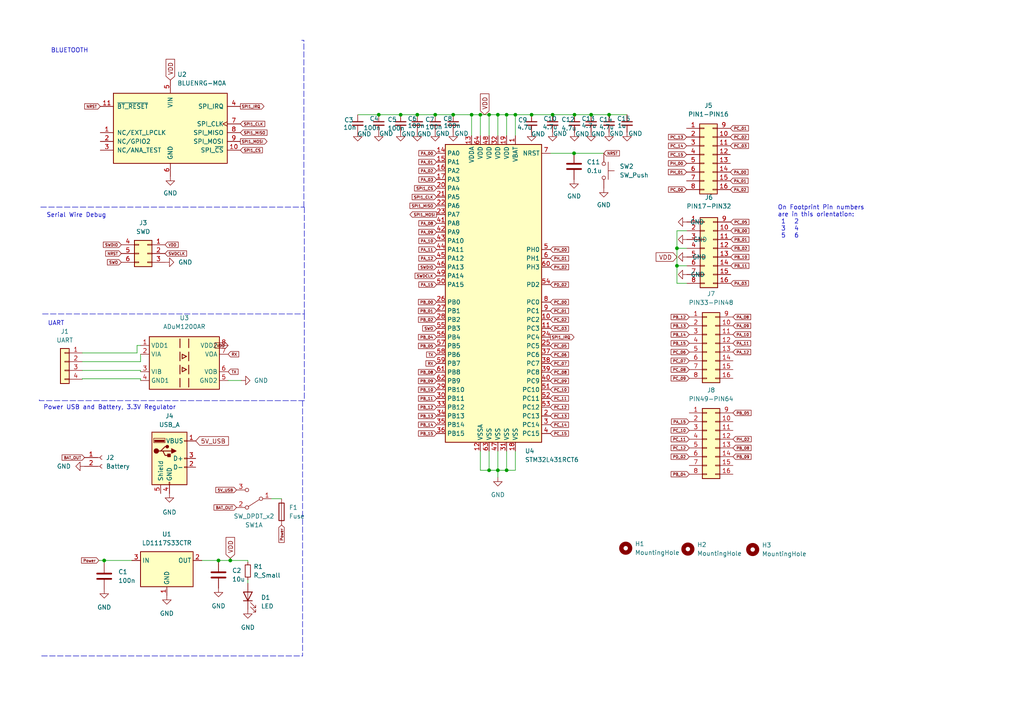
<source format=kicad_sch>
(kicad_sch (version 20211123) (generator eeschema)

  (uuid 572360cf-6275-41bb-b1c1-ad311527007b)

  (paper "A4")

  (lib_symbols
    (symbol "Connector:Conn_01x02_Female" (pin_names (offset 1.016) hide) (in_bom yes) (on_board yes)
      (property "Reference" "J" (id 0) (at 0 2.54 0)
        (effects (font (size 1.27 1.27)))
      )
      (property "Value" "Conn_01x02_Female" (id 1) (at 0 -5.08 0)
        (effects (font (size 1.27 1.27)))
      )
      (property "Footprint" "" (id 2) (at 0 0 0)
        (effects (font (size 1.27 1.27)) hide)
      )
      (property "Datasheet" "~" (id 3) (at 0 0 0)
        (effects (font (size 1.27 1.27)) hide)
      )
      (property "ki_keywords" "connector" (id 4) (at 0 0 0)
        (effects (font (size 1.27 1.27)) hide)
      )
      (property "ki_description" "Generic connector, single row, 01x02, script generated (kicad-library-utils/schlib/autogen/connector/)" (id 5) (at 0 0 0)
        (effects (font (size 1.27 1.27)) hide)
      )
      (property "ki_fp_filters" "Connector*:*_1x??_*" (id 6) (at 0 0 0)
        (effects (font (size 1.27 1.27)) hide)
      )
      (symbol "Conn_01x02_Female_1_1"
        (arc (start 0 -2.032) (mid -0.508 -2.54) (end 0 -3.048)
          (stroke (width 0.1524) (type default) (color 0 0 0 0))
          (fill (type none))
        )
        (polyline
          (pts
            (xy -1.27 -2.54)
            (xy -0.508 -2.54)
          )
          (stroke (width 0.1524) (type default) (color 0 0 0 0))
          (fill (type none))
        )
        (polyline
          (pts
            (xy -1.27 0)
            (xy -0.508 0)
          )
          (stroke (width 0.1524) (type default) (color 0 0 0 0))
          (fill (type none))
        )
        (arc (start 0 0.508) (mid -0.508 0) (end 0 -0.508)
          (stroke (width 0.1524) (type default) (color 0 0 0 0))
          (fill (type none))
        )
        (pin passive line (at -5.08 0 0) (length 3.81)
          (name "Pin_1" (effects (font (size 1.27 1.27))))
          (number "1" (effects (font (size 1.27 1.27))))
        )
        (pin passive line (at -5.08 -2.54 0) (length 3.81)
          (name "Pin_2" (effects (font (size 1.27 1.27))))
          (number "2" (effects (font (size 1.27 1.27))))
        )
      )
    )
    (symbol "Connector:USB_A" (pin_names (offset 1.016)) (in_bom yes) (on_board yes)
      (property "Reference" "J" (id 0) (at -5.08 11.43 0)
        (effects (font (size 1.27 1.27)) (justify left))
      )
      (property "Value" "USB_A" (id 1) (at -5.08 8.89 0)
        (effects (font (size 1.27 1.27)) (justify left))
      )
      (property "Footprint" "" (id 2) (at 3.81 -1.27 0)
        (effects (font (size 1.27 1.27)) hide)
      )
      (property "Datasheet" " ~" (id 3) (at 3.81 -1.27 0)
        (effects (font (size 1.27 1.27)) hide)
      )
      (property "ki_keywords" "connector USB" (id 4) (at 0 0 0)
        (effects (font (size 1.27 1.27)) hide)
      )
      (property "ki_description" "USB Type A connector" (id 5) (at 0 0 0)
        (effects (font (size 1.27 1.27)) hide)
      )
      (property "ki_fp_filters" "USB*" (id 6) (at 0 0 0)
        (effects (font (size 1.27 1.27)) hide)
      )
      (symbol "USB_A_0_1"
        (rectangle (start -5.08 -7.62) (end 5.08 7.62)
          (stroke (width 0.254) (type default) (color 0 0 0 0))
          (fill (type background))
        )
        (circle (center -3.81 2.159) (radius 0.635)
          (stroke (width 0.254) (type default) (color 0 0 0 0))
          (fill (type outline))
        )
        (rectangle (start -1.524 4.826) (end -4.318 5.334)
          (stroke (width 0) (type default) (color 0 0 0 0))
          (fill (type outline))
        )
        (rectangle (start -1.27 4.572) (end -4.572 5.842)
          (stroke (width 0) (type default) (color 0 0 0 0))
          (fill (type none))
        )
        (circle (center -0.635 3.429) (radius 0.381)
          (stroke (width 0.254) (type default) (color 0 0 0 0))
          (fill (type outline))
        )
        (rectangle (start -0.127 -7.62) (end 0.127 -6.858)
          (stroke (width 0) (type default) (color 0 0 0 0))
          (fill (type none))
        )
        (polyline
          (pts
            (xy -3.175 2.159)
            (xy -2.54 2.159)
            (xy -1.27 3.429)
            (xy -0.635 3.429)
          )
          (stroke (width 0.254) (type default) (color 0 0 0 0))
          (fill (type none))
        )
        (polyline
          (pts
            (xy -2.54 2.159)
            (xy -1.905 2.159)
            (xy -1.27 0.889)
            (xy 0 0.889)
          )
          (stroke (width 0.254) (type default) (color 0 0 0 0))
          (fill (type none))
        )
        (polyline
          (pts
            (xy 0.635 2.794)
            (xy 0.635 1.524)
            (xy 1.905 2.159)
            (xy 0.635 2.794)
          )
          (stroke (width 0.254) (type default) (color 0 0 0 0))
          (fill (type outline))
        )
        (rectangle (start 0.254 1.27) (end -0.508 0.508)
          (stroke (width 0.254) (type default) (color 0 0 0 0))
          (fill (type outline))
        )
        (rectangle (start 5.08 -2.667) (end 4.318 -2.413)
          (stroke (width 0) (type default) (color 0 0 0 0))
          (fill (type none))
        )
        (rectangle (start 5.08 -0.127) (end 4.318 0.127)
          (stroke (width 0) (type default) (color 0 0 0 0))
          (fill (type none))
        )
        (rectangle (start 5.08 4.953) (end 4.318 5.207)
          (stroke (width 0) (type default) (color 0 0 0 0))
          (fill (type none))
        )
      )
      (symbol "USB_A_1_1"
        (polyline
          (pts
            (xy -1.905 2.159)
            (xy 0.635 2.159)
          )
          (stroke (width 0.254) (type default) (color 0 0 0 0))
          (fill (type none))
        )
        (pin power_in line (at 7.62 5.08 180) (length 2.54)
          (name "VBUS" (effects (font (size 1.27 1.27))))
          (number "1" (effects (font (size 1.27 1.27))))
        )
        (pin bidirectional line (at 7.62 -2.54 180) (length 2.54)
          (name "D-" (effects (font (size 1.27 1.27))))
          (number "2" (effects (font (size 1.27 1.27))))
        )
        (pin bidirectional line (at 7.62 0 180) (length 2.54)
          (name "D+" (effects (font (size 1.27 1.27))))
          (number "3" (effects (font (size 1.27 1.27))))
        )
        (pin power_in line (at 0 -10.16 90) (length 2.54)
          (name "GND" (effects (font (size 1.27 1.27))))
          (number "4" (effects (font (size 1.27 1.27))))
        )
        (pin passive line (at -2.54 -10.16 90) (length 2.54)
          (name "Shield" (effects (font (size 1.27 1.27))))
          (number "5" (effects (font (size 1.27 1.27))))
        )
      )
    )
    (symbol "Connector_Generic:Conn_01x04" (pin_names (offset 1.016) hide) (in_bom yes) (on_board yes)
      (property "Reference" "J" (id 0) (at 0 5.08 0)
        (effects (font (size 1.27 1.27)))
      )
      (property "Value" "Conn_01x04" (id 1) (at 0 -7.62 0)
        (effects (font (size 1.27 1.27)))
      )
      (property "Footprint" "" (id 2) (at 0 0 0)
        (effects (font (size 1.27 1.27)) hide)
      )
      (property "Datasheet" "~" (id 3) (at 0 0 0)
        (effects (font (size 1.27 1.27)) hide)
      )
      (property "ki_keywords" "connector" (id 4) (at 0 0 0)
        (effects (font (size 1.27 1.27)) hide)
      )
      (property "ki_description" "Generic connector, single row, 01x04, script generated (kicad-library-utils/schlib/autogen/connector/)" (id 5) (at 0 0 0)
        (effects (font (size 1.27 1.27)) hide)
      )
      (property "ki_fp_filters" "Connector*:*_1x??_*" (id 6) (at 0 0 0)
        (effects (font (size 1.27 1.27)) hide)
      )
      (symbol "Conn_01x04_1_1"
        (rectangle (start -1.27 -4.953) (end 0 -5.207)
          (stroke (width 0.1524) (type default) (color 0 0 0 0))
          (fill (type none))
        )
        (rectangle (start -1.27 -2.413) (end 0 -2.667)
          (stroke (width 0.1524) (type default) (color 0 0 0 0))
          (fill (type none))
        )
        (rectangle (start -1.27 0.127) (end 0 -0.127)
          (stroke (width 0.1524) (type default) (color 0 0 0 0))
          (fill (type none))
        )
        (rectangle (start -1.27 2.667) (end 0 2.413)
          (stroke (width 0.1524) (type default) (color 0 0 0 0))
          (fill (type none))
        )
        (rectangle (start -1.27 3.81) (end 1.27 -6.35)
          (stroke (width 0.254) (type default) (color 0 0 0 0))
          (fill (type background))
        )
        (pin passive line (at -5.08 2.54 0) (length 3.81)
          (name "Pin_1" (effects (font (size 1.27 1.27))))
          (number "1" (effects (font (size 1.27 1.27))))
        )
        (pin passive line (at -5.08 0 0) (length 3.81)
          (name "Pin_2" (effects (font (size 1.27 1.27))))
          (number "2" (effects (font (size 1.27 1.27))))
        )
        (pin passive line (at -5.08 -2.54 0) (length 3.81)
          (name "Pin_3" (effects (font (size 1.27 1.27))))
          (number "3" (effects (font (size 1.27 1.27))))
        )
        (pin passive line (at -5.08 -5.08 0) (length 3.81)
          (name "Pin_4" (effects (font (size 1.27 1.27))))
          (number "4" (effects (font (size 1.27 1.27))))
        )
      )
    )
    (symbol "Connector_Generic:Conn_02x03_Top_Bottom" (pin_names (offset 1.016) hide) (in_bom yes) (on_board yes)
      (property "Reference" "J" (id 0) (at 1.27 5.08 0)
        (effects (font (size 1.27 1.27)))
      )
      (property "Value" "Conn_02x03_Top_Bottom" (id 1) (at 1.27 -5.08 0)
        (effects (font (size 1.27 1.27)))
      )
      (property "Footprint" "" (id 2) (at 0 0 0)
        (effects (font (size 1.27 1.27)) hide)
      )
      (property "Datasheet" "~" (id 3) (at 0 0 0)
        (effects (font (size 1.27 1.27)) hide)
      )
      (property "ki_keywords" "connector" (id 4) (at 0 0 0)
        (effects (font (size 1.27 1.27)) hide)
      )
      (property "ki_description" "Generic connector, double row, 02x03, top/bottom pin numbering scheme (row 1: 1...pins_per_row, row2: pins_per_row+1 ... num_pins), script generated (kicad-library-utils/schlib/autogen/connector/)" (id 5) (at 0 0 0)
        (effects (font (size 1.27 1.27)) hide)
      )
      (property "ki_fp_filters" "Connector*:*_2x??_*" (id 6) (at 0 0 0)
        (effects (font (size 1.27 1.27)) hide)
      )
      (symbol "Conn_02x03_Top_Bottom_1_1"
        (rectangle (start -1.27 -2.413) (end 0 -2.667)
          (stroke (width 0.1524) (type default) (color 0 0 0 0))
          (fill (type none))
        )
        (rectangle (start -1.27 0.127) (end 0 -0.127)
          (stroke (width 0.1524) (type default) (color 0 0 0 0))
          (fill (type none))
        )
        (rectangle (start -1.27 2.667) (end 0 2.413)
          (stroke (width 0.1524) (type default) (color 0 0 0 0))
          (fill (type none))
        )
        (rectangle (start -1.27 3.81) (end 3.81 -3.81)
          (stroke (width 0.254) (type default) (color 0 0 0 0))
          (fill (type background))
        )
        (rectangle (start 3.81 -2.413) (end 2.54 -2.667)
          (stroke (width 0.1524) (type default) (color 0 0 0 0))
          (fill (type none))
        )
        (rectangle (start 3.81 0.127) (end 2.54 -0.127)
          (stroke (width 0.1524) (type default) (color 0 0 0 0))
          (fill (type none))
        )
        (rectangle (start 3.81 2.667) (end 2.54 2.413)
          (stroke (width 0.1524) (type default) (color 0 0 0 0))
          (fill (type none))
        )
        (pin passive line (at -5.08 2.54 0) (length 3.81)
          (name "Pin_1" (effects (font (size 1.27 1.27))))
          (number "1" (effects (font (size 1.27 1.27))))
        )
        (pin passive line (at -5.08 0 0) (length 3.81)
          (name "Pin_2" (effects (font (size 1.27 1.27))))
          (number "2" (effects (font (size 1.27 1.27))))
        )
        (pin passive line (at -5.08 -2.54 0) (length 3.81)
          (name "Pin_3" (effects (font (size 1.27 1.27))))
          (number "3" (effects (font (size 1.27 1.27))))
        )
        (pin passive line (at 7.62 2.54 180) (length 3.81)
          (name "Pin_4" (effects (font (size 1.27 1.27))))
          (number "4" (effects (font (size 1.27 1.27))))
        )
        (pin passive line (at 7.62 0 180) (length 3.81)
          (name "Pin_5" (effects (font (size 1.27 1.27))))
          (number "5" (effects (font (size 1.27 1.27))))
        )
        (pin passive line (at 7.62 -2.54 180) (length 3.81)
          (name "Pin_6" (effects (font (size 1.27 1.27))))
          (number "6" (effects (font (size 1.27 1.27))))
        )
      )
    )
    (symbol "Connector_Generic:Conn_02x08_Top_Bottom" (pin_names (offset 1.016) hide) (in_bom yes) (on_board yes)
      (property "Reference" "J" (id 0) (at 1.27 10.16 0)
        (effects (font (size 1.27 1.27)))
      )
      (property "Value" "Conn_02x08_Top_Bottom" (id 1) (at 1.27 -12.7 0)
        (effects (font (size 1.27 1.27)))
      )
      (property "Footprint" "" (id 2) (at 0 0 0)
        (effects (font (size 1.27 1.27)) hide)
      )
      (property "Datasheet" "~" (id 3) (at 0 0 0)
        (effects (font (size 1.27 1.27)) hide)
      )
      (property "ki_keywords" "connector" (id 4) (at 0 0 0)
        (effects (font (size 1.27 1.27)) hide)
      )
      (property "ki_description" "Generic connector, double row, 02x08, top/bottom pin numbering scheme (row 1: 1...pins_per_row, row2: pins_per_row+1 ... num_pins), script generated (kicad-library-utils/schlib/autogen/connector/)" (id 5) (at 0 0 0)
        (effects (font (size 1.27 1.27)) hide)
      )
      (property "ki_fp_filters" "Connector*:*_2x??_*" (id 6) (at 0 0 0)
        (effects (font (size 1.27 1.27)) hide)
      )
      (symbol "Conn_02x08_Top_Bottom_1_1"
        (rectangle (start -1.27 -10.033) (end 0 -10.287)
          (stroke (width 0.1524) (type default) (color 0 0 0 0))
          (fill (type none))
        )
        (rectangle (start -1.27 -7.493) (end 0 -7.747)
          (stroke (width 0.1524) (type default) (color 0 0 0 0))
          (fill (type none))
        )
        (rectangle (start -1.27 -4.953) (end 0 -5.207)
          (stroke (width 0.1524) (type default) (color 0 0 0 0))
          (fill (type none))
        )
        (rectangle (start -1.27 -2.413) (end 0 -2.667)
          (stroke (width 0.1524) (type default) (color 0 0 0 0))
          (fill (type none))
        )
        (rectangle (start -1.27 0.127) (end 0 -0.127)
          (stroke (width 0.1524) (type default) (color 0 0 0 0))
          (fill (type none))
        )
        (rectangle (start -1.27 2.667) (end 0 2.413)
          (stroke (width 0.1524) (type default) (color 0 0 0 0))
          (fill (type none))
        )
        (rectangle (start -1.27 5.207) (end 0 4.953)
          (stroke (width 0.1524) (type default) (color 0 0 0 0))
          (fill (type none))
        )
        (rectangle (start -1.27 7.747) (end 0 7.493)
          (stroke (width 0.1524) (type default) (color 0 0 0 0))
          (fill (type none))
        )
        (rectangle (start -1.27 8.89) (end 3.81 -11.43)
          (stroke (width 0.254) (type default) (color 0 0 0 0))
          (fill (type background))
        )
        (rectangle (start 3.81 -10.033) (end 2.54 -10.287)
          (stroke (width 0.1524) (type default) (color 0 0 0 0))
          (fill (type none))
        )
        (rectangle (start 3.81 -7.493) (end 2.54 -7.747)
          (stroke (width 0.1524) (type default) (color 0 0 0 0))
          (fill (type none))
        )
        (rectangle (start 3.81 -4.953) (end 2.54 -5.207)
          (stroke (width 0.1524) (type default) (color 0 0 0 0))
          (fill (type none))
        )
        (rectangle (start 3.81 -2.413) (end 2.54 -2.667)
          (stroke (width 0.1524) (type default) (color 0 0 0 0))
          (fill (type none))
        )
        (rectangle (start 3.81 0.127) (end 2.54 -0.127)
          (stroke (width 0.1524) (type default) (color 0 0 0 0))
          (fill (type none))
        )
        (rectangle (start 3.81 2.667) (end 2.54 2.413)
          (stroke (width 0.1524) (type default) (color 0 0 0 0))
          (fill (type none))
        )
        (rectangle (start 3.81 5.207) (end 2.54 4.953)
          (stroke (width 0.1524) (type default) (color 0 0 0 0))
          (fill (type none))
        )
        (rectangle (start 3.81 7.747) (end 2.54 7.493)
          (stroke (width 0.1524) (type default) (color 0 0 0 0))
          (fill (type none))
        )
        (pin passive line (at -5.08 7.62 0) (length 3.81)
          (name "Pin_1" (effects (font (size 1.27 1.27))))
          (number "1" (effects (font (size 1.27 1.27))))
        )
        (pin passive line (at 7.62 5.08 180) (length 3.81)
          (name "Pin_10" (effects (font (size 1.27 1.27))))
          (number "10" (effects (font (size 1.27 1.27))))
        )
        (pin passive line (at 7.62 2.54 180) (length 3.81)
          (name "Pin_11" (effects (font (size 1.27 1.27))))
          (number "11" (effects (font (size 1.27 1.27))))
        )
        (pin passive line (at 7.62 0 180) (length 3.81)
          (name "Pin_12" (effects (font (size 1.27 1.27))))
          (number "12" (effects (font (size 1.27 1.27))))
        )
        (pin passive line (at 7.62 -2.54 180) (length 3.81)
          (name "Pin_13" (effects (font (size 1.27 1.27))))
          (number "13" (effects (font (size 1.27 1.27))))
        )
        (pin passive line (at 7.62 -5.08 180) (length 3.81)
          (name "Pin_14" (effects (font (size 1.27 1.27))))
          (number "14" (effects (font (size 1.27 1.27))))
        )
        (pin passive line (at 7.62 -7.62 180) (length 3.81)
          (name "Pin_15" (effects (font (size 1.27 1.27))))
          (number "15" (effects (font (size 1.27 1.27))))
        )
        (pin passive line (at 7.62 -10.16 180) (length 3.81)
          (name "Pin_16" (effects (font (size 1.27 1.27))))
          (number "16" (effects (font (size 1.27 1.27))))
        )
        (pin passive line (at -5.08 5.08 0) (length 3.81)
          (name "Pin_2" (effects (font (size 1.27 1.27))))
          (number "2" (effects (font (size 1.27 1.27))))
        )
        (pin passive line (at -5.08 2.54 0) (length 3.81)
          (name "Pin_3" (effects (font (size 1.27 1.27))))
          (number "3" (effects (font (size 1.27 1.27))))
        )
        (pin passive line (at -5.08 0 0) (length 3.81)
          (name "Pin_4" (effects (font (size 1.27 1.27))))
          (number "4" (effects (font (size 1.27 1.27))))
        )
        (pin passive line (at -5.08 -2.54 0) (length 3.81)
          (name "Pin_5" (effects (font (size 1.27 1.27))))
          (number "5" (effects (font (size 1.27 1.27))))
        )
        (pin passive line (at -5.08 -5.08 0) (length 3.81)
          (name "Pin_6" (effects (font (size 1.27 1.27))))
          (number "6" (effects (font (size 1.27 1.27))))
        )
        (pin passive line (at -5.08 -7.62 0) (length 3.81)
          (name "Pin_7" (effects (font (size 1.27 1.27))))
          (number "7" (effects (font (size 1.27 1.27))))
        )
        (pin passive line (at -5.08 -10.16 0) (length 3.81)
          (name "Pin_8" (effects (font (size 1.27 1.27))))
          (number "8" (effects (font (size 1.27 1.27))))
        )
        (pin passive line (at 7.62 7.62 180) (length 3.81)
          (name "Pin_9" (effects (font (size 1.27 1.27))))
          (number "9" (effects (font (size 1.27 1.27))))
        )
      )
    )
    (symbol "Device:C" (pin_numbers hide) (pin_names (offset 0.254)) (in_bom yes) (on_board yes)
      (property "Reference" "C" (id 0) (at 0.635 2.54 0)
        (effects (font (size 1.27 1.27)) (justify left))
      )
      (property "Value" "C" (id 1) (at 0.635 -2.54 0)
        (effects (font (size 1.27 1.27)) (justify left))
      )
      (property "Footprint" "" (id 2) (at 0.9652 -3.81 0)
        (effects (font (size 1.27 1.27)) hide)
      )
      (property "Datasheet" "~" (id 3) (at 0 0 0)
        (effects (font (size 1.27 1.27)) hide)
      )
      (property "ki_keywords" "cap capacitor" (id 4) (at 0 0 0)
        (effects (font (size 1.27 1.27)) hide)
      )
      (property "ki_description" "Unpolarized capacitor" (id 5) (at 0 0 0)
        (effects (font (size 1.27 1.27)) hide)
      )
      (property "ki_fp_filters" "C_*" (id 6) (at 0 0 0)
        (effects (font (size 1.27 1.27)) hide)
      )
      (symbol "C_0_1"
        (polyline
          (pts
            (xy -2.032 -0.762)
            (xy 2.032 -0.762)
          )
          (stroke (width 0.508) (type default) (color 0 0 0 0))
          (fill (type none))
        )
        (polyline
          (pts
            (xy -2.032 0.762)
            (xy 2.032 0.762)
          )
          (stroke (width 0.508) (type default) (color 0 0 0 0))
          (fill (type none))
        )
      )
      (symbol "C_1_1"
        (pin passive line (at 0 3.81 270) (length 2.794)
          (name "~" (effects (font (size 1.27 1.27))))
          (number "1" (effects (font (size 1.27 1.27))))
        )
        (pin passive line (at 0 -3.81 90) (length 2.794)
          (name "~" (effects (font (size 1.27 1.27))))
          (number "2" (effects (font (size 1.27 1.27))))
        )
      )
    )
    (symbol "Device:C_Small" (pin_numbers hide) (pin_names (offset 0.254) hide) (in_bom yes) (on_board yes)
      (property "Reference" "C" (id 0) (at 0.254 1.778 0)
        (effects (font (size 1.27 1.27)) (justify left))
      )
      (property "Value" "C_Small" (id 1) (at 0.254 -2.032 0)
        (effects (font (size 1.27 1.27)) (justify left))
      )
      (property "Footprint" "" (id 2) (at 0 0 0)
        (effects (font (size 1.27 1.27)) hide)
      )
      (property "Datasheet" "~" (id 3) (at 0 0 0)
        (effects (font (size 1.27 1.27)) hide)
      )
      (property "ki_keywords" "capacitor cap" (id 4) (at 0 0 0)
        (effects (font (size 1.27 1.27)) hide)
      )
      (property "ki_description" "Unpolarized capacitor, small symbol" (id 5) (at 0 0 0)
        (effects (font (size 1.27 1.27)) hide)
      )
      (property "ki_fp_filters" "C_*" (id 6) (at 0 0 0)
        (effects (font (size 1.27 1.27)) hide)
      )
      (symbol "C_Small_0_1"
        (polyline
          (pts
            (xy -1.524 -0.508)
            (xy 1.524 -0.508)
          )
          (stroke (width 0.3302) (type default) (color 0 0 0 0))
          (fill (type none))
        )
        (polyline
          (pts
            (xy -1.524 0.508)
            (xy 1.524 0.508)
          )
          (stroke (width 0.3048) (type default) (color 0 0 0 0))
          (fill (type none))
        )
      )
      (symbol "C_Small_1_1"
        (pin passive line (at 0 2.54 270) (length 2.032)
          (name "~" (effects (font (size 1.27 1.27))))
          (number "1" (effects (font (size 1.27 1.27))))
        )
        (pin passive line (at 0 -2.54 90) (length 2.032)
          (name "~" (effects (font (size 1.27 1.27))))
          (number "2" (effects (font (size 1.27 1.27))))
        )
      )
    )
    (symbol "Device:Fuse" (pin_numbers hide) (pin_names (offset 0)) (in_bom yes) (on_board yes)
      (property "Reference" "F" (id 0) (at 2.032 0 90)
        (effects (font (size 1.27 1.27)))
      )
      (property "Value" "Fuse" (id 1) (at -1.905 0 90)
        (effects (font (size 1.27 1.27)))
      )
      (property "Footprint" "" (id 2) (at -1.778 0 90)
        (effects (font (size 1.27 1.27)) hide)
      )
      (property "Datasheet" "~" (id 3) (at 0 0 0)
        (effects (font (size 1.27 1.27)) hide)
      )
      (property "ki_keywords" "fuse" (id 4) (at 0 0 0)
        (effects (font (size 1.27 1.27)) hide)
      )
      (property "ki_description" "Fuse" (id 5) (at 0 0 0)
        (effects (font (size 1.27 1.27)) hide)
      )
      (property "ki_fp_filters" "*Fuse*" (id 6) (at 0 0 0)
        (effects (font (size 1.27 1.27)) hide)
      )
      (symbol "Fuse_0_1"
        (rectangle (start -0.762 -2.54) (end 0.762 2.54)
          (stroke (width 0.254) (type default) (color 0 0 0 0))
          (fill (type none))
        )
        (polyline
          (pts
            (xy 0 2.54)
            (xy 0 -2.54)
          )
          (stroke (width 0) (type default) (color 0 0 0 0))
          (fill (type none))
        )
      )
      (symbol "Fuse_1_1"
        (pin passive line (at 0 3.81 270) (length 1.27)
          (name "~" (effects (font (size 1.27 1.27))))
          (number "1" (effects (font (size 1.27 1.27))))
        )
        (pin passive line (at 0 -3.81 90) (length 1.27)
          (name "~" (effects (font (size 1.27 1.27))))
          (number "2" (effects (font (size 1.27 1.27))))
        )
      )
    )
    (symbol "Device:LED" (pin_numbers hide) (pin_names (offset 1.016) hide) (in_bom yes) (on_board yes)
      (property "Reference" "D" (id 0) (at 0 2.54 0)
        (effects (font (size 1.27 1.27)))
      )
      (property "Value" "LED" (id 1) (at 0 -2.54 0)
        (effects (font (size 1.27 1.27)))
      )
      (property "Footprint" "" (id 2) (at 0 0 0)
        (effects (font (size 1.27 1.27)) hide)
      )
      (property "Datasheet" "~" (id 3) (at 0 0 0)
        (effects (font (size 1.27 1.27)) hide)
      )
      (property "ki_keywords" "LED diode" (id 4) (at 0 0 0)
        (effects (font (size 1.27 1.27)) hide)
      )
      (property "ki_description" "Light emitting diode" (id 5) (at 0 0 0)
        (effects (font (size 1.27 1.27)) hide)
      )
      (property "ki_fp_filters" "LED* LED_SMD:* LED_THT:*" (id 6) (at 0 0 0)
        (effects (font (size 1.27 1.27)) hide)
      )
      (symbol "LED_0_1"
        (polyline
          (pts
            (xy -1.27 -1.27)
            (xy -1.27 1.27)
          )
          (stroke (width 0.254) (type default) (color 0 0 0 0))
          (fill (type none))
        )
        (polyline
          (pts
            (xy -1.27 0)
            (xy 1.27 0)
          )
          (stroke (width 0) (type default) (color 0 0 0 0))
          (fill (type none))
        )
        (polyline
          (pts
            (xy 1.27 -1.27)
            (xy 1.27 1.27)
            (xy -1.27 0)
            (xy 1.27 -1.27)
          )
          (stroke (width 0.254) (type default) (color 0 0 0 0))
          (fill (type none))
        )
        (polyline
          (pts
            (xy -3.048 -0.762)
            (xy -4.572 -2.286)
            (xy -3.81 -2.286)
            (xy -4.572 -2.286)
            (xy -4.572 -1.524)
          )
          (stroke (width 0) (type default) (color 0 0 0 0))
          (fill (type none))
        )
        (polyline
          (pts
            (xy -1.778 -0.762)
            (xy -3.302 -2.286)
            (xy -2.54 -2.286)
            (xy -3.302 -2.286)
            (xy -3.302 -1.524)
          )
          (stroke (width 0) (type default) (color 0 0 0 0))
          (fill (type none))
        )
      )
      (symbol "LED_1_1"
        (pin passive line (at -3.81 0 0) (length 2.54)
          (name "K" (effects (font (size 1.27 1.27))))
          (number "1" (effects (font (size 1.27 1.27))))
        )
        (pin passive line (at 3.81 0 180) (length 2.54)
          (name "A" (effects (font (size 1.27 1.27))))
          (number "2" (effects (font (size 1.27 1.27))))
        )
      )
    )
    (symbol "Device:R_Small" (pin_numbers hide) (pin_names (offset 0.254) hide) (in_bom yes) (on_board yes)
      (property "Reference" "R" (id 0) (at 0.762 0.508 0)
        (effects (font (size 1.27 1.27)) (justify left))
      )
      (property "Value" "R_Small" (id 1) (at 0.762 -1.016 0)
        (effects (font (size 1.27 1.27)) (justify left))
      )
      (property "Footprint" "" (id 2) (at 0 0 0)
        (effects (font (size 1.27 1.27)) hide)
      )
      (property "Datasheet" "~" (id 3) (at 0 0 0)
        (effects (font (size 1.27 1.27)) hide)
      )
      (property "ki_keywords" "R resistor" (id 4) (at 0 0 0)
        (effects (font (size 1.27 1.27)) hide)
      )
      (property "ki_description" "Resistor, small symbol" (id 5) (at 0 0 0)
        (effects (font (size 1.27 1.27)) hide)
      )
      (property "ki_fp_filters" "R_*" (id 6) (at 0 0 0)
        (effects (font (size 1.27 1.27)) hide)
      )
      (symbol "R_Small_0_1"
        (rectangle (start -0.762 1.778) (end 0.762 -1.778)
          (stroke (width 0.2032) (type default) (color 0 0 0 0))
          (fill (type none))
        )
      )
      (symbol "R_Small_1_1"
        (pin passive line (at 0 2.54 270) (length 0.762)
          (name "~" (effects (font (size 1.27 1.27))))
          (number "1" (effects (font (size 1.27 1.27))))
        )
        (pin passive line (at 0 -2.54 90) (length 0.762)
          (name "~" (effects (font (size 1.27 1.27))))
          (number "2" (effects (font (size 1.27 1.27))))
        )
      )
    )
    (symbol "Isolator:ADuM1200AR" (in_bom yes) (on_board yes)
      (property "Reference" "U" (id 0) (at -10.16 8.89 0)
        (effects (font (size 1.27 1.27)) (justify left))
      )
      (property "Value" "ADuM1200AR" (id 1) (at -2.032 8.89 0)
        (effects (font (size 1.27 1.27)) (justify left))
      )
      (property "Footprint" "Package_SO:SOIC-8_3.9x4.9mm_P1.27mm" (id 2) (at 0 -10.16 0)
        (effects (font (size 1.27 1.27) italic) hide)
      )
      (property "Datasheet" "https://www.analog.com/media/en/technical-documentation/data-sheets/ADuM1200_1201.pdf" (id 3) (at -11.43 10.16 0)
        (effects (font (size 1.27 1.27)) hide)
      )
      (property "ki_keywords" "Dual-channel digital isolator" (id 4) (at 0 0 0)
        (effects (font (size 1.27 1.27)) hide)
      )
      (property "ki_description" "Dual-channel digital isolator, Bidirectional communication, 3V/5V level translation, SOIC-8" (id 5) (at 0 0 0)
        (effects (font (size 1.27 1.27)) hide)
      )
      (property "ki_fp_filters" "SOIC*3.9x4.9mm*P1.27mm*" (id 6) (at 0 0 0)
        (effects (font (size 1.27 1.27)) hide)
      )
      (symbol "ADuM1200AR_0_1"
        (rectangle (start -10.16 7.62) (end 10.16 -7.62)
          (stroke (width 0.254) (type default) (color 0 0 0 0))
          (fill (type background))
        )
        (polyline
          (pts
            (xy -1.27 -4.445)
            (xy -1.27 -6.985)
          )
          (stroke (width 0.254) (type default) (color 0 0 0 0))
          (fill (type none))
        )
        (polyline
          (pts
            (xy -1.27 -0.635)
            (xy -1.27 -3.175)
          )
          (stroke (width 0.254) (type default) (color 0 0 0 0))
          (fill (type none))
        )
        (polyline
          (pts
            (xy -1.27 3.175)
            (xy -1.27 0.635)
          )
          (stroke (width 0.254) (type default) (color 0 0 0 0))
          (fill (type none))
        )
        (polyline
          (pts
            (xy -1.27 6.985)
            (xy -1.27 4.445)
          )
          (stroke (width 0.254) (type default) (color 0 0 0 0))
          (fill (type none))
        )
        (polyline
          (pts
            (xy 1.27 -4.445)
            (xy 1.27 -6.985)
          )
          (stroke (width 0.254) (type default) (color 0 0 0 0))
          (fill (type none))
        )
        (polyline
          (pts
            (xy 1.27 -0.635)
            (xy 1.27 -3.175)
          )
          (stroke (width 0.254) (type default) (color 0 0 0 0))
          (fill (type none))
        )
        (polyline
          (pts
            (xy 1.27 3.175)
            (xy 1.27 0.635)
          )
          (stroke (width 0.254) (type default) (color 0 0 0 0))
          (fill (type none))
        )
        (polyline
          (pts
            (xy 1.27 6.985)
            (xy 1.27 4.445)
          )
          (stroke (width 0.254) (type default) (color 0 0 0 0))
          (fill (type none))
        )
        (polyline
          (pts
            (xy -0.635 -1.27)
            (xy -0.635 -2.54)
            (xy 0.635 -1.905)
            (xy -0.635 -1.27)
          )
          (stroke (width 0.254) (type default) (color 0 0 0 0))
          (fill (type none))
        )
        (polyline
          (pts
            (xy -0.635 1.27)
            (xy 0.635 1.905)
            (xy -0.635 2.54)
            (xy -0.635 1.27)
          )
          (stroke (width 0.254) (type default) (color 0 0 0 0))
          (fill (type none))
        )
      )
      (symbol "ADuM1200AR_1_1"
        (pin power_in line (at -12.7 5.08 0) (length 2.54)
          (name "VDD1" (effects (font (size 1.27 1.27))))
          (number "1" (effects (font (size 1.27 1.27))))
        )
        (pin input line (at -12.7 2.54 0) (length 2.54)
          (name "VIA" (effects (font (size 1.27 1.27))))
          (number "2" (effects (font (size 1.27 1.27))))
        )
        (pin input line (at -12.7 -2.54 0) (length 2.54)
          (name "VIB" (effects (font (size 1.27 1.27))))
          (number "3" (effects (font (size 1.27 1.27))))
        )
        (pin power_in line (at -12.7 -5.08 0) (length 2.54)
          (name "GND1" (effects (font (size 1.27 1.27))))
          (number "4" (effects (font (size 1.27 1.27))))
        )
        (pin power_in line (at 12.7 -5.08 180) (length 2.54)
          (name "GND2" (effects (font (size 1.27 1.27))))
          (number "5" (effects (font (size 1.27 1.27))))
        )
        (pin output line (at 12.7 -2.54 180) (length 2.54)
          (name "VOB" (effects (font (size 1.27 1.27))))
          (number "6" (effects (font (size 1.27 1.27))))
        )
        (pin output line (at 12.7 2.54 180) (length 2.54)
          (name "VOA" (effects (font (size 1.27 1.27))))
          (number "7" (effects (font (size 1.27 1.27))))
        )
        (pin power_in line (at 12.7 5.08 180) (length 2.54)
          (name "VDD2" (effects (font (size 1.27 1.27))))
          (number "8" (effects (font (size 1.27 1.27))))
        )
      )
    )
    (symbol "MCU_ST_STM32L4:STM32L431RCTx" (in_bom yes) (on_board yes)
      (property "Reference" "U" (id 0) (at -15.24 44.45 0)
        (effects (font (size 1.27 1.27)) (justify left))
      )
      (property "Value" "STM32L431RCTx" (id 1) (at 7.62 44.45 0)
        (effects (font (size 1.27 1.27)) (justify left))
      )
      (property "Footprint" "Package_QFP:LQFP-64_10x10mm_P0.5mm" (id 2) (at -15.24 -43.18 0)
        (effects (font (size 1.27 1.27)) (justify right) hide)
      )
      (property "Datasheet" "http://www.st.com/st-web-ui/static/active/en/resource/technical/document/datasheet/DM00257211.pdf" (id 3) (at 0 0 0)
        (effects (font (size 1.27 1.27)) hide)
      )
      (property "ki_keywords" "ARM Cortex-M4 STM32L4 STM32L4x1" (id 4) (at 0 0 0)
        (effects (font (size 1.27 1.27)) hide)
      )
      (property "ki_description" "ARM Cortex-M4 MCU, 256KB flash, 64KB RAM, 80MHz, 1.71-3.6V, 52 GPIO, LQFP-64" (id 5) (at 0 0 0)
        (effects (font (size 1.27 1.27)) hide)
      )
      (property "ki_fp_filters" "LQFP*10x10mm*P0.5mm*" (id 6) (at 0 0 0)
        (effects (font (size 1.27 1.27)) hide)
      )
      (symbol "STM32L431RCTx_0_1"
        (rectangle (start -15.24 -43.18) (end 12.7 43.18)
          (stroke (width 0.254) (type default) (color 0 0 0 0))
          (fill (type background))
        )
      )
      (symbol "STM32L431RCTx_1_1"
        (pin power_in line (at -7.62 45.72 270) (length 2.54)
          (name "VBAT" (effects (font (size 1.27 1.27))))
          (number "1" (effects (font (size 1.27 1.27))))
        )
        (pin bidirectional line (at -17.78 -7.62 0) (length 2.54)
          (name "PC2" (effects (font (size 1.27 1.27))))
          (number "10" (effects (font (size 1.27 1.27))))
        )
        (pin bidirectional line (at -17.78 -10.16 0) (length 2.54)
          (name "PC3" (effects (font (size 1.27 1.27))))
          (number "11" (effects (font (size 1.27 1.27))))
        )
        (pin power_in line (at 2.54 -45.72 90) (length 2.54)
          (name "VSSA" (effects (font (size 1.27 1.27))))
          (number "12" (effects (font (size 1.27 1.27))))
        )
        (pin power_in line (at 5.08 45.72 270) (length 2.54)
          (name "VDDA" (effects (font (size 1.27 1.27))))
          (number "13" (effects (font (size 1.27 1.27))))
        )
        (pin bidirectional line (at 15.24 40.64 180) (length 2.54)
          (name "PA0" (effects (font (size 1.27 1.27))))
          (number "14" (effects (font (size 1.27 1.27))))
        )
        (pin bidirectional line (at 15.24 38.1 180) (length 2.54)
          (name "PA1" (effects (font (size 1.27 1.27))))
          (number "15" (effects (font (size 1.27 1.27))))
        )
        (pin bidirectional line (at 15.24 35.56 180) (length 2.54)
          (name "PA2" (effects (font (size 1.27 1.27))))
          (number "16" (effects (font (size 1.27 1.27))))
        )
        (pin bidirectional line (at 15.24 33.02 180) (length 2.54)
          (name "PA3" (effects (font (size 1.27 1.27))))
          (number "17" (effects (font (size 1.27 1.27))))
        )
        (pin power_in line (at -7.62 -45.72 90) (length 2.54)
          (name "VSS" (effects (font (size 1.27 1.27))))
          (number "18" (effects (font (size 1.27 1.27))))
        )
        (pin power_in line (at -5.08 45.72 270) (length 2.54)
          (name "VDD" (effects (font (size 1.27 1.27))))
          (number "19" (effects (font (size 1.27 1.27))))
        )
        (pin bidirectional line (at -17.78 -35.56 0) (length 2.54)
          (name "PC13" (effects (font (size 1.27 1.27))))
          (number "2" (effects (font (size 1.27 1.27))))
        )
        (pin bidirectional line (at 15.24 30.48 180) (length 2.54)
          (name "PA4" (effects (font (size 1.27 1.27))))
          (number "20" (effects (font (size 1.27 1.27))))
        )
        (pin bidirectional line (at 15.24 27.94 180) (length 2.54)
          (name "PA5" (effects (font (size 1.27 1.27))))
          (number "21" (effects (font (size 1.27 1.27))))
        )
        (pin bidirectional line (at 15.24 25.4 180) (length 2.54)
          (name "PA6" (effects (font (size 1.27 1.27))))
          (number "22" (effects (font (size 1.27 1.27))))
        )
        (pin bidirectional line (at 15.24 22.86 180) (length 2.54)
          (name "PA7" (effects (font (size 1.27 1.27))))
          (number "23" (effects (font (size 1.27 1.27))))
        )
        (pin bidirectional line (at -17.78 -12.7 0) (length 2.54)
          (name "PC4" (effects (font (size 1.27 1.27))))
          (number "24" (effects (font (size 1.27 1.27))))
        )
        (pin bidirectional line (at -17.78 -15.24 0) (length 2.54)
          (name "PC5" (effects (font (size 1.27 1.27))))
          (number "25" (effects (font (size 1.27 1.27))))
        )
        (pin bidirectional line (at 15.24 -2.54 180) (length 2.54)
          (name "PB0" (effects (font (size 1.27 1.27))))
          (number "26" (effects (font (size 1.27 1.27))))
        )
        (pin bidirectional line (at 15.24 -5.08 180) (length 2.54)
          (name "PB1" (effects (font (size 1.27 1.27))))
          (number "27" (effects (font (size 1.27 1.27))))
        )
        (pin bidirectional line (at 15.24 -7.62 180) (length 2.54)
          (name "PB2" (effects (font (size 1.27 1.27))))
          (number "28" (effects (font (size 1.27 1.27))))
        )
        (pin bidirectional line (at 15.24 -27.94 180) (length 2.54)
          (name "PB10" (effects (font (size 1.27 1.27))))
          (number "29" (effects (font (size 1.27 1.27))))
        )
        (pin bidirectional line (at -17.78 -38.1 0) (length 2.54)
          (name "PC14" (effects (font (size 1.27 1.27))))
          (number "3" (effects (font (size 1.27 1.27))))
        )
        (pin bidirectional line (at 15.24 -30.48 180) (length 2.54)
          (name "PB11" (effects (font (size 1.27 1.27))))
          (number "30" (effects (font (size 1.27 1.27))))
        )
        (pin power_in line (at -5.08 -45.72 90) (length 2.54)
          (name "VSS" (effects (font (size 1.27 1.27))))
          (number "31" (effects (font (size 1.27 1.27))))
        )
        (pin power_in line (at -2.54 45.72 270) (length 2.54)
          (name "VDD" (effects (font (size 1.27 1.27))))
          (number "32" (effects (font (size 1.27 1.27))))
        )
        (pin bidirectional line (at 15.24 -33.02 180) (length 2.54)
          (name "PB12" (effects (font (size 1.27 1.27))))
          (number "33" (effects (font (size 1.27 1.27))))
        )
        (pin bidirectional line (at 15.24 -35.56 180) (length 2.54)
          (name "PB13" (effects (font (size 1.27 1.27))))
          (number "34" (effects (font (size 1.27 1.27))))
        )
        (pin bidirectional line (at 15.24 -38.1 180) (length 2.54)
          (name "PB14" (effects (font (size 1.27 1.27))))
          (number "35" (effects (font (size 1.27 1.27))))
        )
        (pin bidirectional line (at 15.24 -40.64 180) (length 2.54)
          (name "PB15" (effects (font (size 1.27 1.27))))
          (number "36" (effects (font (size 1.27 1.27))))
        )
        (pin bidirectional line (at -17.78 -17.78 0) (length 2.54)
          (name "PC6" (effects (font (size 1.27 1.27))))
          (number "37" (effects (font (size 1.27 1.27))))
        )
        (pin bidirectional line (at -17.78 -20.32 0) (length 2.54)
          (name "PC7" (effects (font (size 1.27 1.27))))
          (number "38" (effects (font (size 1.27 1.27))))
        )
        (pin bidirectional line (at -17.78 -22.86 0) (length 2.54)
          (name "PC8" (effects (font (size 1.27 1.27))))
          (number "39" (effects (font (size 1.27 1.27))))
        )
        (pin bidirectional line (at -17.78 -40.64 0) (length 2.54)
          (name "PC15" (effects (font (size 1.27 1.27))))
          (number "4" (effects (font (size 1.27 1.27))))
        )
        (pin bidirectional line (at -17.78 -25.4 0) (length 2.54)
          (name "PC9" (effects (font (size 1.27 1.27))))
          (number "40" (effects (font (size 1.27 1.27))))
        )
        (pin bidirectional line (at 15.24 20.32 180) (length 2.54)
          (name "PA8" (effects (font (size 1.27 1.27))))
          (number "41" (effects (font (size 1.27 1.27))))
        )
        (pin bidirectional line (at 15.24 17.78 180) (length 2.54)
          (name "PA9" (effects (font (size 1.27 1.27))))
          (number "42" (effects (font (size 1.27 1.27))))
        )
        (pin bidirectional line (at 15.24 15.24 180) (length 2.54)
          (name "PA10" (effects (font (size 1.27 1.27))))
          (number "43" (effects (font (size 1.27 1.27))))
        )
        (pin bidirectional line (at 15.24 12.7 180) (length 2.54)
          (name "PA11" (effects (font (size 1.27 1.27))))
          (number "44" (effects (font (size 1.27 1.27))))
        )
        (pin bidirectional line (at 15.24 10.16 180) (length 2.54)
          (name "PA12" (effects (font (size 1.27 1.27))))
          (number "45" (effects (font (size 1.27 1.27))))
        )
        (pin bidirectional line (at 15.24 7.62 180) (length 2.54)
          (name "PA13" (effects (font (size 1.27 1.27))))
          (number "46" (effects (font (size 1.27 1.27))))
        )
        (pin power_in line (at -2.54 -45.72 90) (length 2.54)
          (name "VSS" (effects (font (size 1.27 1.27))))
          (number "47" (effects (font (size 1.27 1.27))))
        )
        (pin power_in line (at 0 45.72 270) (length 2.54)
          (name "VDD" (effects (font (size 1.27 1.27))))
          (number "48" (effects (font (size 1.27 1.27))))
        )
        (pin bidirectional line (at 15.24 5.08 180) (length 2.54)
          (name "PA14" (effects (font (size 1.27 1.27))))
          (number "49" (effects (font (size 1.27 1.27))))
        )
        (pin input line (at -17.78 12.7 0) (length 2.54)
          (name "PH0" (effects (font (size 1.27 1.27))))
          (number "5" (effects (font (size 1.27 1.27))))
        )
        (pin bidirectional line (at 15.24 2.54 180) (length 2.54)
          (name "PA15" (effects (font (size 1.27 1.27))))
          (number "50" (effects (font (size 1.27 1.27))))
        )
        (pin bidirectional line (at -17.78 -27.94 0) (length 2.54)
          (name "PC10" (effects (font (size 1.27 1.27))))
          (number "51" (effects (font (size 1.27 1.27))))
        )
        (pin bidirectional line (at -17.78 -30.48 0) (length 2.54)
          (name "PC11" (effects (font (size 1.27 1.27))))
          (number "52" (effects (font (size 1.27 1.27))))
        )
        (pin bidirectional line (at -17.78 -33.02 0) (length 2.54)
          (name "PC12" (effects (font (size 1.27 1.27))))
          (number "53" (effects (font (size 1.27 1.27))))
        )
        (pin bidirectional line (at -17.78 2.54 0) (length 2.54)
          (name "PD2" (effects (font (size 1.27 1.27))))
          (number "54" (effects (font (size 1.27 1.27))))
        )
        (pin bidirectional line (at 15.24 -10.16 180) (length 2.54)
          (name "PB3" (effects (font (size 1.27 1.27))))
          (number "55" (effects (font (size 1.27 1.27))))
        )
        (pin bidirectional line (at 15.24 -12.7 180) (length 2.54)
          (name "PB4" (effects (font (size 1.27 1.27))))
          (number "56" (effects (font (size 1.27 1.27))))
        )
        (pin bidirectional line (at 15.24 -15.24 180) (length 2.54)
          (name "PB5" (effects (font (size 1.27 1.27))))
          (number "57" (effects (font (size 1.27 1.27))))
        )
        (pin bidirectional line (at 15.24 -17.78 180) (length 2.54)
          (name "PB6" (effects (font (size 1.27 1.27))))
          (number "58" (effects (font (size 1.27 1.27))))
        )
        (pin bidirectional line (at 15.24 -20.32 180) (length 2.54)
          (name "PB7" (effects (font (size 1.27 1.27))))
          (number "59" (effects (font (size 1.27 1.27))))
        )
        (pin input line (at -17.78 10.16 0) (length 2.54)
          (name "PH1" (effects (font (size 1.27 1.27))))
          (number "6" (effects (font (size 1.27 1.27))))
        )
        (pin bidirectional line (at -17.78 7.62 0) (length 2.54)
          (name "PH3" (effects (font (size 1.27 1.27))))
          (number "60" (effects (font (size 1.27 1.27))))
        )
        (pin bidirectional line (at 15.24 -22.86 180) (length 2.54)
          (name "PB8" (effects (font (size 1.27 1.27))))
          (number "61" (effects (font (size 1.27 1.27))))
        )
        (pin bidirectional line (at 15.24 -25.4 180) (length 2.54)
          (name "PB9" (effects (font (size 1.27 1.27))))
          (number "62" (effects (font (size 1.27 1.27))))
        )
        (pin power_in line (at 0 -45.72 90) (length 2.54)
          (name "VSS" (effects (font (size 1.27 1.27))))
          (number "63" (effects (font (size 1.27 1.27))))
        )
        (pin power_in line (at 2.54 45.72 270) (length 2.54)
          (name "VDD" (effects (font (size 1.27 1.27))))
          (number "64" (effects (font (size 1.27 1.27))))
        )
        (pin input line (at -17.78 40.64 0) (length 2.54)
          (name "NRST" (effects (font (size 1.27 1.27))))
          (number "7" (effects (font (size 1.27 1.27))))
        )
        (pin bidirectional line (at -17.78 -2.54 0) (length 2.54)
          (name "PC0" (effects (font (size 1.27 1.27))))
          (number "8" (effects (font (size 1.27 1.27))))
        )
        (pin bidirectional line (at -17.78 -5.08 0) (length 2.54)
          (name "PC1" (effects (font (size 1.27 1.27))))
          (number "9" (effects (font (size 1.27 1.27))))
        )
      )
    )
    (symbol "Mechanical:MountingHole" (pin_names (offset 1.016)) (in_bom yes) (on_board yes)
      (property "Reference" "H" (id 0) (at 0 5.08 0)
        (effects (font (size 1.27 1.27)))
      )
      (property "Value" "MountingHole" (id 1) (at 0 3.175 0)
        (effects (font (size 1.27 1.27)))
      )
      (property "Footprint" "" (id 2) (at 0 0 0)
        (effects (font (size 1.27 1.27)) hide)
      )
      (property "Datasheet" "~" (id 3) (at 0 0 0)
        (effects (font (size 1.27 1.27)) hide)
      )
      (property "ki_keywords" "mounting hole" (id 4) (at 0 0 0)
        (effects (font (size 1.27 1.27)) hide)
      )
      (property "ki_description" "Mounting Hole without connection" (id 5) (at 0 0 0)
        (effects (font (size 1.27 1.27)) hide)
      )
      (property "ki_fp_filters" "MountingHole*" (id 6) (at 0 0 0)
        (effects (font (size 1.27 1.27)) hide)
      )
      (symbol "MountingHole_0_1"
        (circle (center 0 0) (radius 1.27)
          (stroke (width 1.27) (type default) (color 0 0 0 0))
          (fill (type none))
        )
      )
    )
    (symbol "RF_Bluetooth:SPBTLE-RF" (pin_names (offset 1.016)) (in_bom yes) (on_board yes)
      (property "Reference" "U" (id 0) (at -13.97 12.7 0)
        (effects (font (size 1.27 1.27)) (justify left))
      )
      (property "Value" "SPBTLE-RF" (id 1) (at -13.97 10.16 0)
        (effects (font (size 1.27 1.27)) (justify left))
      )
      (property "Footprint" "RF_Module:ST_SPBTLE" (id 2) (at 12.7 -13.97 0)
        (effects (font (size 1.27 1.27)) hide)
      )
      (property "Datasheet" "http://www.st.com/resource/en/datasheet/spbtle-rf.pdf" (id 3) (at -13.97 10.16 0)
        (effects (font (size 1.27 1.27)) hide)
      )
      (property "ki_keywords" "BLE bluetooth module low-power" (id 4) (at 0 0 0)
        (effects (font (size 1.27 1.27)) hide)
      )
      (property "ki_description" "Very Low Power network processor module for BLE v4.1, Hub capabilities" (id 5) (at 0 0 0)
        (effects (font (size 1.27 1.27)) hide)
      )
      (property "ki_fp_filters" "ST*SPBTLE*" (id 6) (at 0 0 0)
        (effects (font (size 1.27 1.27)) hide)
      )
      (symbol "SPBTLE-RF_0_1"
        (rectangle (start -16.51 8.89) (end 16.51 -11.43)
          (stroke (width 0.254) (type default) (color 0 0 0 0))
          (fill (type background))
        )
      )
      (symbol "SPBTLE-RF_1_1"
        (pin input line (at -20.32 -2.54 0) (length 3.81)
          (name "NC/EXT_LPCLK" (effects (font (size 1.27 1.27))))
          (number "1" (effects (font (size 1.27 1.27))))
        )
        (pin input line (at 20.32 -7.62 180) (length 3.81)
          (name "SPI_~{CS}" (effects (font (size 1.27 1.27))))
          (number "10" (effects (font (size 1.27 1.27))))
        )
        (pin input line (at -20.32 5.08 0) (length 3.81)
          (name "~{BT_RESET}" (effects (font (size 1.27 1.27))))
          (number "11" (effects (font (size 1.27 1.27))))
        )
        (pin bidirectional line (at -20.32 -5.08 0) (length 3.81)
          (name "NC/GPIO2" (effects (font (size 1.27 1.27))))
          (number "2" (effects (font (size 1.27 1.27))))
        )
        (pin input line (at -20.32 -7.62 0) (length 3.81)
          (name "NC/ANA_TEST" (effects (font (size 1.27 1.27))))
          (number "3" (effects (font (size 1.27 1.27))))
        )
        (pin output line (at 20.32 5.08 180) (length 3.81)
          (name "SPI_IRQ" (effects (font (size 1.27 1.27))))
          (number "4" (effects (font (size 1.27 1.27))))
        )
        (pin power_in line (at 0 12.7 270) (length 3.81)
          (name "VIN" (effects (font (size 1.27 1.27))))
          (number "5" (effects (font (size 1.27 1.27))))
        )
        (pin power_in line (at 0 -15.24 90) (length 3.81)
          (name "GND" (effects (font (size 1.27 1.27))))
          (number "6" (effects (font (size 1.27 1.27))))
        )
        (pin input clock (at 20.32 0 180) (length 3.81)
          (name "SPI_CLK" (effects (font (size 1.27 1.27))))
          (number "7" (effects (font (size 1.27 1.27))))
        )
        (pin output line (at 20.32 -2.54 180) (length 3.81)
          (name "SPI_MISO" (effects (font (size 1.27 1.27))))
          (number "8" (effects (font (size 1.27 1.27))))
        )
        (pin input line (at 20.32 -5.08 180) (length 3.81)
          (name "SPI_MOSI" (effects (font (size 1.27 1.27))))
          (number "9" (effects (font (size 1.27 1.27))))
        )
      )
    )
    (symbol "Regulator_Linear:NCP115AMX250TCG" (in_bom yes) (on_board yes)
      (property "Reference" "U?" (id 0) (at 0 10.16 0)
        (effects (font (size 1.27 1.27)))
      )
      (property "Value" "NCV1117ST33T3G " (id 1) (at 0 7.62 0)
        (effects (font (size 1.27 1.27)))
      )
      (property "Footprint" "" (id 2) (at 0 0 0)
        (effects (font (size 1.27 1.27)) hide)
      )
      (property "Datasheet" "https://www.onsemi.com/pub/Collateral/NCP115-D.PDF" (id 3) (at 0 0 0)
        (effects (font (size 1.27 1.27)) hide)
      )
      (property "ki_keywords" "Single Output LDO" (id 4) (at 0 0 0)
        (effects (font (size 1.27 1.27)) hide)
      )
      (property "ki_description" "300mA Low-Dropout Linear Regulators, 2.5V output voltage, LDO with low noise and enable pin, XDFN-4" (id 5) (at 0 0 0)
        (effects (font (size 1.27 1.27)) hide)
      )
      (property "ki_fp_filters" "OnSemi*XDFN4*1EP*1.0x1.0mm*" (id 6) (at 0 0 0)
        (effects (font (size 1.27 1.27)) hide)
      )
      (symbol "NCP115AMX250TCG_0_1"
        (rectangle (start -7.62 5.08) (end 7.62 -5.08)
          (stroke (width 0.254) (type default) (color 0 0 0 0))
          (fill (type background))
        )
      )
      (symbol "NCP115AMX250TCG_1_1"
        (pin power_in line (at 0 -7.62 90) (length 2.54)
          (name "GND" (effects (font (size 1.27 1.27))))
          (number "1" (effects (font (size 1.27 1.27))))
        )
        (pin power_out line (at 10.16 2.54 180) (length 2.54)
          (name "OUT" (effects (font (size 1.27 1.27))))
          (number "2" (effects (font (size 1.27 1.27))))
        )
        (pin power_in line (at -10.16 2.54 0) (length 2.54)
          (name "IN" (effects (font (size 1.27 1.27))))
          (number "3" (effects (font (size 1.27 1.27))))
        )
        (pin passive line (at 0 -7.62 90) (length 2.54) hide
          (name "GND" (effects (font (size 1.27 1.27))))
          (number "5" (effects (font (size 1.27 1.27))))
        )
      )
    )
    (symbol "Switch:SW_DPDT_x2" (pin_names (offset 0) hide) (in_bom yes) (on_board yes)
      (property "Reference" "SW?" (id 0) (at 0 7.62 0)
        (effects (font (size 1.27 1.27)))
      )
      (property "Value" "SW_DPDT_x2" (id 1) (at 0 5.08 0)
        (effects (font (size 1.27 1.27)))
      )
      (property "Footprint" "" (id 2) (at 0 0 0)
        (effects (font (size 1.27 1.27)) hide)
      )
      (property "Datasheet" "~" (id 3) (at 0 0 0)
        (effects (font (size 1.27 1.27)) hide)
      )
      (property "ki_keywords" "switch dual-pole double-throw DPDT spdt ON-ON" (id 4) (at 0 0 0)
        (effects (font (size 1.27 1.27)) hide)
      )
      (property "ki_description" "Switch, dual pole double throw, separate symbols" (id 5) (at 0 0 0)
        (effects (font (size 1.27 1.27)) hide)
      )
      (property "ki_fp_filters" "SW*DPDT*" (id 6) (at 0 0 0)
        (effects (font (size 1.27 1.27)) hide)
      )
      (symbol "SW_DPDT_x2_0_0"
        (circle (center -2.032 0) (radius 0.508)
          (stroke (width 0) (type default) (color 0 0 0 0))
          (fill (type none))
        )
        (circle (center 2.032 -2.54) (radius 0.508)
          (stroke (width 0) (type default) (color 0 0 0 0))
          (fill (type none))
        )
      )
      (symbol "SW_DPDT_x2_0_1"
        (polyline
          (pts
            (xy -1.524 0.254)
            (xy 1.651 2.286)
          )
          (stroke (width 0) (type default) (color 0 0 0 0))
          (fill (type none))
        )
        (circle (center 2.032 2.54) (radius 0.508)
          (stroke (width 0) (type default) (color 0 0 0 0))
          (fill (type none))
        )
      )
      (symbol "SW_DPDT_x2_1_1"
        (pin passive line (at -5.08 0 0) (length 2.54)
          (name "B" (effects (font (size 1.27 1.27))))
          (number "1" (effects (font (size 1.27 1.27))))
        )
        (pin passive line (at 5.08 2.54 180) (length 2.54)
          (name "A" (effects (font (size 1.27 1.27))))
          (number "2" (effects (font (size 1.27 1.27))))
        )
        (pin passive line (at 5.08 -2.54 180) (length 2.54)
          (name "C" (effects (font (size 1.27 1.27))))
          (number "3" (effects (font (size 1.27 1.27))))
        )
      )
      (symbol "SW_DPDT_x2_2_1"
        (pin passive line (at 5.08 2.54 180) (length 2.54)
          (name "A" (effects (font (size 1.27 1.27))))
          (number "4" (effects (font (size 1.27 1.27))))
        )
        (pin passive line (at -5.08 0 0) (length 2.54)
          (name "B" (effects (font (size 1.27 1.27))))
          (number "5" (effects (font (size 1.27 1.27))))
        )
        (pin passive line (at 5.08 -2.54 180) (length 2.54)
          (name "C" (effects (font (size 1.27 1.27))))
          (number "6" (effects (font (size 1.27 1.27))))
        )
      )
    )
    (symbol "Switch:SW_Push" (pin_numbers hide) (pin_names (offset 1.016) hide) (in_bom yes) (on_board yes)
      (property "Reference" "SW" (id 0) (at 1.27 2.54 0)
        (effects (font (size 1.27 1.27)) (justify left))
      )
      (property "Value" "SW_Push" (id 1) (at 0 -1.524 0)
        (effects (font (size 1.27 1.27)))
      )
      (property "Footprint" "" (id 2) (at 0 5.08 0)
        (effects (font (size 1.27 1.27)) hide)
      )
      (property "Datasheet" "~" (id 3) (at 0 5.08 0)
        (effects (font (size 1.27 1.27)) hide)
      )
      (property "ki_keywords" "switch normally-open pushbutton push-button" (id 4) (at 0 0 0)
        (effects (font (size 1.27 1.27)) hide)
      )
      (property "ki_description" "Push button switch, generic, two pins" (id 5) (at 0 0 0)
        (effects (font (size 1.27 1.27)) hide)
      )
      (symbol "SW_Push_0_1"
        (circle (center -2.032 0) (radius 0.508)
          (stroke (width 0) (type default) (color 0 0 0 0))
          (fill (type none))
        )
        (polyline
          (pts
            (xy 0 1.27)
            (xy 0 3.048)
          )
          (stroke (width 0) (type default) (color 0 0 0 0))
          (fill (type none))
        )
        (polyline
          (pts
            (xy 2.54 1.27)
            (xy -2.54 1.27)
          )
          (stroke (width 0) (type default) (color 0 0 0 0))
          (fill (type none))
        )
        (circle (center 2.032 0) (radius 0.508)
          (stroke (width 0) (type default) (color 0 0 0 0))
          (fill (type none))
        )
        (pin passive line (at -5.08 0 0) (length 2.54)
          (name "1" (effects (font (size 1.27 1.27))))
          (number "1" (effects (font (size 1.27 1.27))))
        )
        (pin passive line (at 5.08 0 180) (length 2.54)
          (name "2" (effects (font (size 1.27 1.27))))
          (number "2" (effects (font (size 1.27 1.27))))
        )
      )
    )
    (symbol "power:GND" (power) (pin_names (offset 0)) (in_bom yes) (on_board yes)
      (property "Reference" "#PWR" (id 0) (at 0 -6.35 0)
        (effects (font (size 1.27 1.27)) hide)
      )
      (property "Value" "GND" (id 1) (at 0 -3.81 0)
        (effects (font (size 1.27 1.27)))
      )
      (property "Footprint" "" (id 2) (at 0 0 0)
        (effects (font (size 1.27 1.27)) hide)
      )
      (property "Datasheet" "" (id 3) (at 0 0 0)
        (effects (font (size 1.27 1.27)) hide)
      )
      (property "ki_keywords" "power-flag" (id 4) (at 0 0 0)
        (effects (font (size 1.27 1.27)) hide)
      )
      (property "ki_description" "Power symbol creates a global label with name \"GND\" , ground" (id 5) (at 0 0 0)
        (effects (font (size 1.27 1.27)) hide)
      )
      (symbol "GND_0_1"
        (polyline
          (pts
            (xy 0 0)
            (xy 0 -1.27)
            (xy 1.27 -1.27)
            (xy 0 -2.54)
            (xy -1.27 -1.27)
            (xy 0 -1.27)
          )
          (stroke (width 0) (type default) (color 0 0 0 0))
          (fill (type none))
        )
      )
      (symbol "GND_1_1"
        (pin power_in line (at 0 0 270) (length 0) hide
          (name "GND" (effects (font (size 1.27 1.27))))
          (number "1" (effects (font (size 1.27 1.27))))
        )
      )
    )
  )

  (junction (at 66.802 162.56) (diameter 0) (color 0 0 0 0)
    (uuid 0f60f7cf-db85-4201-a7e5-eef16c407664)
  )
  (junction (at 126.238 33.274) (diameter 0) (color 0 0 0 0)
    (uuid 1320969b-c6cf-4db1-b33f-33074223796c)
  )
  (junction (at 63.373 162.56) (diameter 0) (color 0 0 0 0)
    (uuid 1b6d46b7-d986-4800-acd6-de3d0370af63)
  )
  (junction (at 160.274 33.274) (diameter 0) (color 0 0 0 0)
    (uuid 2149df90-85a3-4b16-a7fc-b4d68b9d20ac)
  )
  (junction (at 136.779 33.274) (diameter 0) (color 0 0 0 0)
    (uuid 229921de-e264-4f47-971d-be32f3ddbf49)
  )
  (junction (at 146.939 33.274) (diameter 0) (color 0 0 0 0)
    (uuid 3eb25a97-a20f-44c5-8fe1-9b39910ef383)
  )
  (junction (at 171.45 33.274) (diameter 0) (color 0 0 0 0)
    (uuid 47eeca14-965a-4309-9629-dc75c5a05db3)
  )
  (junction (at 166.497 44.45) (diameter 0) (color 0 0 0 0)
    (uuid 4d513642-02dc-445a-9248-fe6981e301f1)
  )
  (junction (at 30.226 162.56) (diameter 0) (color 0 0 0 0)
    (uuid 4f757b7e-ece6-4da0-a559-0fc7facb2713)
  )
  (junction (at 109.855 33.274) (diameter 0) (color 0 0 0 0)
    (uuid 578cbf78-cfa4-414a-b96f-791cc2edc939)
  )
  (junction (at 149.479 33.274) (diameter 0) (color 0 0 0 0)
    (uuid 5e8b14e2-0102-4f0e-a076-2abf946b34c8)
  )
  (junction (at 139.319 33.274) (diameter 0) (color 0 0 0 0)
    (uuid 68198d2f-a86f-4087-b3b6-901682ecf4fa)
  )
  (junction (at 121.031 33.274) (diameter 0) (color 0 0 0 0)
    (uuid 72bb0518-cd70-4091-b045-61c22a00dcf2)
  )
  (junction (at 131.445 33.274) (diameter 0) (color 0 0 0 0)
    (uuid 75a13bc7-d603-4594-b586-ed2ec96bb49f)
  )
  (junction (at 146.939 136.398) (diameter 0) (color 0 0 0 0)
    (uuid 77fe613a-ac46-4ad2-be21-fd15bc7cdb07)
  )
  (junction (at 116.205 33.274) (diameter 0) (color 0 0 0 0)
    (uuid 7a6706df-18c7-4447-a2d5-737dcd9cfe42)
  )
  (junction (at 144.399 33.274) (diameter 0) (color 0 0 0 0)
    (uuid 8227d590-e5bc-4a16-8ed4-02caf801a891)
  )
  (junction (at 141.859 136.398) (diameter 0) (color 0 0 0 0)
    (uuid 82b11093-bd01-4656-a6d6-f7ebba58ac00)
  )
  (junction (at 141.859 33.274) (diameter 0) (color 0 0 0 0)
    (uuid 967bdfe7-3678-4a8a-9c2d-4219af9c8379)
  )
  (junction (at 154.178 33.274) (diameter 0) (color 0 0 0 0)
    (uuid 9d5d6581-04eb-4b26-b609-1c21fb22b5c0)
  )
  (junction (at 196.342 72.009) (diameter 0) (color 0 0 0 0)
    (uuid 9d85d9e6-479e-4951-91ad-0dbef2564779)
  )
  (junction (at 196.342 77.089) (diameter 0) (color 0 0 0 0)
    (uuid ab9417dc-2f7a-4180-bcef-120b5574f6df)
  )
  (junction (at 166.624 33.274) (diameter 0) (color 0 0 0 0)
    (uuid b3428112-9df7-456e-9607-2b12a2e5d18f)
  )
  (junction (at 144.399 136.398) (diameter 0) (color 0 0 0 0)
    (uuid db23851a-9829-4cd0-8562-ddfb6715acfa)
  )
  (junction (at 176.657 33.274) (diameter 0) (color 0 0 0 0)
    (uuid dcc1f9c8-706e-484a-813d-de7ad0a59f28)
  )

  (wire (pts (xy 159.639 44.45) (xy 166.497 44.45))
    (stroke (width 0) (type default) (color 0 0 0 0))
    (uuid 00f5128e-bccb-4ff8-b24f-f6a4537eec1c)
  )
  (wire (pts (xy 71.882 163.068) (xy 71.882 162.56))
    (stroke (width 0) (type default) (color 0 0 0 0))
    (uuid 02bd5508-9213-4f04-95de-9b139e1fa6ef)
  )
  (wire (pts (xy 199.263 77.089) (xy 196.342 77.089))
    (stroke (width 0) (type default) (color 0 0 0 0))
    (uuid 0320a4ad-566f-4b89-9d23-414f410f8edf)
  )
  (wire (pts (xy 40.767 104.902) (xy 40.767 102.743))
    (stroke (width 0) (type default) (color 0 0 0 0))
    (uuid 056b5a29-d948-47f2-9d21-acd88ff9c4cf)
  )
  (wire (pts (xy 171.45 33.274) (xy 176.657 33.274))
    (stroke (width 0) (type default) (color 0 0 0 0))
    (uuid 0786a792-df53-465e-8770-ce2f2e5f1eda)
  )
  (wire (pts (xy 40.767 109.855) (xy 40.767 110.363))
    (stroke (width 0) (type default) (color 0 0 0 0))
    (uuid 0a8dd97f-9590-4c2d-8530-4b01db2e8ac4)
  )
  (wire (pts (xy 23.876 107.442) (xy 40.767 107.442))
    (stroke (width 0) (type default) (color 0 0 0 0))
    (uuid 0b39afd7-0bfb-41a9-9b19-07539fa397dd)
  )
  (wire (pts (xy 144.399 33.274) (xy 146.939 33.274))
    (stroke (width 0) (type default) (color 0 0 0 0))
    (uuid 0cbc24f1-878d-4d0c-923a-34a9e656fa85)
  )
  (wire (pts (xy 146.939 33.274) (xy 149.479 33.274))
    (stroke (width 0) (type default) (color 0 0 0 0))
    (uuid 0f75f70a-027b-4d33-9de9-93c1487d9a30)
  )
  (wire (pts (xy 196.342 66.929) (xy 199.263 66.929))
    (stroke (width 0) (type default) (color 0 0 0 0))
    (uuid 1079f615-c9c2-467c-b45a-ba071d642c2b)
  )
  (wire (pts (xy 136.779 33.274) (xy 139.319 33.274))
    (stroke (width 0) (type default) (color 0 0 0 0))
    (uuid 1221d598-59e2-4340-a6c1-6cfe51d7c3a9)
  )
  (wire (pts (xy 154.178 33.274) (xy 160.274 33.274))
    (stroke (width 0) (type default) (color 0 0 0 0))
    (uuid 15279981-600e-4b39-9fb8-e4b7d6607372)
  )
  (polyline (pts (xy 88.265 116.205) (xy 11.43 116.205))
    (stroke (width 0) (type default) (color 0 0 0 0))
    (uuid 15b3b4e4-0335-4b45-942b-1401d82f5455)
  )

  (wire (pts (xy 40.767 109.855) (xy 23.876 109.855))
    (stroke (width 0) (type default) (color 0 0 0 0))
    (uuid 1c119a5f-3859-4e75-960a-efe594a93f43)
  )
  (wire (pts (xy 131.445 33.274) (xy 136.779 33.274))
    (stroke (width 0) (type default) (color 0 0 0 0))
    (uuid 1d251f30-3688-4f86-b5cb-681ff5f29b12)
  )
  (wire (pts (xy 166.497 44.45) (xy 175.133 44.45))
    (stroke (width 0) (type default) (color 0 0 0 0))
    (uuid 2173b3c0-0e8a-4495-8568-d0dea4557abf)
  )
  (wire (pts (xy 71.882 168.148) (xy 71.882 169.164))
    (stroke (width 0) (type default) (color 0 0 0 0))
    (uuid 26890949-9dc9-4c5f-afbf-4b8063d6f2ac)
  )
  (wire (pts (xy 144.399 39.37) (xy 144.399 33.274))
    (stroke (width 0) (type default) (color 0 0 0 0))
    (uuid 29c3039d-0a62-467e-8c03-7f54a065e63d)
  )
  (wire (pts (xy 176.657 33.274) (xy 181.864 33.274))
    (stroke (width 0) (type default) (color 0 0 0 0))
    (uuid 2a2aeef8-20e7-4ba0-81a7-7c057c09669a)
  )
  (polyline (pts (xy 88.265 60.071) (xy 88.265 91.059))
    (stroke (width 0) (type default) (color 0 0 0 0))
    (uuid 2f683d5a-7c6b-45f2-ba18-bec4b9ff9469)
  )

  (wire (pts (xy 139.319 136.398) (xy 141.859 136.398))
    (stroke (width 0) (type default) (color 0 0 0 0))
    (uuid 3a43afdd-3a3d-4e9f-8e26-e2e469eb4d34)
  )
  (wire (pts (xy 58.547 162.56) (xy 63.373 162.56))
    (stroke (width 0) (type default) (color 0 0 0 0))
    (uuid 3f1e8975-74cc-4898-a513-c979de8062ae)
  )
  (wire (pts (xy 144.399 130.81) (xy 144.399 136.398))
    (stroke (width 0) (type default) (color 0 0 0 0))
    (uuid 41f535f5-7a34-4cf7-9f06-d2d99193c518)
  )
  (polyline (pts (xy 12.319 91.059) (xy 88.265 91.059))
    (stroke (width 0) (type default) (color 0 0 0 0))
    (uuid 4b810023-64ab-4c26-a472-421253c6aeb0)
  )

  (wire (pts (xy 199.263 82.169) (xy 196.342 82.169))
    (stroke (width 0) (type default) (color 0 0 0 0))
    (uuid 5029b292-6921-44cf-bf6b-01654ae8a82a)
  )
  (polyline (pts (xy 12.065 190.246) (xy 87.757 190.246))
    (stroke (width 0) (type default) (color 0 0 0 0))
    (uuid 55caf58c-c1ff-4ce5-81be-fbb50d18e01a)
  )

  (wire (pts (xy 103.759 33.274) (xy 109.855 33.274))
    (stroke (width 0) (type default) (color 0 0 0 0))
    (uuid 570e0c4b-cb49-4d56-98f4-79abb18e84a2)
  )
  (polyline (pts (xy 87.503 11.684) (xy 88.138 11.684))
    (stroke (width 0) (type default) (color 0 0 0 0))
    (uuid 57694798-f630-4a20-976c-7abcd96e2e90)
  )

  (wire (pts (xy 116.205 33.274) (xy 121.031 33.274))
    (stroke (width 0) (type default) (color 0 0 0 0))
    (uuid 58a119b7-e2d3-4382-b4a3-157b24ab42be)
  )
  (wire (pts (xy 23.876 109.855) (xy 23.876 109.982))
    (stroke (width 0) (type default) (color 0 0 0 0))
    (uuid 594a27af-6a52-46e5-9c7b-ae4e325c997c)
  )
  (wire (pts (xy 69.977 110.363) (xy 66.167 110.363))
    (stroke (width 0) (type default) (color 0 0 0 0))
    (uuid 5abb086c-638e-4cc8-a9e3-843614fdc7ed)
  )
  (wire (pts (xy 149.479 33.274) (xy 149.479 39.37))
    (stroke (width 0) (type default) (color 0 0 0 0))
    (uuid 5d4ef3b4-3172-4ea0-8c2e-8e5b0862c836)
  )
  (wire (pts (xy 30.226 162.56) (xy 38.227 162.56))
    (stroke (width 0) (type default) (color 0 0 0 0))
    (uuid 62559001-24ba-4d20-b14d-9faf0d47488a)
  )
  (polyline (pts (xy 87.757 116.205) (xy 87.757 190.246))
    (stroke (width 0) (type default) (color 0 0 0 0))
    (uuid 6644655b-9338-46fe-8a5a-f5c26067974a)
  )

  (wire (pts (xy 136.779 33.274) (xy 136.779 39.37))
    (stroke (width 0) (type default) (color 0 0 0 0))
    (uuid 686f3cdf-09f2-4daf-9fdf-2a03b54c874b)
  )
  (wire (pts (xy 149.479 136.398) (xy 149.479 130.81))
    (stroke (width 0) (type default) (color 0 0 0 0))
    (uuid 6966d936-e9a2-491f-8370-676c9effcc9b)
  )
  (wire (pts (xy 30.226 163.322) (xy 30.226 162.56))
    (stroke (width 0) (type default) (color 0 0 0 0))
    (uuid 6ea07bd7-c9e6-4070-9535-7101eb8fb527)
  )
  (wire (pts (xy 146.939 136.398) (xy 146.939 130.81))
    (stroke (width 0) (type default) (color 0 0 0 0))
    (uuid 7502ff86-bf39-49bb-a878-3b2f12f6d7d1)
  )
  (polyline (pts (xy 11.43 115.951) (xy 11.43 116.205))
    (stroke (width 0) (type default) (color 0 0 0 0))
    (uuid 760f9c19-cf32-4738-b9d4-3a7c6eac6be7)
  )

  (wire (pts (xy 78.74 144.653) (xy 81.661 144.653))
    (stroke (width 0) (type default) (color 0 0 0 0))
    (uuid 7cca0060-eac3-4981-b0bd-55c1c590eb8a)
  )
  (polyline (pts (xy 11.811 60.071) (xy 88.138 60.071))
    (stroke (width 0) (type default) (color 0 0 0 0))
    (uuid 7d2dc795-d080-4166-b6b6-b2fc706b76eb)
  )

  (wire (pts (xy 63.373 162.56) (xy 63.373 162.941))
    (stroke (width 0) (type default) (color 0 0 0 0))
    (uuid 7dcd52f2-a36c-41dc-aa9e-5f0735560243)
  )
  (wire (pts (xy 196.342 72.009) (xy 196.342 66.929))
    (stroke (width 0) (type default) (color 0 0 0 0))
    (uuid 7f6375c8-6c1f-44e1-a973-39d2f20e0e8f)
  )
  (wire (pts (xy 196.342 72.009) (xy 196.342 77.089))
    (stroke (width 0) (type default) (color 0 0 0 0))
    (uuid 8014cd66-9b08-4b69-bb2c-7c7abc5785cc)
  )
  (wire (pts (xy 196.342 72.009) (xy 199.263 72.009))
    (stroke (width 0) (type default) (color 0 0 0 0))
    (uuid 82cbe7ac-2f86-4f2a-aee4-9d4219717d5d)
  )
  (wire (pts (xy 141.859 39.37) (xy 141.859 33.274))
    (stroke (width 0) (type default) (color 0 0 0 0))
    (uuid 8810a666-ace9-411c-96ee-f8693532ab8b)
  )
  (wire (pts (xy 23.876 102.362) (xy 39.751 102.362))
    (stroke (width 0) (type default) (color 0 0 0 0))
    (uuid 8904b2bc-2963-4884-a889-d47fbe095496)
  )
  (wire (pts (xy 39.751 100.203) (xy 40.767 100.203))
    (stroke (width 0) (type default) (color 0 0 0 0))
    (uuid 8990b500-f580-4301-bc34-17124c9bdd31)
  )
  (wire (pts (xy 71.882 162.56) (xy 66.802 162.56))
    (stroke (width 0) (type default) (color 0 0 0 0))
    (uuid 8c52d74a-2839-4725-a66a-05656b112577)
  )
  (wire (pts (xy 126.238 33.274) (xy 131.445 33.274))
    (stroke (width 0) (type default) (color 0 0 0 0))
    (uuid 8c76d4e9-f62c-4820-a4d1-1d23488b2237)
  )
  (wire (pts (xy 121.031 33.274) (xy 126.238 33.274))
    (stroke (width 0) (type default) (color 0 0 0 0))
    (uuid 91a4c7c9-52d8-4621-8bb2-4a52bcf9c295)
  )
  (wire (pts (xy 139.319 33.274) (xy 141.859 33.274))
    (stroke (width 0) (type default) (color 0 0 0 0))
    (uuid 93a46231-9f87-4c96-b895-b26a03438995)
  )
  (wire (pts (xy 144.399 136.398) (xy 146.939 136.398))
    (stroke (width 0) (type default) (color 0 0 0 0))
    (uuid 9ab2cc26-3401-4f11-ac2c-b5010da3dc2d)
  )
  (wire (pts (xy 160.274 33.274) (xy 166.624 33.274))
    (stroke (width 0) (type default) (color 0 0 0 0))
    (uuid 9ff33b23-dd07-44a9-b897-17ca4c275b0e)
  )
  (wire (pts (xy 141.859 33.274) (xy 144.399 33.274))
    (stroke (width 0) (type default) (color 0 0 0 0))
    (uuid a01a74fd-fb32-4838-9957-5cf3f7e4f2b8)
  )
  (polyline (pts (xy 88.138 60.071) (xy 88.138 11.684))
    (stroke (width 0) (type default) (color 0 0 0 0))
    (uuid a4d1a3bd-7a14-4777-8be1-354360a8feac)
  )

  (wire (pts (xy 66.802 161.925) (xy 66.802 162.56))
    (stroke (width 0) (type default) (color 0 0 0 0))
    (uuid a4de24f8-5a6b-4d93-8a96-3d527339efd2)
  )
  (wire (pts (xy 139.319 39.37) (xy 139.319 33.274))
    (stroke (width 0) (type default) (color 0 0 0 0))
    (uuid a90f8b6f-3b20-421d-900b-207298eb7cfb)
  )
  (wire (pts (xy 39.751 102.362) (xy 39.751 100.203))
    (stroke (width 0) (type default) (color 0 0 0 0))
    (uuid abdd9587-bb63-4aa8-9ea9-acff36e851da)
  )
  (wire (pts (xy 116.205 33.274) (xy 109.855 33.274))
    (stroke (width 0) (type default) (color 0 0 0 0))
    (uuid acec29fc-e7c6-4385-91cc-75a634e5cf01)
  )
  (wire (pts (xy 196.342 77.089) (xy 196.342 82.169))
    (stroke (width 0) (type default) (color 0 0 0 0))
    (uuid b6ffd431-97a3-4a48-9a80-1dcbaf88e97b)
  )
  (wire (pts (xy 139.319 130.81) (xy 139.319 136.398))
    (stroke (width 0) (type default) (color 0 0 0 0))
    (uuid b8a884d3-cbed-4e60-8413-c1ecc007f6fc)
  )
  (wire (pts (xy 141.859 130.81) (xy 141.859 136.398))
    (stroke (width 0) (type default) (color 0 0 0 0))
    (uuid b9d6713b-0ea9-4660-9633-8980df37660f)
  )
  (wire (pts (xy 23.876 104.902) (xy 40.767 104.902))
    (stroke (width 0) (type default) (color 0 0 0 0))
    (uuid c251f4b4-0609-4072-bd2e-6a7cb76e718e)
  )
  (wire (pts (xy 146.939 33.274) (xy 146.939 39.37))
    (stroke (width 0) (type default) (color 0 0 0 0))
    (uuid ca10a175-f59d-42a7-aaca-baed71cbdb30)
  )
  (wire (pts (xy 40.767 107.442) (xy 40.767 107.823))
    (stroke (width 0) (type default) (color 0 0 0 0))
    (uuid e0c74033-65e2-437e-b282-26363dfe737c)
  )
  (wire (pts (xy 166.624 33.274) (xy 171.45 33.274))
    (stroke (width 0) (type default) (color 0 0 0 0))
    (uuid e147770b-699b-4c7e-984e-8a6870a7a2a7)
  )
  (polyline (pts (xy 88.265 91.059) (xy 88.265 116.205))
    (stroke (width 0) (type default) (color 0 0 0 0))
    (uuid e1e2c955-d456-4e1d-9a75-06d5b509487f)
  )

  (wire (pts (xy 66.802 162.56) (xy 63.373 162.56))
    (stroke (width 0) (type default) (color 0 0 0 0))
    (uuid e56cf854-d2d6-4e8a-99f6-2311867a726e)
  )
  (wire (pts (xy 149.479 33.274) (xy 154.178 33.274))
    (stroke (width 0) (type default) (color 0 0 0 0))
    (uuid e8820f7a-7b15-49c6-a3a1-6deb9d834c6e)
  )
  (wire (pts (xy 28.702 162.56) (xy 30.226 162.56))
    (stroke (width 0) (type default) (color 0 0 0 0))
    (uuid ed1f131a-bd3d-43d9-b7ee-07c197e7bf74)
  )
  (wire (pts (xy 141.859 136.398) (xy 144.399 136.398))
    (stroke (width 0) (type default) (color 0 0 0 0))
    (uuid f8e19e51-c631-418d-8b06-5fe590c5b544)
  )
  (wire (pts (xy 144.399 136.398) (xy 144.399 138.43))
    (stroke (width 0) (type default) (color 0 0 0 0))
    (uuid fb8c9faa-585f-454e-813b-cf70f04e8d1d)
  )
  (wire (pts (xy 146.939 136.398) (xy 149.479 136.398))
    (stroke (width 0) (type default) (color 0 0 0 0))
    (uuid fd254c8f-b323-4b2e-b299-eb9810adbf02)
  )

  (text "UART" (at 13.843 94.615 0)
    (effects (font (size 1.27 1.27)) (justify left bottom))
    (uuid 26897126-a0e7-401a-a82c-942afa22093d)
  )
  (text "BLUETOOTH" (at 14.732 15.494 0)
    (effects (font (size 1.27 1.27)) (justify left bottom))
    (uuid 5edb627e-4182-4e87-a639-6be2f23877c1)
  )
  (text "Serial Wire Debug" (at 13.462 63.246 0)
    (effects (font (size 1.27 1.27)) (justify left bottom))
    (uuid b1bdaa7f-467a-44a9-89da-cf0a883cd4f1)
  )
  (text "Power USB and Battery, 3.3V Regulator" (at 12.573 118.999 0)
    (effects (font (size 1.27 1.27)) (justify left bottom))
    (uuid b47cf78b-7fc3-46ab-87ea-071da24a6d80)
  )
  (text "On Footprint Pin numbers \nare in this orientation:\n 1	2\n 3	4\n 5	6"
    (at 225.552 69.215 0)
    (effects (font (size 1.27 1.27)) (justify left bottom))
    (uuid d33a93be-c226-4d62-a6b2-3339e08298bf)
  )

  (global_label "PB_11" (shape input) (at 126.619 115.57 180) (fields_autoplaced)
    (effects (font (size 0.8 0.8)) (justify right))
    (uuid 0040b5fe-092c-4f5e-b39d-8337c22744bd)
    (property "Intersheet References" "${INTERSHEET_REFS}" (id 0) (at 121.3657 115.62 0)
      (effects (font (size 0.8 0.8)) (justify right) hide)
    )
  )
  (global_label "Power" (shape input) (at 28.702 162.56 180) (fields_autoplaced)
    (effects (font (size 0.8 0.8)) (justify right))
    (uuid 018cbe0a-2bbf-4b77-8f6a-cd01e42e2705)
    (property "Intersheet References" "${INTERSHEET_REFS}" (id 0) (at 23.6391 162.51 0)
      (effects (font (size 0.8 0.8)) (justify right) hide)
    )
  )
  (global_label "VDD" (shape input) (at 196.342 74.549 180) (fields_autoplaced)
    (effects (font (size 1.27 1.27)) (justify right))
    (uuid 033e85ca-84e1-4b3e-8d9b-b7976760bc4d)
    (property "Intersheet References" "${INTERSHEET_REFS}" (id 0) (at 190.3003 74.6284 0)
      (effects (font (size 1.27 1.27)) (justify right) hide)
    )
  )
  (global_label "PC_03" (shape input) (at 159.639 95.25 0) (fields_autoplaced)
    (effects (font (size 0.8 0.8)) (justify left))
    (uuid 0409c62c-6009-4e3c-8135-95dfc8d6d870)
    (property "Intersheet References" "${INTERSHEET_REFS}" (id 0) (at 164.8923 95.2 0)
      (effects (font (size 0.8 0.8)) (justify left) hide)
    )
  )
  (global_label "PC_00" (shape input) (at 199.136 54.991 180) (fields_autoplaced)
    (effects (font (size 0.8 0.8)) (justify right))
    (uuid 07c61c9e-b025-43c2-bf0d-808d56bfbd12)
    (property "Intersheet References" "${INTERSHEET_REFS}" (id 0) (at 193.8827 55.041 0)
      (effects (font (size 0.8 0.8)) (justify right) hide)
    )
  )
  (global_label "PC_09" (shape input) (at 159.639 110.49 0) (fields_autoplaced)
    (effects (font (size 0.8 0.8)) (justify left))
    (uuid 08f87949-80cb-4fac-853a-43e6aba1c845)
    (property "Intersheet References" "${INTERSHEET_REFS}" (id 0) (at 164.8923 110.44 0)
      (effects (font (size 0.8 0.8)) (justify left) hide)
    )
  )
  (global_label "PH_01" (shape input) (at 199.136 49.911 180) (fields_autoplaced)
    (effects (font (size 0.8 0.8)) (justify right))
    (uuid 0aca24a6-0a7c-4cb5-b93d-108f8695dc49)
    (property "Intersheet References" "${INTERSHEET_REFS}" (id 0) (at 193.8446 49.961 0)
      (effects (font (size 0.8 0.8)) (justify right) hide)
    )
  )
  (global_label "PH_02" (shape input) (at 212.598 127.381 0) (fields_autoplaced)
    (effects (font (size 0.8 0.8)) (justify left))
    (uuid 11228fb6-949b-4381-a027-1bb64666dece)
    (property "Intersheet References" "${INTERSHEET_REFS}" (id 0) (at 217.8894 127.331 0)
      (effects (font (size 0.8 0.8)) (justify left) hide)
    )
  )
  (global_label "PC_05" (shape input) (at 159.639 100.33 0) (fields_autoplaced)
    (effects (font (size 0.8 0.8)) (justify left))
    (uuid 1789a87e-e23b-4e8d-b3b9-9fb101347e8d)
    (property "Intersheet References" "${INTERSHEET_REFS}" (id 0) (at 164.8923 100.28 0)
      (effects (font (size 0.8 0.8)) (justify left) hide)
    )
  )
  (global_label "PA_02" (shape input) (at 211.836 54.991 0) (fields_autoplaced)
    (effects (font (size 0.8 0.8)) (justify left))
    (uuid 19a323f7-1dc3-427b-8ea3-7f123f959051)
    (property "Intersheet References" "${INTERSHEET_REFS}" (id 0) (at 216.975 54.941 0)
      (effects (font (size 0.8 0.8)) (justify left) hide)
    )
  )
  (global_label "PD_02" (shape input) (at 199.898 132.461 180) (fields_autoplaced)
    (effects (font (size 0.8 0.8)) (justify right))
    (uuid 1a1c9af1-1e71-4c4b-b691-285edd7777fd)
    (property "Intersheet References" "${INTERSHEET_REFS}" (id 0) (at 194.6447 132.511 0)
      (effects (font (size 0.8 0.8)) (justify right) hide)
    )
  )
  (global_label "PC_08" (shape input) (at 159.639 107.95 0) (fields_autoplaced)
    (effects (font (size 0.8 0.8)) (justify left))
    (uuid 1bdfe939-7eef-41c3-b98f-671dc0182c5d)
    (property "Intersheet References" "${INTERSHEET_REFS}" (id 0) (at 164.8923 107.9 0)
      (effects (font (size 0.8 0.8)) (justify left) hide)
    )
  )
  (global_label "PC_10" (shape input) (at 159.639 113.03 0) (fields_autoplaced)
    (effects (font (size 0.8 0.8)) (justify left))
    (uuid 1ef9730b-070c-4004-b90a-e82de154cdde)
    (property "Intersheet References" "${INTERSHEET_REFS}" (id 0) (at 164.8923 112.98 0)
      (effects (font (size 0.8 0.8)) (justify left) hide)
    )
  )
  (global_label "PA_09" (shape input) (at 212.598 94.488 0) (fields_autoplaced)
    (effects (font (size 0.8 0.8)) (justify left))
    (uuid 1f59240c-f14d-4c42-a68e-a51fe2b627c4)
    (property "Intersheet References" "${INTERSHEET_REFS}" (id 0) (at 217.737 94.438 0)
      (effects (font (size 0.8 0.8)) (justify left) hide)
    )
  )
  (global_label "Power" (shape input) (at 81.661 152.273 270) (fields_autoplaced)
    (effects (font (size 0.8 0.8)) (justify right))
    (uuid 1fb77117-41e9-4b5a-a2ab-73cee4a9ad9b)
    (property "Intersheet References" "${INTERSHEET_REFS}" (id 0) (at 81.611 157.3359 90)
      (effects (font (size 0.8 0.8)) (justify right) hide)
    )
  )
  (global_label "PB_11" (shape input) (at 211.963 77.089 0) (fields_autoplaced)
    (effects (font (size 0.8 0.8)) (justify left))
    (uuid 253fafe2-43a8-40bf-be63-2c94888049e0)
    (property "Intersheet References" "${INTERSHEET_REFS}" (id 0) (at 217.2163 77.039 0)
      (effects (font (size 0.8 0.8)) (justify left) hide)
    )
  )
  (global_label "PC_13" (shape input) (at 199.136 39.751 180) (fields_autoplaced)
    (effects (font (size 0.8 0.8)) (justify right))
    (uuid 2609c1d1-937c-4946-9029-74182faab858)
    (property "Intersheet References" "${INTERSHEET_REFS}" (id 0) (at 193.8827 39.801 0)
      (effects (font (size 0.8 0.8)) (justify right) hide)
    )
  )
  (global_label "PC_12" (shape input) (at 199.898 129.921 180) (fields_autoplaced)
    (effects (font (size 0.8 0.8)) (justify right))
    (uuid 32b9f393-e861-4560-806f-f9f7d282fd5d)
    (property "Intersheet References" "${INTERSHEET_REFS}" (id 0) (at 194.6447 129.971 0)
      (effects (font (size 0.8 0.8)) (justify right) hide)
    )
  )
  (global_label "SPI1_IRQ" (shape output) (at 159.639 97.79 0) (fields_autoplaced)
    (effects (font (size 0.8 0.8)) (justify left))
    (uuid 34ea395c-32ad-4cc8-b131-64ed8d01814b)
    (property "Intersheet References" "${INTERSHEET_REFS}" (id 0) (at 166.4923 97.74 0)
      (effects (font (size 0.8 0.8)) (justify left) hide)
    )
  )
  (global_label "PA_08" (shape input) (at 212.598 91.948 0) (fields_autoplaced)
    (effects (font (size 0.8 0.8)) (justify left))
    (uuid 34fb6a72-e973-4b32-b03d-2a00cf22b950)
    (property "Intersheet References" "${INTERSHEET_REFS}" (id 0) (at 217.737 91.898 0)
      (effects (font (size 0.8 0.8)) (justify left) hide)
    )
  )
  (global_label "PA_12" (shape input) (at 212.598 102.108 0) (fields_autoplaced)
    (effects (font (size 0.8 0.8)) (justify left))
    (uuid 362c8166-015c-4a4d-b55c-2c9a8980cd48)
    (property "Intersheet References" "${INTERSHEET_REFS}" (id 0) (at 217.737 102.058 0)
      (effects (font (size 0.8 0.8)) (justify left) hide)
    )
  )
  (global_label "PC_05" (shape input) (at 211.963 64.389 0) (fields_autoplaced)
    (effects (font (size 0.8 0.8)) (justify left))
    (uuid 38d79cc3-8c19-4b85-a6cb-7b08a94d8d86)
    (property "Intersheet References" "${INTERSHEET_REFS}" (id 0) (at 217.2163 64.339 0)
      (effects (font (size 0.8 0.8)) (justify left) hide)
    )
  )
  (global_label "PC_01" (shape input) (at 159.639 90.17 0) (fields_autoplaced)
    (effects (font (size 0.8 0.8)) (justify left))
    (uuid 391d31c0-c160-4b8b-8451-4b6100efb81c)
    (property "Intersheet References" "${INTERSHEET_REFS}" (id 0) (at 164.8923 90.12 0)
      (effects (font (size 0.8 0.8)) (justify left) hide)
    )
  )
  (global_label "PB_10" (shape input) (at 211.963 74.549 0) (fields_autoplaced)
    (effects (font (size 0.8 0.8)) (justify left))
    (uuid 3941c83f-9a2c-4034-993e-d458182beb1f)
    (property "Intersheet References" "${INTERSHEET_REFS}" (id 0) (at 217.2163 74.499 0)
      (effects (font (size 0.8 0.8)) (justify left) hide)
    )
  )
  (global_label "PC_15" (shape input) (at 159.639 125.73 0) (fields_autoplaced)
    (effects (font (size 0.8 0.8)) (justify left))
    (uuid 3aea4b19-a0c0-470f-a656-061170e66f61)
    (property "Intersheet References" "${INTERSHEET_REFS}" (id 0) (at 164.8923 125.68 0)
      (effects (font (size 0.8 0.8)) (justify left) hide)
    )
  )
  (global_label "SWDIO" (shape input) (at 35.179 70.993 180) (fields_autoplaced)
    (effects (font (size 0.8 0.8)) (justify right))
    (uuid 3b86489f-38f4-41ac-8cf9-e8cabc37ccad)
    (property "Intersheet References" "${INTERSHEET_REFS}" (id 0) (at 29.9638 71.043 0)
      (effects (font (size 0.8 0.8)) (justify right) hide)
    )
  )
  (global_label "PA_10" (shape input) (at 212.598 97.028 0) (fields_autoplaced)
    (effects (font (size 0.8 0.8)) (justify left))
    (uuid 3be85a59-850d-4c49-955f-cc2e96ef5d33)
    (property "Intersheet References" "${INTERSHEET_REFS}" (id 0) (at 217.737 96.978 0)
      (effects (font (size 0.8 0.8)) (justify left) hide)
    )
  )
  (global_label "RX" (shape input) (at 126.619 105.41 180) (fields_autoplaced)
    (effects (font (size 0.8 0.8)) (justify right))
    (uuid 3c22218a-532e-425b-91c7-0d55542296b6)
    (property "Intersheet References" "${INTERSHEET_REFS}" (id 0) (at 123.5371 105.46 0)
      (effects (font (size 0.8 0.8)) (justify right) hide)
    )
  )
  (global_label "PA_00" (shape input) (at 211.836 49.911 0) (fields_autoplaced)
    (effects (font (size 0.8 0.8)) (justify left))
    (uuid 3db3ac44-a3af-4569-916c-e53f6bf6de66)
    (property "Intersheet References" "${INTERSHEET_REFS}" (id 0) (at 216.975 49.861 0)
      (effects (font (size 0.8 0.8)) (justify left) hide)
    )
  )
  (global_label "SPI1_CLK" (shape input) (at 69.723 35.941 0) (fields_autoplaced)
    (effects (font (size 0.8 0.8)) (justify left))
    (uuid 3f9cf0a8-329f-4e38-b987-69915db94b1b)
    (property "Intersheet References" "${INTERSHEET_REFS}" (id 0) (at 76.8049 35.991 0)
      (effects (font (size 0.8 0.8)) (justify left) hide)
    )
  )
  (global_label "PH_01" (shape input) (at 159.639 74.93 0) (fields_autoplaced)
    (effects (font (size 0.8 0.8)) (justify left))
    (uuid 41f4beb9-ce81-46cd-a640-6c6ceab7b4ca)
    (property "Intersheet References" "${INTERSHEET_REFS}" (id 0) (at 164.9304 74.88 0)
      (effects (font (size 0.8 0.8)) (justify left) hide)
    )
  )
  (global_label "5V_USB" (shape input) (at 56.769 127.889 0) (fields_autoplaced)
    (effects (font (size 1.27 1.27)) (justify left))
    (uuid 425e9f8b-92bf-45fa-9942-b78ae22a452e)
    (property "Intersheet References" "${INTERSHEET_REFS}" (id 0) (at 66.2578 127.8096 0)
      (effects (font (size 1.27 1.27)) (justify left) hide)
    )
  )
  (global_label "PB_15" (shape input) (at 199.898 99.568 180) (fields_autoplaced)
    (effects (font (size 0.8 0.8)) (justify right))
    (uuid 4b0b4284-81e9-48ae-a637-c5aec01be570)
    (property "Intersheet References" "${INTERSHEET_REFS}" (id 0) (at 194.6447 99.618 0)
      (effects (font (size 0.8 0.8)) (justify right) hide)
    )
  )
  (global_label "PB_00" (shape input) (at 126.619 87.63 180) (fields_autoplaced)
    (effects (font (size 0.8 0.8)) (justify right))
    (uuid 4c6e5781-5584-40cd-a0fc-733b8a91c26c)
    (property "Intersheet References" "${INTERSHEET_REFS}" (id 0) (at 121.3657 87.68 0)
      (effects (font (size 0.8 0.8)) (justify right) hide)
    )
  )
  (global_label "PC_09" (shape input) (at 199.898 109.728 180) (fields_autoplaced)
    (effects (font (size 0.8 0.8)) (justify right))
    (uuid 4c6ed073-bd3c-480d-b885-2702c396f991)
    (property "Intersheet References" "${INTERSHEET_REFS}" (id 0) (at 194.6447 109.778 0)
      (effects (font (size 0.8 0.8)) (justify right) hide)
    )
  )
  (global_label "PC_06" (shape input) (at 199.898 102.108 180) (fields_autoplaced)
    (effects (font (size 0.8 0.8)) (justify right))
    (uuid 4ce19a30-7dc5-4209-ba51-d49468913004)
    (property "Intersheet References" "${INTERSHEET_REFS}" (id 0) (at 194.6447 102.158 0)
      (effects (font (size 0.8 0.8)) (justify right) hide)
    )
  )
  (global_label "SWO" (shape input) (at 35.179 76.073 180) (fields_autoplaced)
    (effects (font (size 0.8 0.8)) (justify right))
    (uuid 507a4d77-64ce-45ad-b1ce-75931c17ddc8)
    (property "Intersheet References" "${INTERSHEET_REFS}" (id 0) (at 31.1447 76.023 0)
      (effects (font (size 0.8 0.8)) (justify right) hide)
    )
  )
  (global_label "PH_02" (shape input) (at 159.639 77.47 0) (fields_autoplaced)
    (effects (font (size 0.8 0.8)) (justify left))
    (uuid 50a73347-82cc-4f18-9c34-8b6e1e08038b)
    (property "Intersheet References" "${INTERSHEET_REFS}" (id 0) (at 164.9304 77.42 0)
      (effects (font (size 0.8 0.8)) (justify left) hide)
    )
  )
  (global_label "PC_03" (shape input) (at 211.836 42.291 0) (fields_autoplaced)
    (effects (font (size 0.8 0.8)) (justify left))
    (uuid 51f99e13-7a2f-4383-880f-10f8233c5115)
    (property "Intersheet References" "${INTERSHEET_REFS}" (id 0) (at 217.0893 42.241 0)
      (effects (font (size 0.8 0.8)) (justify left) hide)
    )
  )
  (global_label "SPI1_CS" (shape input) (at 69.723 43.561 0) (fields_autoplaced)
    (effects (font (size 0.8 0.8)) (justify left))
    (uuid 52c71404-0faa-476f-8a21-8d400bea9906)
    (property "Intersheet References" "${INTERSHEET_REFS}" (id 0) (at 76.1192 43.611 0)
      (effects (font (size 0.8 0.8)) (justify left) hide)
    )
  )
  (global_label "PB_01" (shape input) (at 211.963 69.469 0) (fields_autoplaced)
    (effects (font (size 0.8 0.8)) (justify left))
    (uuid 55046de4-d540-4e15-9295-f62abc3a92f4)
    (property "Intersheet References" "${INTERSHEET_REFS}" (id 0) (at 217.2163 69.419 0)
      (effects (font (size 0.8 0.8)) (justify left) hide)
    )
  )
  (global_label "PB_02" (shape input) (at 126.619 92.71 180) (fields_autoplaced)
    (effects (font (size 0.8 0.8)) (justify right))
    (uuid 55b256f8-e7a0-45f6-88eb-e097c7ed5943)
    (property "Intersheet References" "${INTERSHEET_REFS}" (id 0) (at 121.3657 92.76 0)
      (effects (font (size 0.8 0.8)) (justify right) hide)
    )
  )
  (global_label "SPI1_MISO" (shape input) (at 126.619 59.69 180) (fields_autoplaced)
    (effects (font (size 0.8 0.8)) (justify right))
    (uuid 568e6e22-f1e6-4bbf-877c-c80197f3fc52)
    (property "Intersheet References" "${INTERSHEET_REFS}" (id 0) (at 118.8895 59.64 0)
      (effects (font (size 0.8 0.8)) (justify right) hide)
    )
  )
  (global_label "PA_00" (shape input) (at 126.619 44.45 180) (fields_autoplaced)
    (effects (font (size 0.8 0.8)) (justify right))
    (uuid 589da38c-03ec-471c-8316-0038d2bd2394)
    (property "Intersheet References" "${INTERSHEET_REFS}" (id 0) (at 121.48 44.5 0)
      (effects (font (size 0.8 0.8)) (justify right) hide)
    )
  )
  (global_label "PC_14" (shape input) (at 199.136 42.291 180) (fields_autoplaced)
    (effects (font (size 0.8 0.8)) (justify right))
    (uuid 5c114c76-722d-46ed-b519-35e68c45feb2)
    (property "Intersheet References" "${INTERSHEET_REFS}" (id 0) (at 193.8827 42.341 0)
      (effects (font (size 0.8 0.8)) (justify right) hide)
    )
  )
  (global_label "PC_00" (shape input) (at 159.639 87.63 0) (fields_autoplaced)
    (effects (font (size 0.8 0.8)) (justify left))
    (uuid 5d08a9ea-8003-4cf2-9b68-a0355782ed02)
    (property "Intersheet References" "${INTERSHEET_REFS}" (id 0) (at 164.8923 87.58 0)
      (effects (font (size 0.8 0.8)) (justify left) hide)
    )
  )
  (global_label "PB_13" (shape input) (at 199.898 94.488 180) (fields_autoplaced)
    (effects (font (size 0.8 0.8)) (justify right))
    (uuid 5d37bfe6-c89b-4e02-8f75-891c422d8cf2)
    (property "Intersheet References" "${INTERSHEET_REFS}" (id 0) (at 194.6447 94.538 0)
      (effects (font (size 0.8 0.8)) (justify right) hide)
    )
  )
  (global_label "PB_00" (shape input) (at 211.963 66.929 0) (fields_autoplaced)
    (effects (font (size 0.8 0.8)) (justify left))
    (uuid 5fcfa322-777a-4851-8e7f-015689072f91)
    (property "Intersheet References" "${INTERSHEET_REFS}" (id 0) (at 217.2163 66.879 0)
      (effects (font (size 0.8 0.8)) (justify left) hide)
    )
  )
  (global_label "PD_02" (shape input) (at 159.639 82.55 0) (fields_autoplaced)
    (effects (font (size 0.8 0.8)) (justify left))
    (uuid 6037c53d-0637-48cd-b263-8b04473860b4)
    (property "Intersheet References" "${INTERSHEET_REFS}" (id 0) (at 164.8923 82.5 0)
      (effects (font (size 0.8 0.8)) (justify left) hide)
    )
  )
  (global_label "PB_08" (shape input) (at 212.598 129.921 0) (fields_autoplaced)
    (effects (font (size 0.8 0.8)) (justify left))
    (uuid 6390510e-8d98-4172-8138-122454a965d2)
    (property "Intersheet References" "${INTERSHEET_REFS}" (id 0) (at 217.8513 129.871 0)
      (effects (font (size 0.8 0.8)) (justify left) hide)
    )
  )
  (global_label "PA_12" (shape input) (at 126.619 74.93 180) (fields_autoplaced)
    (effects (font (size 0.8 0.8)) (justify right))
    (uuid 64dcbdba-40ce-4aa4-86f2-3cecabd6c3d6)
    (property "Intersheet References" "${INTERSHEET_REFS}" (id 0) (at 121.48 74.98 0)
      (effects (font (size 0.8 0.8)) (justify right) hide)
    )
  )
  (global_label "PA_11" (shape input) (at 126.619 72.39 180) (fields_autoplaced)
    (effects (font (size 0.8 0.8)) (justify right))
    (uuid 66145963-7302-49b9-9e7f-0c707a838ace)
    (property "Intersheet References" "${INTERSHEET_REFS}" (id 0) (at 121.48 72.44 0)
      (effects (font (size 0.8 0.8)) (justify right) hide)
    )
  )
  (global_label "PA_03" (shape input) (at 211.963 82.169 0) (fields_autoplaced)
    (effects (font (size 0.8 0.8)) (justify left))
    (uuid 68bbe951-1fdd-456b-b51c-2850c6bafacb)
    (property "Intersheet References" "${INTERSHEET_REFS}" (id 0) (at 217.102 82.119 0)
      (effects (font (size 0.8 0.8)) (justify left) hide)
    )
  )
  (global_label "PH_00" (shape input) (at 199.136 47.371 180) (fields_autoplaced)
    (effects (font (size 0.8 0.8)) (justify right))
    (uuid 6ac52bd1-5c91-46dd-8b77-5e334b09c996)
    (property "Intersheet References" "${INTERSHEET_REFS}" (id 0) (at 193.8446 47.421 0)
      (effects (font (size 0.8 0.8)) (justify right) hide)
    )
  )
  (global_label "PB_01" (shape input) (at 126.619 90.17 180) (fields_autoplaced)
    (effects (font (size 0.8 0.8)) (justify right))
    (uuid 6b0acc75-1ae6-413e-b843-d73b8987ebe1)
    (property "Intersheet References" "${INTERSHEET_REFS}" (id 0) (at 121.3657 90.22 0)
      (effects (font (size 0.8 0.8)) (justify right) hide)
    )
  )
  (global_label "PA_01" (shape input) (at 211.836 52.451 0) (fields_autoplaced)
    (effects (font (size 0.8 0.8)) (justify left))
    (uuid 6d61f400-b487-4805-b66b-02617afd7795)
    (property "Intersheet References" "${INTERSHEET_REFS}" (id 0) (at 216.975 52.401 0)
      (effects (font (size 0.8 0.8)) (justify left) hide)
    )
  )
  (global_label "PC_13" (shape input) (at 159.639 120.65 0) (fields_autoplaced)
    (effects (font (size 0.8 0.8)) (justify left))
    (uuid 6d9c5bec-5478-4b12-8458-1cbf5a504f3b)
    (property "Intersheet References" "${INTERSHEET_REFS}" (id 0) (at 164.8923 120.6 0)
      (effects (font (size 0.8 0.8)) (justify left) hide)
    )
  )
  (global_label "SPI1_MOSI" (shape output) (at 69.723 41.021 0) (fields_autoplaced)
    (effects (font (size 0.8 0.8)) (justify left))
    (uuid 7091e019-d67f-44b3-a0b3-6e771e366268)
    (property "Intersheet References" "${INTERSHEET_REFS}" (id 0) (at 77.4525 41.071 0)
      (effects (font (size 0.8 0.8)) (justify left) hide)
    )
  )
  (global_label "PC_11" (shape input) (at 199.898 127.381 180) (fields_autoplaced)
    (effects (font (size 0.8 0.8)) (justify right))
    (uuid 7255ab33-7e19-4b02-ae90-30f7016526a4)
    (property "Intersheet References" "${INTERSHEET_REFS}" (id 0) (at 194.6447 127.431 0)
      (effects (font (size 0.8 0.8)) (justify right) hide)
    )
  )
  (global_label "PB_09" (shape input) (at 212.598 132.461 0) (fields_autoplaced)
    (effects (font (size 0.8 0.8)) (justify left))
    (uuid 7588f159-63dc-4cdb-9aeb-5f791ef19041)
    (property "Intersheet References" "${INTERSHEET_REFS}" (id 0) (at 217.8513 132.411 0)
      (effects (font (size 0.8 0.8)) (justify left) hide)
    )
  )
  (global_label "NRST" (shape input) (at 175.133 44.45 0) (fields_autoplaced)
    (effects (font (size 0.8 0.8)) (justify left))
    (uuid 76237213-d5b8-4008-baf1-0fea8cd2e5a8)
    (property "Intersheet References" "${INTERSHEET_REFS}" (id 0) (at 179.6625 44.4 0)
      (effects (font (size 0.8 0.8)) (justify left) hide)
    )
  )
  (global_label "PC_14" (shape input) (at 159.639 123.19 0) (fields_autoplaced)
    (effects (font (size 0.8 0.8)) (justify left))
    (uuid 7980ec5d-de0a-486c-a555-a52672c6cc84)
    (property "Intersheet References" "${INTERSHEET_REFS}" (id 0) (at 164.8923 123.14 0)
      (effects (font (size 0.8 0.8)) (justify left) hide)
    )
  )
  (global_label "PB_10" (shape input) (at 126.619 113.03 180) (fields_autoplaced)
    (effects (font (size 0.8 0.8)) (justify right))
    (uuid 7a13c343-25bf-4097-b4af-c305a3d16ce1)
    (property "Intersheet References" "${INTERSHEET_REFS}" (id 0) (at 121.3657 113.08 0)
      (effects (font (size 0.8 0.8)) (justify right) hide)
    )
  )
  (global_label "PA_09" (shape input) (at 126.619 67.31 180) (fields_autoplaced)
    (effects (font (size 0.8 0.8)) (justify right))
    (uuid 7c5377a4-f6d4-4a48-947d-4435394228b6)
    (property "Intersheet References" "${INTERSHEET_REFS}" (id 0) (at 121.48 67.36 0)
      (effects (font (size 0.8 0.8)) (justify right) hide)
    )
  )
  (global_label "SWDCLK" (shape input) (at 47.879 73.533 0) (fields_autoplaced)
    (effects (font (size 0.8 0.8)) (justify left))
    (uuid 7dde6b2c-a668-4250-9ec6-baeba6338d24)
    (property "Intersheet References" "${INTERSHEET_REFS}" (id 0) (at 54.1228 73.483 0)
      (effects (font (size 0.8 0.8)) (justify left) hide)
    )
  )
  (global_label "PC_11" (shape input) (at 159.639 115.57 0) (fields_autoplaced)
    (effects (font (size 0.8 0.8)) (justify left))
    (uuid 7ee3edd9-95bb-4e36-a9b7-f84339c4d3d7)
    (property "Intersheet References" "${INTERSHEET_REFS}" (id 0) (at 164.8923 115.52 0)
      (effects (font (size 0.8 0.8)) (justify left) hide)
    )
  )
  (global_label "PB_12" (shape input) (at 199.898 91.948 180) (fields_autoplaced)
    (effects (font (size 0.8 0.8)) (justify right))
    (uuid 7fa57ed6-f248-41c2-b167-5ed8c6cc1e48)
    (property "Intersheet References" "${INTERSHEET_REFS}" (id 0) (at 194.6447 91.998 0)
      (effects (font (size 0.8 0.8)) (justify right) hide)
    )
  )
  (global_label "SWDCLK" (shape input) (at 126.619 80.01 180) (fields_autoplaced)
    (effects (font (size 0.8 0.8)) (justify right))
    (uuid 85acf669-2975-4790-bbc9-17a0df197ed4)
    (property "Intersheet References" "${INTERSHEET_REFS}" (id 0) (at 120.3752 80.06 0)
      (effects (font (size 0.8 0.8)) (justify right) hide)
    )
  )
  (global_label "PA_03" (shape input) (at 126.619 52.07 180) (fields_autoplaced)
    (effects (font (size 0.8 0.8)) (justify right))
    (uuid 871894a4-962e-42e2-aed2-386b09035af3)
    (property "Intersheet References" "${INTERSHEET_REFS}" (id 0) (at 121.48 52.12 0)
      (effects (font (size 0.8 0.8)) (justify right) hide)
    )
  )
  (global_label "PB_04" (shape input) (at 126.619 97.79 180) (fields_autoplaced)
    (effects (font (size 0.8 0.8)) (justify right))
    (uuid 87946296-05c7-43e6-b1bc-6357738e9fe1)
    (property "Intersheet References" "${INTERSHEET_REFS}" (id 0) (at 121.3657 97.84 0)
      (effects (font (size 0.8 0.8)) (justify right) hide)
    )
  )
  (global_label "PB_12" (shape input) (at 126.619 118.11 180) (fields_autoplaced)
    (effects (font (size 0.8 0.8)) (justify right))
    (uuid 888a6509-00f6-4d80-937f-ea51a1c1ddde)
    (property "Intersheet References" "${INTERSHEET_REFS}" (id 0) (at 121.3657 118.16 0)
      (effects (font (size 0.8 0.8)) (justify right) hide)
    )
  )
  (global_label "VDD" (shape input) (at 140.589 33.274 90) (fields_autoplaced)
    (effects (font (size 1.27 1.27)) (justify left))
    (uuid 8a0dcd7c-e5ea-4c28-a6e5-8d5e511f355f)
    (property "Intersheet References" "${INTERSHEET_REFS}" (id 0) (at 140.5096 27.2323 90)
      (effects (font (size 1.27 1.27)) (justify left) hide)
    )
  )
  (global_label "PB_15" (shape input) (at 126.619 125.73 180) (fields_autoplaced)
    (effects (font (size 0.8 0.8)) (justify right))
    (uuid 92703e7b-aca6-46c6-adc0-f1e2f2db8d15)
    (property "Intersheet References" "${INTERSHEET_REFS}" (id 0) (at 121.3657 125.78 0)
      (effects (font (size 0.8 0.8)) (justify right) hide)
    )
  )
  (global_label "PA_08" (shape input) (at 126.619 64.77 180) (fields_autoplaced)
    (effects (font (size 0.8 0.8)) (justify right))
    (uuid 96ced490-2e51-47d9-9cbd-0e29fa6a87d6)
    (property "Intersheet References" "${INTERSHEET_REFS}" (id 0) (at 121.48 64.82 0)
      (effects (font (size 0.8 0.8)) (justify right) hide)
    )
  )
  (global_label "PB_14" (shape input) (at 126.619 123.19 180) (fields_autoplaced)
    (effects (font (size 0.8 0.8)) (justify right))
    (uuid 9825f7ee-8810-4d33-b178-e7a50a161160)
    (property "Intersheet References" "${INTERSHEET_REFS}" (id 0) (at 121.3657 123.24 0)
      (effects (font (size 0.8 0.8)) (justify right) hide)
    )
  )
  (global_label "PH_00" (shape input) (at 159.639 72.39 0) (fields_autoplaced)
    (effects (font (size 0.8 0.8)) (justify left))
    (uuid 9a6a980b-7086-4759-aecc-3e4dd51f88c0)
    (property "Intersheet References" "${INTERSHEET_REFS}" (id 0) (at 164.9304 72.34 0)
      (effects (font (size 0.8 0.8)) (justify left) hide)
    )
  )
  (global_label "NRST" (shape input) (at 29.083 30.861 180) (fields_autoplaced)
    (effects (font (size 0.8 0.8)) (justify right))
    (uuid 9bea14f4-a891-4807-8645-faafade76ca8)
    (property "Intersheet References" "${INTERSHEET_REFS}" (id 0) (at 24.5535 30.911 0)
      (effects (font (size 0.8 0.8)) (justify right) hide)
    )
  )
  (global_label "TX" (shape input) (at 66.167 107.823 0) (fields_autoplaced)
    (effects (font (size 0.8 0.8)) (justify left))
    (uuid 9ec3adb8-7b0b-4117-9d8b-86d5379180f0)
    (property "Intersheet References" "${INTERSHEET_REFS}" (id 0) (at 69.0584 107.773 0)
      (effects (font (size 0.8 0.8)) (justify left) hide)
    )
  )
  (global_label "SPI1_CLK" (shape input) (at 126.619 57.15 180) (fields_autoplaced)
    (effects (font (size 0.8 0.8)) (justify right))
    (uuid a037c3fd-bed4-4941-b8df-fca1e8012af7)
    (property "Intersheet References" "${INTERSHEET_REFS}" (id 0) (at 119.5371 57.1 0)
      (effects (font (size 0.8 0.8)) (justify right) hide)
    )
  )
  (global_label "RX" (shape input) (at 66.167 102.743 0) (fields_autoplaced)
    (effects (font (size 0.8 0.8)) (justify left))
    (uuid a6a85bec-18b7-4793-9999-652488628748)
    (property "Intersheet References" "${INTERSHEET_REFS}" (id 0) (at 69.2489 102.693 0)
      (effects (font (size 0.8 0.8)) (justify left) hide)
    )
  )
  (global_label "SWDIO" (shape input) (at 126.619 77.47 180) (fields_autoplaced)
    (effects (font (size 0.8 0.8)) (justify right))
    (uuid a804fb91-264b-482b-8c1e-9cde501257e5)
    (property "Intersheet References" "${INTERSHEET_REFS}" (id 0) (at 121.4038 77.52 0)
      (effects (font (size 0.8 0.8)) (justify right) hide)
    )
  )
  (global_label "PA_15" (shape input) (at 199.898 122.301 180) (fields_autoplaced)
    (effects (font (size 0.8 0.8)) (justify right))
    (uuid a941c9b2-91b4-4cb9-a080-dab171a2c599)
    (property "Intersheet References" "${INTERSHEET_REFS}" (id 0) (at 194.759 122.351 0)
      (effects (font (size 0.8 0.8)) (justify right) hide)
    )
  )
  (global_label "PA_15" (shape input) (at 126.619 82.55 180) (fields_autoplaced)
    (effects (font (size 0.8 0.8)) (justify right))
    (uuid a9c0095f-0f5d-4b22-a8ab-30e9d439329e)
    (property "Intersheet References" "${INTERSHEET_REFS}" (id 0) (at 121.48 82.6 0)
      (effects (font (size 0.8 0.8)) (justify right) hide)
    )
  )
  (global_label "PB_08" (shape input) (at 126.619 107.95 180) (fields_autoplaced)
    (effects (font (size 0.8 0.8)) (justify right))
    (uuid ad8b624e-e075-4674-a349-c8fd2872d435)
    (property "Intersheet References" "${INTERSHEET_REFS}" (id 0) (at 121.3657 108 0)
      (effects (font (size 0.8 0.8)) (justify right) hide)
    )
  )
  (global_label "PC_07" (shape input) (at 159.639 105.41 0) (fields_autoplaced)
    (effects (font (size 0.8 0.8)) (justify left))
    (uuid aed168b3-03f3-4ecc-8490-76260407838e)
    (property "Intersheet References" "${INTERSHEET_REFS}" (id 0) (at 164.8923 105.36 0)
      (effects (font (size 0.8 0.8)) (justify left) hide)
    )
  )
  (global_label "PC_02" (shape input) (at 211.836 39.751 0) (fields_autoplaced)
    (effects (font (size 0.8 0.8)) (justify left))
    (uuid af66d837-bcbe-44cc-b5c0-f38b11ff11b7)
    (property "Intersheet References" "${INTERSHEET_REFS}" (id 0) (at 217.0893 39.701 0)
      (effects (font (size 0.8 0.8)) (justify left) hide)
    )
  )
  (global_label "TX" (shape input) (at 126.619 102.87 180) (fields_autoplaced)
    (effects (font (size 0.8 0.8)) (justify right))
    (uuid b0198de6-a92c-4815-9f85-e2809248eabb)
    (property "Intersheet References" "${INTERSHEET_REFS}" (id 0) (at 123.7276 102.82 0)
      (effects (font (size 0.8 0.8)) (justify right) hide)
    )
  )
  (global_label "PC_12" (shape input) (at 159.639 118.11 0) (fields_autoplaced)
    (effects (font (size 0.8 0.8)) (justify left))
    (uuid b6b80b4d-1b7b-4238-aa4c-0d2160ab5b42)
    (property "Intersheet References" "${INTERSHEET_REFS}" (id 0) (at 164.8923 118.06 0)
      (effects (font (size 0.8 0.8)) (justify left) hide)
    )
  )
  (global_label "VDD" (shape input) (at 66.167 100.203 180) (fields_autoplaced)
    (effects (font (size 0.8 0.8)) (justify right))
    (uuid b7692169-7e7b-48a4-99de-72d559115f9c)
    (property "Intersheet References" "${INTERSHEET_REFS}" (id 0) (at 62.3613 100.153 0)
      (effects (font (size 0.8 0.8)) (justify right) hide)
    )
  )
  (global_label "VDD" (shape input) (at 47.879 70.993 0) (fields_autoplaced)
    (effects (font (size 0.8 0.8)) (justify left))
    (uuid b8514429-c179-4107-80d8-e70f65d1632c)
    (property "Intersheet References" "${INTERSHEET_REFS}" (id 0) (at 51.6847 70.943 0)
      (effects (font (size 0.8 0.8)) (justify left) hide)
    )
  )
  (global_label "SPI1_CS" (shape input) (at 126.619 54.61 180) (fields_autoplaced)
    (effects (font (size 0.8 0.8)) (justify right))
    (uuid b9e009c9-63cc-43a6-ba88-d3a6e029c083)
    (property "Intersheet References" "${INTERSHEET_REFS}" (id 0) (at 120.2228 54.56 0)
      (effects (font (size 0.8 0.8)) (justify right) hide)
    )
  )
  (global_label "VDD" (shape input) (at 49.403 23.241 90) (fields_autoplaced)
    (effects (font (size 1.27 1.27)) (justify left))
    (uuid ba496dfc-644c-4b87-9fbf-bbdb7540fe37)
    (property "Intersheet References" "${INTERSHEET_REFS}" (id 0) (at 49.3236 17.1993 90)
      (effects (font (size 1.27 1.27)) (justify left) hide)
    )
  )
  (global_label "PC_08" (shape input) (at 199.898 107.188 180) (fields_autoplaced)
    (effects (font (size 0.8 0.8)) (justify right))
    (uuid bb2fee32-a2bb-4afa-a136-8e018e653352)
    (property "Intersheet References" "${INTERSHEET_REFS}" (id 0) (at 194.6447 107.238 0)
      (effects (font (size 0.8 0.8)) (justify right) hide)
    )
  )
  (global_label "PA_10" (shape input) (at 126.619 69.85 180) (fields_autoplaced)
    (effects (font (size 0.8 0.8)) (justify right))
    (uuid bebbbbb1-34a3-43bf-b601-d2b62f06774a)
    (property "Intersheet References" "${INTERSHEET_REFS}" (id 0) (at 121.48 69.9 0)
      (effects (font (size 0.8 0.8)) (justify right) hide)
    )
  )
  (global_label "PB_02" (shape input) (at 211.963 72.009 0) (fields_autoplaced)
    (effects (font (size 0.8 0.8)) (justify left))
    (uuid bf105b9c-1efa-4711-853c-088e34de49b1)
    (property "Intersheet References" "${INTERSHEET_REFS}" (id 0) (at 217.2163 71.959 0)
      (effects (font (size 0.8 0.8)) (justify left) hide)
    )
  )
  (global_label "BAT_OUT" (shape input) (at 68.58 147.193 180) (fields_autoplaced)
    (effects (font (size 0.8 0.8)) (justify right))
    (uuid bfa038c4-7df1-4ebb-8598-768b3b02254a)
    (property "Intersheet References" "${INTERSHEET_REFS}" (id 0) (at 62.0695 147.143 0)
      (effects (font (size 0.8 0.8)) (justify right) hide)
    )
  )
  (global_label "SPI1_IRQ" (shape output) (at 69.723 30.861 0) (fields_autoplaced)
    (effects (font (size 0.8 0.8)) (justify left))
    (uuid c2dde48c-24bb-43e7-85c7-32108e35b834)
    (property "Intersheet References" "${INTERSHEET_REFS}" (id 0) (at 76.5763 30.811 0)
      (effects (font (size 0.8 0.8)) (justify left) hide)
    )
  )
  (global_label "SWO" (shape input) (at 126.619 95.25 180) (fields_autoplaced)
    (effects (font (size 0.8 0.8)) (justify right))
    (uuid c5140d5f-75d5-467b-ac03-cbddd81f7a0e)
    (property "Intersheet References" "${INTERSHEET_REFS}" (id 0) (at 122.5847 95.2 0)
      (effects (font (size 0.8 0.8)) (justify right) hide)
    )
  )
  (global_label "PB_14" (shape input) (at 199.898 97.028 180) (fields_autoplaced)
    (effects (font (size 0.8 0.8)) (justify right))
    (uuid c822e59a-76e7-4e8c-82e4-1e4f2bfb0d12)
    (property "Intersheet References" "${INTERSHEET_REFS}" (id 0) (at 194.6447 97.078 0)
      (effects (font (size 0.8 0.8)) (justify right) hide)
    )
  )
  (global_label "PA_02" (shape input) (at 126.619 49.53 180) (fields_autoplaced)
    (effects (font (size 0.8 0.8)) (justify right))
    (uuid d04dfb8e-e886-4531-af01-2dc95a0a1786)
    (property "Intersheet References" "${INTERSHEET_REFS}" (id 0) (at 121.48 49.58 0)
      (effects (font (size 0.8 0.8)) (justify right) hide)
    )
  )
  (global_label "PC_06" (shape input) (at 159.639 102.87 0) (fields_autoplaced)
    (effects (font (size 0.8 0.8)) (justify left))
    (uuid d2f61a19-007f-4a57-83b2-40ae6b6556a5)
    (property "Intersheet References" "${INTERSHEET_REFS}" (id 0) (at 164.8923 102.82 0)
      (effects (font (size 0.8 0.8)) (justify left) hide)
    )
  )
  (global_label "PC_15" (shape input) (at 199.136 44.831 180) (fields_autoplaced)
    (effects (font (size 0.8 0.8)) (justify right))
    (uuid d438911b-5608-4864-b130-b7f1b810e086)
    (property "Intersheet References" "${INTERSHEET_REFS}" (id 0) (at 193.8827 44.881 0)
      (effects (font (size 0.8 0.8)) (justify right) hide)
    )
  )
  (global_label "PC_07" (shape input) (at 199.898 104.648 180) (fields_autoplaced)
    (effects (font (size 0.8 0.8)) (justify right))
    (uuid d4efca8d-b53c-4400-98e8-1c9308abeb54)
    (property "Intersheet References" "${INTERSHEET_REFS}" (id 0) (at 194.6447 104.698 0)
      (effects (font (size 0.8 0.8)) (justify right) hide)
    )
  )
  (global_label "VDD" (shape input) (at 66.802 161.925 90) (fields_autoplaced)
    (effects (font (size 1.27 1.27)) (justify left))
    (uuid d62c7c68-b43f-45ef-bc1c-08f1b9388208)
    (property "Intersheet References" "${INTERSHEET_REFS}" (id 0) (at 66.7226 155.8833 90)
      (effects (font (size 1.27 1.27)) (justify left) hide)
    )
  )
  (global_label "5V_USB" (shape input) (at 68.58 142.113 180) (fields_autoplaced)
    (effects (font (size 0.8 0.8)) (justify right))
    (uuid db682541-b497-472e-a6cd-0175641212b4)
    (property "Intersheet References" "${INTERSHEET_REFS}" (id 0) (at 62.6029 142.063 0)
      (effects (font (size 0.8 0.8)) (justify right) hide)
    )
  )
  (global_label "PB_13" (shape input) (at 126.619 120.65 180) (fields_autoplaced)
    (effects (font (size 0.8 0.8)) (justify right))
    (uuid dbcc082e-3ed9-4edd-9eb5-96ed88a8d36c)
    (property "Intersheet References" "${INTERSHEET_REFS}" (id 0) (at 121.3657 120.7 0)
      (effects (font (size 0.8 0.8)) (justify right) hide)
    )
  )
  (global_label "PA_11" (shape input) (at 212.598 99.568 0) (fields_autoplaced)
    (effects (font (size 0.8 0.8)) (justify left))
    (uuid dd36265a-4698-4daf-94b3-23abcce72eff)
    (property "Intersheet References" "${INTERSHEET_REFS}" (id 0) (at 217.737 99.518 0)
      (effects (font (size 0.8 0.8)) (justify left) hide)
    )
  )
  (global_label "PA_01" (shape input) (at 126.619 46.99 180) (fields_autoplaced)
    (effects (font (size 0.8 0.8)) (justify right))
    (uuid ddf84a59-9410-4732-8165-90f8e4148745)
    (property "Intersheet References" "${INTERSHEET_REFS}" (id 0) (at 121.48 47.04 0)
      (effects (font (size 0.8 0.8)) (justify right) hide)
    )
  )
  (global_label "PB_09" (shape input) (at 126.619 110.49 180) (fields_autoplaced)
    (effects (font (size 0.8 0.8)) (justify right))
    (uuid dfd68186-4b63-499c-8d76-551617777ddf)
    (property "Intersheet References" "${INTERSHEET_REFS}" (id 0) (at 121.3657 110.54 0)
      (effects (font (size 0.8 0.8)) (justify right) hide)
    )
  )
  (global_label "PC_10" (shape input) (at 199.898 124.841 180) (fields_autoplaced)
    (effects (font (size 0.8 0.8)) (justify right))
    (uuid e0f5da45-16a0-463a-a245-a71b5aa87e40)
    (property "Intersheet References" "${INTERSHEET_REFS}" (id 0) (at 194.6447 124.891 0)
      (effects (font (size 0.8 0.8)) (justify right) hide)
    )
  )
  (global_label "PC_01" (shape input) (at 211.836 37.211 0) (fields_autoplaced)
    (effects (font (size 0.8 0.8)) (justify left))
    (uuid e1a59c31-72c5-4071-9eb0-173d00f82ecd)
    (property "Intersheet References" "${INTERSHEET_REFS}" (id 0) (at 217.0893 37.161 0)
      (effects (font (size 0.8 0.8)) (justify left) hide)
    )
  )
  (global_label "PC_02" (shape input) (at 159.639 92.71 0) (fields_autoplaced)
    (effects (font (size 0.8 0.8)) (justify left))
    (uuid e56549c2-1708-44b6-a060-48fffad1f7f4)
    (property "Intersheet References" "${INTERSHEET_REFS}" (id 0) (at 164.8923 92.66 0)
      (effects (font (size 0.8 0.8)) (justify left) hide)
    )
  )
  (global_label "BAT_OUT" (shape input) (at 24.511 132.715 180) (fields_autoplaced)
    (effects (font (size 0.8 0.8)) (justify right))
    (uuid e6126154-4f0c-4395-8ec7-2c021337bc01)
    (property "Intersheet References" "${INTERSHEET_REFS}" (id 0) (at 18.0005 132.665 0)
      (effects (font (size 0.8 0.8)) (justify right) hide)
    )
  )
  (global_label "SPI1_MOSI" (shape output) (at 126.619 62.23 180) (fields_autoplaced)
    (effects (font (size 0.8 0.8)) (justify right))
    (uuid e75db69e-e1de-47ca-a1fa-e42155287fe6)
    (property "Intersheet References" "${INTERSHEET_REFS}" (id 0) (at 118.8895 62.18 0)
      (effects (font (size 0.8 0.8)) (justify right) hide)
    )
  )
  (global_label "PB_05" (shape input) (at 212.598 119.761 0) (fields_autoplaced)
    (effects (font (size 0.8 0.8)) (justify left))
    (uuid e9fd1fce-e7c5-4ec2-bcc5-b02b0374d9ed)
    (property "Intersheet References" "${INTERSHEET_REFS}" (id 0) (at 217.8513 119.711 0)
      (effects (font (size 0.8 0.8)) (justify left) hide)
    )
  )
  (global_label "SPI1_MISO" (shape input) (at 69.723 38.481 0) (fields_autoplaced)
    (effects (font (size 0.8 0.8)) (justify left))
    (uuid ebcd4f3a-03c7-490c-acd1-5caa25a303ab)
    (property "Intersheet References" "${INTERSHEET_REFS}" (id 0) (at 77.4525 38.531 0)
      (effects (font (size 0.8 0.8)) (justify left) hide)
    )
  )
  (global_label "NRST" (shape input) (at 35.179 73.533 180) (fields_autoplaced)
    (effects (font (size 0.8 0.8)) (justify right))
    (uuid ed42b1f0-6cc8-44f2-9cd9-f6cf460ff68a)
    (property "Intersheet References" "${INTERSHEET_REFS}" (id 0) (at 30.6495 73.583 0)
      (effects (font (size 0.8 0.8)) (justify right) hide)
    )
  )
  (global_label "PB_05" (shape input) (at 126.619 100.33 180) (fields_autoplaced)
    (effects (font (size 0.8 0.8)) (justify right))
    (uuid f4e89e38-4bd3-42b1-a53b-1717b5739322)
    (property "Intersheet References" "${INTERSHEET_REFS}" (id 0) (at 121.3657 100.38 0)
      (effects (font (size 0.8 0.8)) (justify right) hide)
    )
  )
  (global_label "PB_04" (shape input) (at 199.898 137.541 180) (fields_autoplaced)
    (effects (font (size 0.8 0.8)) (justify right))
    (uuid f5d3742c-9726-4aa6-9dce-aec008437ae5)
    (property "Intersheet References" "${INTERSHEET_REFS}" (id 0) (at 194.6447 137.591 0)
      (effects (font (size 0.8 0.8)) (justify right) hide)
    )
  )

  (symbol (lib_id "Device:C_Small") (at 181.864 35.814 0) (unit 1)
    (in_bom yes) (on_board yes)
    (uuid 0025cd73-2cc2-4a3e-ab89-42d4c7fdee89)
    (property "Reference" "C15" (id 0) (at 178.943 34.417 0)
      (effects (font (size 1.27 1.27)) (justify left))
    )
    (property "Value" "1u" (id 1) (at 179.07 36.449 0)
      (effects (font (size 1.27 1.27)) (justify left))
    )
    (property "Footprint" "Capacitor_THT:CP_Radial_D5.0mm_P2.00mm" (id 2) (at 181.864 35.814 0)
      (effects (font (size 1.27 1.27)) hide)
    )
    (property "Datasheet" "~" (id 3) (at 181.864 35.814 0)
      (effects (font (size 1.27 1.27)) hide)
    )
    (pin "1" (uuid e9d243c7-0422-47d6-9e65-3ea60fcacc7b))
    (pin "2" (uuid 31ade924-5fb9-4027-b915-77bbe8cf88e7))
  )

  (symbol (lib_id "Device:C") (at 166.497 48.26 0) (unit 1)
    (in_bom yes) (on_board yes) (fields_autoplaced)
    (uuid 011a424c-2956-434a-b9ec-0c85ec160982)
    (property "Reference" "C11" (id 0) (at 170.18 46.9899 0)
      (effects (font (size 1.27 1.27)) (justify left))
    )
    (property "Value" "0.1u" (id 1) (at 170.18 49.5299 0)
      (effects (font (size 1.27 1.27)) (justify left))
    )
    (property "Footprint" "Capacitor_SMD:C_0805_2012Metric" (id 2) (at 167.4622 52.07 0)
      (effects (font (size 1.27 1.27)) hide)
    )
    (property "Datasheet" "~" (id 3) (at 166.497 48.26 0)
      (effects (font (size 1.27 1.27)) hide)
    )
    (pin "1" (uuid 9800fbf0-acfd-4cef-93b3-7a020f7f2cee))
    (pin "2" (uuid 2a7004a2-eb64-4cef-9bc2-8916643b3313))
  )

  (symbol (lib_id "Device:C_Small") (at 126.238 35.814 0) (unit 1)
    (in_bom yes) (on_board yes)
    (uuid 0297a8ed-6eb3-406e-8e3c-d6f8aff235c1)
    (property "Reference" "C7" (id 0) (at 123.317 34.671 0)
      (effects (font (size 1.27 1.27)) (justify left))
    )
    (property "Value" "100n" (id 1) (at 123.317 36.83 0)
      (effects (font (size 1.27 1.27)) (justify left))
    )
    (property "Footprint" "Capacitor_SMD:C_0805_2012Metric" (id 2) (at 126.238 35.814 0)
      (effects (font (size 1.27 1.27)) hide)
    )
    (property "Datasheet" "~" (id 3) (at 126.238 35.814 0)
      (effects (font (size 1.27 1.27)) hide)
    )
    (pin "1" (uuid 56a15fed-f398-40e2-8c2d-7ffa8f9e124b))
    (pin "2" (uuid ef39a32f-bb0e-42e9-a320-08be7ee0bef2))
  )

  (symbol (lib_id "power:GND") (at 69.977 110.363 90) (unit 1)
    (in_bom yes) (on_board yes) (fields_autoplaced)
    (uuid 0e48c910-82bd-4621-a70f-e7f9f7ef2d82)
    (property "Reference" "#PWR0118" (id 0) (at 76.327 110.363 0)
      (effects (font (size 1.27 1.27)) hide)
    )
    (property "Value" "GND" (id 1) (at 73.66 110.3629 90)
      (effects (font (size 1.27 1.27)) (justify right))
    )
    (property "Footprint" "" (id 2) (at 69.977 110.363 0)
      (effects (font (size 1.27 1.27)) hide)
    )
    (property "Datasheet" "" (id 3) (at 69.977 110.363 0)
      (effects (font (size 1.27 1.27)) hide)
    )
    (pin "1" (uuid ee4b38b1-2dd2-434d-bf13-4981efe010f8))
  )

  (symbol (lib_id "Regulator_Linear:NCP115AMX250TCG") (at 48.387 165.1 0) (unit 1)
    (in_bom yes) (on_board yes) (fields_autoplaced)
    (uuid 139981c7-0381-4e65-91c0-0673a7fd8533)
    (property "Reference" "U1" (id 0) (at 48.387 154.94 0))
    (property "Value" "LD1117S33CTR" (id 1) (at 48.387 157.48 0))
    (property "Footprint" "bom:SOT223" (id 2) (at 48.387 165.1 0)
      (effects (font (size 1.27 1.27)) hide)
    )
    (property "Datasheet" "https://www.onsemi.com/pub/Collateral/NCP115-D.PDF" (id 3) (at 48.387 165.1 0)
      (effects (font (size 1.27 1.27)) hide)
    )
    (pin "1" (uuid 15873da5-e7d3-4a8c-aa6f-83e17e35b840))
    (pin "2" (uuid 30c426c1-bc24-4766-acf3-193bebb6118a))
    (pin "3" (uuid 56c7d294-4cc9-4893-a294-feae7506f079))
    (pin "5" (uuid e263eac4-0e08-435d-a0ee-501b6b2e9cef))
  )

  (symbol (lib_id "power:GND") (at 116.205 38.354 0) (unit 1)
    (in_bom yes) (on_board yes)
    (uuid 14aed977-1c40-428a-bad1-c7de949da72f)
    (property "Reference" "#PWR0112" (id 0) (at 116.205 44.704 0)
      (effects (font (size 1.27 1.27)) hide)
    )
    (property "Value" "GND" (id 1) (at 118.491 38.862 0))
    (property "Footprint" "" (id 2) (at 116.205 38.354 0)
      (effects (font (size 1.27 1.27)) hide)
    )
    (property "Datasheet" "" (id 3) (at 116.205 38.354 0)
      (effects (font (size 1.27 1.27)) hide)
    )
    (pin "1" (uuid 960ce8c6-66df-4bc5-836d-af8d61fc4173))
  )

  (symbol (lib_id "power:GND") (at 48.387 172.72 0) (unit 1)
    (in_bom yes) (on_board yes) (fields_autoplaced)
    (uuid 18334189-d884-4d8c-8947-d705b17fbf46)
    (property "Reference" "#PWR0120" (id 0) (at 48.387 179.07 0)
      (effects (font (size 1.27 1.27)) hide)
    )
    (property "Value" "GND" (id 1) (at 48.387 177.927 0))
    (property "Footprint" "" (id 2) (at 48.387 172.72 0)
      (effects (font (size 1.27 1.27)) hide)
    )
    (property "Datasheet" "" (id 3) (at 48.387 172.72 0)
      (effects (font (size 1.27 1.27)) hide)
    )
    (pin "1" (uuid c483243f-c0fb-4c2f-8d92-9896a7ee9849))
  )

  (symbol (lib_id "power:GND") (at 144.399 138.43 0) (unit 1)
    (in_bom yes) (on_board yes) (fields_autoplaced)
    (uuid 1d6f0cfe-7550-4c9d-8d03-b848ec82dc40)
    (property "Reference" "#PWR0103" (id 0) (at 144.399 144.78 0)
      (effects (font (size 1.27 1.27)) hide)
    )
    (property "Value" "GND" (id 1) (at 144.399 143.51 0))
    (property "Footprint" "" (id 2) (at 144.399 138.43 0)
      (effects (font (size 1.27 1.27)) hide)
    )
    (property "Datasheet" "" (id 3) (at 144.399 138.43 0)
      (effects (font (size 1.27 1.27)) hide)
    )
    (pin "1" (uuid 0e862398-4a7a-4f5c-a748-3cccfd870513))
  )

  (symbol (lib_id "Switch:SW_DPDT_x2") (at 73.66 144.653 180) (unit 1)
    (in_bom yes) (on_board yes) (fields_autoplaced)
    (uuid 239b337b-25ff-4ed8-a84d-615b108ebc86)
    (property "Reference" "SW1" (id 0) (at 73.66 152.273 0))
    (property "Value" "SW_DPDT_x2" (id 1) (at 73.66 149.733 0))
    (property "Footprint" "Minfot:Switch" (id 2) (at 73.66 144.653 0)
      (effects (font (size 1.27 1.27)) hide)
    )
    (property "Datasheet" "~" (id 3) (at 73.66 144.653 0)
      (effects (font (size 1.27 1.27)) hide)
    )
    (pin "1" (uuid bd8e375e-5b81-4739-9ac6-b5f5bf336cda))
    (pin "2" (uuid 89e22f25-c938-4372-8072-9f7214f52777))
    (pin "3" (uuid 463ea35f-b7de-42de-80f9-aa621c72d3a9))
    (pin "4" (uuid ef2c0caa-d261-4bef-b099-ccd6816f8b61))
    (pin "5" (uuid 36f19b8b-560d-47f4-9401-4df25ad873f1))
    (pin "6" (uuid de348eb9-e14f-4188-adf5-cf0d2e3af035))
  )

  (symbol (lib_id "power:GND") (at 166.497 52.07 0) (unit 1)
    (in_bom yes) (on_board yes) (fields_autoplaced)
    (uuid 274aca88-afdc-41e8-a652-e4a13cbac0fc)
    (property "Reference" "#PWR0108" (id 0) (at 166.497 58.42 0)
      (effects (font (size 1.27 1.27)) hide)
    )
    (property "Value" "GND" (id 1) (at 166.497 56.896 0))
    (property "Footprint" "" (id 2) (at 166.497 52.07 0)
      (effects (font (size 1.27 1.27)) hide)
    )
    (property "Datasheet" "" (id 3) (at 166.497 52.07 0)
      (effects (font (size 1.27 1.27)) hide)
    )
    (pin "1" (uuid a7c50dab-cf14-41ea-8101-826a7807371c))
  )

  (symbol (lib_id "Device:C_Small") (at 121.031 35.814 0) (unit 1)
    (in_bom yes) (on_board yes)
    (uuid 2bd62e1f-2896-41ca-8a1e-138167156f3a)
    (property "Reference" "C6" (id 0) (at 118.237 34.417 0)
      (effects (font (size 1.27 1.27)) (justify left))
    )
    (property "Value" "100n" (id 1) (at 118.237 36.449 0)
      (effects (font (size 1.27 1.27)) (justify left))
    )
    (property "Footprint" "Capacitor_SMD:C_0805_2012Metric" (id 2) (at 121.031 35.814 0)
      (effects (font (size 1.27 1.27)) hide)
    )
    (property "Datasheet" "~" (id 3) (at 121.031 35.814 0)
      (effects (font (size 1.27 1.27)) hide)
    )
    (pin "1" (uuid 5f4165ae-47ed-497c-af52-fba54d5b9b8b))
    (pin "2" (uuid 648b75ff-bdff-43a1-91b4-850a91c93be2))
  )

  (symbol (lib_id "power:GND") (at 175.133 54.61 0) (unit 1)
    (in_bom yes) (on_board yes) (fields_autoplaced)
    (uuid 2f52f2ae-baf6-43be-84e5-4848c617c857)
    (property "Reference" "#PWR0107" (id 0) (at 175.133 60.96 0)
      (effects (font (size 1.27 1.27)) hide)
    )
    (property "Value" "GND" (id 1) (at 175.133 59.436 0))
    (property "Footprint" "" (id 2) (at 175.133 54.61 0)
      (effects (font (size 1.27 1.27)) hide)
    )
    (property "Datasheet" "" (id 3) (at 175.133 54.61 0)
      (effects (font (size 1.27 1.27)) hide)
    )
    (pin "1" (uuid 99081dfa-2df6-44c1-b478-2681856cf9f3))
  )

  (symbol (lib_id "Connector:USB_A") (at 49.149 132.969 0) (unit 1)
    (in_bom yes) (on_board yes) (fields_autoplaced)
    (uuid 30833da3-a91e-49aa-9838-e95c9c2568c2)
    (property "Reference" "J4" (id 0) (at 49.149 120.65 0))
    (property "Value" "USB_A" (id 1) (at 49.149 123.19 0))
    (property "Footprint" "Minfot:USBA" (id 2) (at 52.959 134.239 0)
      (effects (font (size 1.27 1.27)) hide)
    )
    (property "Datasheet" " ~" (id 3) (at 52.959 134.239 0)
      (effects (font (size 1.27 1.27)) hide)
    )
    (pin "1" (uuid 68eaa422-a463-4749-9f2c-eb897a770955))
    (pin "2" (uuid 16123bba-7945-4d4a-843e-fb407462ff44))
    (pin "3" (uuid 425710dc-d93b-4326-a15a-f4f8a8ee4306))
    (pin "4" (uuid ccf9f904-b297-4f12-add1-1117429e0118))
    (pin "5" (uuid 1c511ea9-4869-4be4-a022-6d2a001d53e2))
  )

  (symbol (lib_id "power:GND") (at 49.403 51.181 0) (unit 1)
    (in_bom yes) (on_board yes) (fields_autoplaced)
    (uuid 3090a264-8c7e-4f8c-a94e-29324117338c)
    (property "Reference" "#PWR0123" (id 0) (at 49.403 57.531 0)
      (effects (font (size 1.27 1.27)) hide)
    )
    (property "Value" "GND" (id 1) (at 49.403 56.007 0))
    (property "Footprint" "" (id 2) (at 49.403 51.181 0)
      (effects (font (size 1.27 1.27)) hide)
    )
    (property "Datasheet" "" (id 3) (at 49.403 51.181 0)
      (effects (font (size 1.27 1.27)) hide)
    )
    (pin "1" (uuid 34267bb8-8e80-4eaa-a914-c42a23f1dc4f))
  )

  (symbol (lib_id "power:GND") (at 181.864 38.354 0) (unit 1)
    (in_bom yes) (on_board yes)
    (uuid 34ba967b-e35e-4c7a-97eb-91e40aa342fe)
    (property "Reference" "#PWR0111" (id 0) (at 181.864 44.704 0)
      (effects (font (size 1.27 1.27)) hide)
    )
    (property "Value" "GND" (id 1) (at 184.277 38.735 0))
    (property "Footprint" "" (id 2) (at 181.864 38.354 0)
      (effects (font (size 1.27 1.27)) hide)
    )
    (property "Datasheet" "" (id 3) (at 181.864 38.354 0)
      (effects (font (size 1.27 1.27)) hide)
    )
    (pin "1" (uuid 20451936-ef86-43a1-9699-0b2651f2aab3))
  )

  (symbol (lib_id "power:GND") (at 199.263 79.629 270) (unit 1)
    (in_bom yes) (on_board yes) (fields_autoplaced)
    (uuid 38d4dfff-6468-4d51-aea8-9226493074f0)
    (property "Reference" "#PWR0128" (id 0) (at 192.913 79.629 0)
      (effects (font (size 1.27 1.27)) hide)
    )
    (property "Value" "GND" (id 1) (at 200.3127 79.6289 90)
      (effects (font (size 1.27 1.27)) (justify left))
    )
    (property "Footprint" "" (id 2) (at 199.263 79.629 0)
      (effects (font (size 1.27 1.27)) hide)
    )
    (property "Datasheet" "" (id 3) (at 199.263 79.629 0)
      (effects (font (size 1.27 1.27)) hide)
    )
    (pin "1" (uuid 9dbc002f-6f83-4c67-a18b-a50766b0351e))
  )

  (symbol (lib_id "Device:C_Small") (at 131.445 35.814 0) (unit 1)
    (in_bom yes) (on_board yes)
    (uuid 423460c5-3db2-4d4f-ad42-82bb1399513c)
    (property "Reference" "C8" (id 0) (at 128.524 34.417 0)
      (effects (font (size 1.27 1.27)) (justify left))
    )
    (property "Value" "100n" (id 1) (at 128.651 36.449 0)
      (effects (font (size 1.27 1.27)) (justify left))
    )
    (property "Footprint" "Capacitor_SMD:C_0805_2012Metric" (id 2) (at 131.445 35.814 0)
      (effects (font (size 1.27 1.27)) hide)
    )
    (property "Datasheet" "~" (id 3) (at 131.445 35.814 0)
      (effects (font (size 1.27 1.27)) hide)
    )
    (pin "1" (uuid 6b8514f5-c954-42a0-885b-0bda9ba647ea))
    (pin "2" (uuid 04adba0b-b3d7-4fd6-b852-f68da0471e5d))
  )

  (symbol (lib_id "Device:C_Small") (at 103.759 35.814 0) (unit 1)
    (in_bom yes) (on_board yes)
    (uuid 446261e7-7ea9-4edb-adf9-6a185b1794f3)
    (property "Reference" "C3" (id 0) (at 99.822 34.798 0)
      (effects (font (size 1.27 1.27)) (justify left))
    )
    (property "Value" "10n" (id 1) (at 99.568 36.957 0)
      (effects (font (size 1.27 1.27)) (justify left))
    )
    (property "Footprint" "Capacitor_SMD:C_0805_2012Metric" (id 2) (at 103.759 35.814 0)
      (effects (font (size 1.27 1.27)) hide)
    )
    (property "Datasheet" "~" (id 3) (at 103.759 35.814 0)
      (effects (font (size 1.27 1.27)) hide)
    )
    (pin "1" (uuid c9287e68-43ac-45fc-b109-79a4c4477fc7))
    (pin "2" (uuid cc12c91f-2e9a-4d24-a716-541b13ebc79f))
  )

  (symbol (lib_id "Mechanical:MountingHole") (at 218.313 159.385 0) (unit 1)
    (in_bom yes) (on_board yes) (fields_autoplaced)
    (uuid 44f4a97f-7756-492e-a6aa-fbd710a94176)
    (property "Reference" "H3" (id 0) (at 220.98 158.1149 0)
      (effects (font (size 1.27 1.27)) (justify left))
    )
    (property "Value" "MountingHole" (id 1) (at 220.98 160.6549 0)
      (effects (font (size 1.27 1.27)) (justify left))
    )
    (property "Footprint" "MountingHole:MountingHole_3.2mm_M3_DIN965_Pad" (id 2) (at 218.313 159.385 0)
      (effects (font (size 1.27 1.27)) hide)
    )
    (property "Datasheet" "~" (id 3) (at 218.313 159.385 0)
      (effects (font (size 1.27 1.27)) hide)
    )
  )

  (symbol (lib_id "Switch:SW_Push") (at 175.133 49.53 270) (unit 1)
    (in_bom yes) (on_board yes) (fields_autoplaced)
    (uuid 4b207534-3991-4129-a087-4beee1de6a43)
    (property "Reference" "SW2" (id 0) (at 179.705 48.2599 90)
      (effects (font (size 1.27 1.27)) (justify left))
    )
    (property "Value" "SW_Push" (id 1) (at 179.705 50.7999 90)
      (effects (font (size 1.27 1.27)) (justify left))
    )
    (property "Footprint" "Minfot:Button" (id 2) (at 180.213 49.53 0)
      (effects (font (size 1.27 1.27)) hide)
    )
    (property "Datasheet" "~" (id 3) (at 180.213 49.53 0)
      (effects (font (size 1.27 1.27)) hide)
    )
    (pin "1" (uuid 2567bff4-3b4a-45f0-b6cb-c6fddcdd3a3b))
    (pin "2" (uuid 8bf05b66-2b20-4430-9c7b-626fc1377742))
  )

  (symbol (lib_id "power:GND") (at 121.031 38.354 0) (unit 1)
    (in_bom yes) (on_board yes)
    (uuid 506a53b7-dabf-40e4-99b3-cc4cb5d8288c)
    (property "Reference" "#PWR0113" (id 0) (at 121.031 44.704 0)
      (effects (font (size 1.27 1.27)) hide)
    )
    (property "Value" "GND" (id 1) (at 123.063 38.862 0))
    (property "Footprint" "" (id 2) (at 121.031 38.354 0)
      (effects (font (size 1.27 1.27)) hide)
    )
    (property "Datasheet" "" (id 3) (at 121.031 38.354 0)
      (effects (font (size 1.27 1.27)) hide)
    )
    (pin "1" (uuid 2b16e92a-c87f-4ab7-afee-acd7385d9d55))
  )

  (symbol (lib_id "power:GND") (at 30.226 170.942 0) (unit 1)
    (in_bom yes) (on_board yes) (fields_autoplaced)
    (uuid 57fd77e9-7e23-42db-b19e-5d5acfa74390)
    (property "Reference" "#PWR0119" (id 0) (at 30.226 177.292 0)
      (effects (font (size 1.27 1.27)) hide)
    )
    (property "Value" "GND" (id 1) (at 30.226 176.149 0))
    (property "Footprint" "" (id 2) (at 30.226 170.942 0)
      (effects (font (size 1.27 1.27)) hide)
    )
    (property "Datasheet" "" (id 3) (at 30.226 170.942 0)
      (effects (font (size 1.27 1.27)) hide)
    )
    (pin "1" (uuid b4904657-6ef5-4032-b1b9-daf23b4b4271))
  )

  (symbol (lib_id "Connector_Generic:Conn_02x08_Top_Bottom") (at 204.216 44.831 0) (unit 1)
    (in_bom yes) (on_board yes)
    (uuid 5b889c88-1c85-48d4-8b50-fd4f55714afa)
    (property "Reference" "J5" (id 0) (at 205.486 30.607 0))
    (property "Value" "PIN1-PIN16" (id 1) (at 205.486 33.147 0))
    (property "Footprint" "Connector_PinHeader_2.54mm:PinHeader_2x08_P2.54mm_Vertical" (id 2) (at 204.216 44.831 0)
      (effects (font (size 1.27 1.27)) hide)
    )
    (property "Datasheet" "~" (id 3) (at 204.216 44.831 0)
      (effects (font (size 1.27 1.27)) hide)
    )
    (pin "1" (uuid 9c58c2ba-8a11-48ae-9ab9-062f17b1e23c))
    (pin "10" (uuid 10ad023a-508e-42f1-a214-073a6c05955b))
    (pin "11" (uuid 79a4da55-4dfc-4fc8-859e-d2cafad398c5))
    (pin "12" (uuid 0d5a5788-bed3-414a-89f4-c0992b035e3a))
    (pin "13" (uuid dabd054e-c8b4-412d-91a1-b3cecb3f885d))
    (pin "14" (uuid f288bfd9-3fdc-4ca6-948b-7fea71b761cc))
    (pin "15" (uuid 76277a17-1798-418d-b469-babe45add8c9))
    (pin "16" (uuid d9c5fd10-e188-4827-beef-95e0fb0724af))
    (pin "2" (uuid 5f7f9475-6874-4c44-80dd-ccb2b85edd9c))
    (pin "3" (uuid 246e18b1-75f9-45e5-8fbb-1e6303cff190))
    (pin "4" (uuid fa6265a5-0bf4-43d8-bce9-838f7439ddc1))
    (pin "5" (uuid 780b0e94-eec4-4b14-b6e8-d5b7245e1784))
    (pin "6" (uuid 6ef47726-e41e-479d-b60a-589adeb1c0a6))
    (pin "7" (uuid 2455c88f-455d-4fd9-8775-141392ff9a67))
    (pin "8" (uuid 0aae6dcc-a67d-4f6c-be45-5b449e66f796))
    (pin "9" (uuid 33c52465-9ee7-4fdf-87fc-a419b2a1b313))
  )

  (symbol (lib_id "power:GND") (at 49.149 143.129 0) (unit 1)
    (in_bom yes) (on_board yes) (fields_autoplaced)
    (uuid 607fc740-474a-47a3-886f-10737bea8a1c)
    (property "Reference" "#PWR0116" (id 0) (at 49.149 149.479 0)
      (effects (font (size 1.27 1.27)) hide)
    )
    (property "Value" "GND" (id 1) (at 49.149 148.59 0))
    (property "Footprint" "" (id 2) (at 49.149 143.129 0)
      (effects (font (size 1.27 1.27)) hide)
    )
    (property "Datasheet" "" (id 3) (at 49.149 143.129 0)
      (effects (font (size 1.27 1.27)) hide)
    )
    (pin "1" (uuid 4fe0aeb6-f642-41d9-a470-9bbd961b505a))
  )

  (symbol (lib_id "Device:R_Small") (at 71.882 165.608 0) (unit 1)
    (in_bom yes) (on_board yes) (fields_autoplaced)
    (uuid 6117988b-841a-4b0b-9f29-bc82f9b275ff)
    (property "Reference" "R1" (id 0) (at 73.533 164.3379 0)
      (effects (font (size 1.27 1.27)) (justify left))
    )
    (property "Value" "R_Small" (id 1) (at 73.533 166.8779 0)
      (effects (font (size 1.27 1.27)) (justify left))
    )
    (property "Footprint" "Resistor_SMD:R_0805_2012Metric" (id 2) (at 71.882 165.608 0)
      (effects (font (size 1.27 1.27)) hide)
    )
    (property "Datasheet" "~" (id 3) (at 71.882 165.608 0)
      (effects (font (size 1.27 1.27)) hide)
    )
    (pin "1" (uuid fcb6fb80-8d82-4203-b2b7-2275bca6dad8))
    (pin "2" (uuid c7129780-8d41-4337-9546-56ed3a267bad))
  )

  (symbol (lib_id "power:GND") (at 199.263 69.469 270) (unit 1)
    (in_bom yes) (on_board yes) (fields_autoplaced)
    (uuid 6c8abfe3-e143-4ab8-98e8-4e004d7bb9d4)
    (property "Reference" "#PWR0126" (id 0) (at 192.913 69.469 0)
      (effects (font (size 1.27 1.27)) hide)
    )
    (property "Value" "GND" (id 1) (at 201.041 69.4689 90)
      (effects (font (size 1.27 1.27)) (justify left))
    )
    (property "Footprint" "" (id 2) (at 199.263 69.469 0)
      (effects (font (size 1.27 1.27)) hide)
    )
    (property "Datasheet" "" (id 3) (at 199.263 69.469 0)
      (effects (font (size 1.27 1.27)) hide)
    )
    (pin "1" (uuid 239cdc91-d169-4744-a5ab-40fa5a2b601f))
  )

  (symbol (lib_id "power:GND") (at 103.759 38.354 0) (unit 1)
    (in_bom yes) (on_board yes)
    (uuid 71a3d07f-add3-41dd-a173-6fd47365365a)
    (property "Reference" "#PWR0115" (id 0) (at 103.759 44.704 0)
      (effects (font (size 1.27 1.27)) hide)
    )
    (property "Value" "GND" (id 1) (at 105.664 38.862 0))
    (property "Footprint" "" (id 2) (at 103.759 38.354 0)
      (effects (font (size 1.27 1.27)) hide)
    )
    (property "Datasheet" "" (id 3) (at 103.759 38.354 0)
      (effects (font (size 1.27 1.27)) hide)
    )
    (pin "1" (uuid fbe5e535-4aaf-4269-888a-12ee00ab7fa3))
  )

  (symbol (lib_id "power:GND") (at 171.45 38.354 0) (unit 1)
    (in_bom yes) (on_board yes)
    (uuid 779b39ce-8ded-4755-8012-731c459d2f52)
    (property "Reference" "#PWR0109" (id 0) (at 171.45 44.704 0)
      (effects (font (size 1.27 1.27)) hide)
    )
    (property "Value" "GND" (id 1) (at 173.482 38.862 0))
    (property "Footprint" "" (id 2) (at 171.45 38.354 0)
      (effects (font (size 1.27 1.27)) hide)
    )
    (property "Datasheet" "" (id 3) (at 171.45 38.354 0)
      (effects (font (size 1.27 1.27)) hide)
    )
    (pin "1" (uuid 6b81c6bf-195a-4779-a2a1-0cffe9364eb0))
  )

  (symbol (lib_id "power:GND") (at 109.855 38.354 0) (unit 1)
    (in_bom yes) (on_board yes)
    (uuid 7a9637af-8cef-45a4-bc0c-4426fe151e68)
    (property "Reference" "#PWR0114" (id 0) (at 109.855 44.704 0)
      (effects (font (size 1.27 1.27)) hide)
    )
    (property "Value" "GND" (id 1) (at 112.014 38.735 0))
    (property "Footprint" "" (id 2) (at 109.855 38.354 0)
      (effects (font (size 1.27 1.27)) hide)
    )
    (property "Datasheet" "" (id 3) (at 109.855 38.354 0)
      (effects (font (size 1.27 1.27)) hide)
    )
    (pin "1" (uuid 7db876f2-39a1-452f-b720-3121f8274903))
  )

  (symbol (lib_id "Device:Fuse") (at 81.661 148.463 0) (unit 1)
    (in_bom yes) (on_board yes) (fields_autoplaced)
    (uuid 7ca0fd90-ee0c-4c05-9f33-f492d7c47043)
    (property "Reference" "F1" (id 0) (at 83.82 147.1929 0)
      (effects (font (size 1.27 1.27)) (justify left))
    )
    (property "Value" "Fuse" (id 1) (at 83.82 149.7329 0)
      (effects (font (size 1.27 1.27)) (justify left))
    )
    (property "Footprint" "Minfot:Fuse_Rad" (id 2) (at 79.883 148.463 90)
      (effects (font (size 1.27 1.27)) hide)
    )
    (property "Datasheet" "~" (id 3) (at 81.661 148.463 0)
      (effects (font (size 1.27 1.27)) hide)
    )
    (pin "1" (uuid 4c218abc-d505-46c9-bef6-3e349a7e7bb8))
    (pin "2" (uuid 17be7d4b-b602-43fa-8099-92e2411c6910))
  )

  (symbol (lib_id "Device:LED") (at 71.882 172.974 90) (unit 1)
    (in_bom yes) (on_board yes) (fields_autoplaced)
    (uuid 7e05f701-dd13-4cce-b3cf-262b4e245ccd)
    (property "Reference" "D1" (id 0) (at 75.692 173.2914 90)
      (effects (font (size 1.27 1.27)) (justify right))
    )
    (property "Value" "LED" (id 1) (at 75.692 175.8314 90)
      (effects (font (size 1.27 1.27)) (justify right))
    )
    (property "Footprint" "Minfot:LED" (id 2) (at 71.882 172.974 0)
      (effects (font (size 1.27 1.27)) hide)
    )
    (property "Datasheet" "~" (id 3) (at 71.882 172.974 0)
      (effects (font (size 1.27 1.27)) hide)
    )
    (pin "1" (uuid f43de4d8-9bad-401a-bbef-ce71f465aa34))
    (pin "2" (uuid 2a45f3aa-5825-406a-b737-0856c4fbb2fc))
  )

  (symbol (lib_id "power:GND") (at 71.882 176.784 0) (unit 1)
    (in_bom yes) (on_board yes) (fields_autoplaced)
    (uuid 8100273f-fe39-438d-838b-6677a78c6334)
    (property "Reference" "#PWR0122" (id 0) (at 71.882 183.134 0)
      (effects (font (size 1.27 1.27)) hide)
    )
    (property "Value" "GND" (id 1) (at 71.882 181.991 0))
    (property "Footprint" "" (id 2) (at 71.882 176.784 0)
      (effects (font (size 1.27 1.27)) hide)
    )
    (property "Datasheet" "" (id 3) (at 71.882 176.784 0)
      (effects (font (size 1.27 1.27)) hide)
    )
    (pin "1" (uuid a7926c4f-7e4f-48b4-9197-eabeb11d38a0))
  )

  (symbol (lib_id "Connector_Generic:Conn_02x03_Top_Bottom") (at 42.799 73.533 0) (mirror y) (unit 1)
    (in_bom yes) (on_board yes) (fields_autoplaced)
    (uuid 816445b6-f55f-4a31-baf7-2b1c99714d0c)
    (property "Reference" "J3" (id 0) (at 41.529 64.643 0))
    (property "Value" "SWD" (id 1) (at 41.529 67.183 0))
    (property "Footprint" "Connector_PinHeader_2.54mm:PinHeader_1x06_P2.54mm_Vertical" (id 2) (at 42.799 73.533 0)
      (effects (font (size 1.27 1.27)) hide)
    )
    (property "Datasheet" "~" (id 3) (at 42.799 73.533 0)
      (effects (font (size 1.27 1.27)) hide)
    )
    (pin "1" (uuid b328089d-0878-4d0a-9ba2-547f6b964fd7))
    (pin "2" (uuid 5db187a4-5fc4-411d-be25-12d2c38a0c40))
    (pin "3" (uuid 75c6da12-98fc-4b31-a992-d696ab57b92a))
    (pin "4" (uuid a508e254-37d9-44a4-b82e-31c5678888a2))
    (pin "5" (uuid 9b14f327-4cd2-430b-9fe0-741502aee911))
    (pin "6" (uuid 286fc488-4d88-4fad-a4ba-9bb4edfbd851))
  )

  (symbol (lib_id "Mechanical:MountingHole") (at 181.483 159.004 0) (unit 1)
    (in_bom yes) (on_board yes) (fields_autoplaced)
    (uuid 8619e74b-0745-4af1-be3b-f1c283573f03)
    (property "Reference" "H1" (id 0) (at 184.15 157.7339 0)
      (effects (font (size 1.27 1.27)) (justify left))
    )
    (property "Value" "MountingHole" (id 1) (at 184.15 160.2739 0)
      (effects (font (size 1.27 1.27)) (justify left))
    )
    (property "Footprint" "MountingHole:MountingHole_3.2mm_M3_DIN965_Pad" (id 2) (at 181.483 159.004 0)
      (effects (font (size 1.27 1.27)) hide)
    )
    (property "Datasheet" "~" (id 3) (at 181.483 159.004 0)
      (effects (font (size 1.27 1.27)) hide)
    )
  )

  (symbol (lib_id "Connector_Generic:Conn_01x04") (at 18.796 104.902 0) (mirror y) (unit 1)
    (in_bom yes) (on_board yes) (fields_autoplaced)
    (uuid 868c1508-0f54-43f3-8796-a160181a026a)
    (property "Reference" "J1" (id 0) (at 18.796 96.139 0))
    (property "Value" "UART" (id 1) (at 18.796 98.679 0))
    (property "Footprint" "Connector_PinHeader_2.54mm:PinHeader_1x04_P2.54mm_Vertical" (id 2) (at 18.796 104.902 0)
      (effects (font (size 1.27 1.27)) hide)
    )
    (property "Datasheet" "~" (id 3) (at 18.796 104.902 0)
      (effects (font (size 1.27 1.27)) hide)
    )
    (pin "1" (uuid c165f0c7-22a4-4215-8ec5-24d52950b386))
    (pin "2" (uuid cc6cb38b-d5aa-44ea-a71f-1368e2b95d05))
    (pin "3" (uuid c91ea1c1-96cc-4333-b973-1889f6d770b9))
    (pin "4" (uuid 4cba1294-e81d-4533-bfe9-089a7efa9e13))
  )

  (symbol (lib_id "Device:C_Small") (at 160.274 35.814 0) (unit 1)
    (in_bom yes) (on_board yes)
    (uuid 8e13a265-e124-4bf5-878b-11b2bbc9b31e)
    (property "Reference" "C10" (id 0) (at 157.607 34.417 0)
      (effects (font (size 1.27 1.27)) (justify left))
    )
    (property "Value" "4.7u" (id 1) (at 157.353 36.83 0)
      (effects (font (size 1.27 1.27)) (justify left))
    )
    (property "Footprint" "Capacitor_THT:CP_Radial_D5.0mm_P2.00mm" (id 2) (at 160.274 35.814 0)
      (effects (font (size 1.27 1.27)) hide)
    )
    (property "Datasheet" "~" (id 3) (at 160.274 35.814 0)
      (effects (font (size 1.27 1.27)) hide)
    )
    (pin "1" (uuid 0e5dabf2-0c80-4b67-b178-a47dbe38374b))
    (pin "2" (uuid 5b52c446-917a-4687-9f3f-64aa52ed3a05))
  )

  (symbol (lib_id "power:GND") (at 63.373 170.561 0) (unit 1)
    (in_bom yes) (on_board yes) (fields_autoplaced)
    (uuid 9af4e524-812c-4968-b356-37ebb000fb0e)
    (property "Reference" "#PWR0121" (id 0) (at 63.373 176.911 0)
      (effects (font (size 1.27 1.27)) hide)
    )
    (property "Value" "GND" (id 1) (at 63.373 175.768 0))
    (property "Footprint" "" (id 2) (at 63.373 170.561 0)
      (effects (font (size 1.27 1.27)) hide)
    )
    (property "Datasheet" "" (id 3) (at 63.373 170.561 0)
      (effects (font (size 1.27 1.27)) hide)
    )
    (pin "1" (uuid 6821e033-f9aa-4585-8627-9ff63044ef20))
  )

  (symbol (lib_id "Device:C") (at 63.373 166.751 0) (unit 1)
    (in_bom yes) (on_board yes) (fields_autoplaced)
    (uuid a56068fc-b6ea-4fcf-b205-2cc1148f9766)
    (property "Reference" "C2" (id 0) (at 67.31 165.4809 0)
      (effects (font (size 1.27 1.27)) (justify left))
    )
    (property "Value" "10u" (id 1) (at 67.31 168.0209 0)
      (effects (font (size 1.27 1.27)) (justify left))
    )
    (property "Footprint" "Capacitor_THT:CP_Radial_D5.0mm_P2.00mm" (id 2) (at 64.3382 170.561 0)
      (effects (font (size 1.27 1.27)) hide)
    )
    (property "Datasheet" "~" (id 3) (at 63.373 166.751 0)
      (effects (font (size 1.27 1.27)) hide)
    )
    (pin "1" (uuid 38bd2334-2ae8-4f32-b340-f14e9d4236d5))
    (pin "2" (uuid fca81da8-abaf-410b-8a4e-2e887e57157d))
  )

  (symbol (lib_id "power:GND") (at 199.263 64.389 270) (unit 1)
    (in_bom yes) (on_board yes) (fields_autoplaced)
    (uuid b0bdc33b-5f1d-4db8-9308-f2226f6976ba)
    (property "Reference" "#PWR0125" (id 0) (at 192.913 64.389 0)
      (effects (font (size 1.27 1.27)) hide)
    )
    (property "Value" "GND" (id 1) (at 200.152 64.3889 90)
      (effects (font (size 1.27 1.27)) (justify left))
    )
    (property "Footprint" "" (id 2) (at 199.263 64.389 0)
      (effects (font (size 1.27 1.27)) hide)
    )
    (property "Datasheet" "" (id 3) (at 199.263 64.389 0)
      (effects (font (size 1.27 1.27)) hide)
    )
    (pin "1" (uuid c9f9cafc-399f-42b5-92db-8909121c398b))
  )

  (symbol (lib_id "power:GND") (at 160.274 38.354 0) (unit 1)
    (in_bom yes) (on_board yes)
    (uuid b4ae3c8b-d8d4-4b02-8c25-8ac9194b42b1)
    (property "Reference" "#PWR0106" (id 0) (at 160.274 44.704 0)
      (effects (font (size 1.27 1.27)) hide)
    )
    (property "Value" "GND" (id 1) (at 162.433 38.735 0))
    (property "Footprint" "" (id 2) (at 160.274 38.354 0)
      (effects (font (size 1.27 1.27)) hide)
    )
    (property "Datasheet" "" (id 3) (at 160.274 38.354 0)
      (effects (font (size 1.27 1.27)) hide)
    )
    (pin "1" (uuid cecf017a-4020-4418-b44e-9e147e293029))
  )

  (symbol (lib_id "Device:C_Small") (at 166.624 35.814 0) (unit 1)
    (in_bom yes) (on_board yes)
    (uuid b57751be-686d-4030-84f5-de0cd685dc9d)
    (property "Reference" "C12" (id 0) (at 162.814 34.671 0)
      (effects (font (size 1.27 1.27)) (justify left))
    )
    (property "Value" "4.7u" (id 1) (at 162.814 37.211 0)
      (effects (font (size 1.27 1.27)) (justify left))
    )
    (property "Footprint" "Capacitor_THT:CP_Radial_D5.0mm_P2.00mm" (id 2) (at 166.624 35.814 0)
      (effects (font (size 1.27 1.27)) hide)
    )
    (property "Datasheet" "~" (id 3) (at 166.624 35.814 0)
      (effects (font (size 1.27 1.27)) hide)
    )
    (pin "1" (uuid 699b45a0-87b8-4fc9-84dc-d74afa8a79ce))
    (pin "2" (uuid 7684b8c4-046c-43aa-b4e3-f637dc15bd76))
  )

  (symbol (lib_id "power:GND") (at 24.511 135.255 270) (unit 1)
    (in_bom yes) (on_board yes) (fields_autoplaced)
    (uuid b8344fe1-d4db-4df8-990d-383d0729472a)
    (property "Reference" "#PWR0117" (id 0) (at 18.161 135.255 0)
      (effects (font (size 1.27 1.27)) hide)
    )
    (property "Value" "GND" (id 1) (at 20.574 135.2549 90)
      (effects (font (size 1.27 1.27)) (justify right))
    )
    (property "Footprint" "" (id 2) (at 24.511 135.255 0)
      (effects (font (size 1.27 1.27)) hide)
    )
    (property "Datasheet" "" (id 3) (at 24.511 135.255 0)
      (effects (font (size 1.27 1.27)) hide)
    )
    (pin "1" (uuid 78f34932-2024-420c-a0e2-65ac197c0823))
  )

  (symbol (lib_id "Connector:Conn_01x02_Female") (at 29.591 132.715 0) (unit 1)
    (in_bom yes) (on_board yes) (fields_autoplaced)
    (uuid b9c30ddb-ade6-48cb-816c-99b5dea6c230)
    (property "Reference" "J2" (id 0) (at 30.734 132.7149 0)
      (effects (font (size 1.27 1.27)) (justify left))
    )
    (property "Value" "Battery" (id 1) (at 30.734 135.2549 0)
      (effects (font (size 1.27 1.27)) (justify left))
    )
    (property "Footprint" "Connector_JST:JST_PH_S2B-PH-K_1x02_P2.00mm_Horizontal" (id 2) (at 29.591 132.715 0)
      (effects (font (size 1.27 1.27)) hide)
    )
    (property "Datasheet" "~" (id 3) (at 29.591 132.715 0)
      (effects (font (size 1.27 1.27)) hide)
    )
    (pin "1" (uuid 4560ea3c-bdc4-4898-864b-7b5832597e0c))
    (pin "2" (uuid 00898892-ecc1-4497-8d97-e40a0b4f08cc))
  )

  (symbol (lib_id "Device:C_Small") (at 176.657 35.814 0) (unit 1)
    (in_bom yes) (on_board yes)
    (uuid ba0d5495-e1dd-4ae5-9f6a-826525866b5a)
    (property "Reference" "C14" (id 0) (at 173.736 34.671 0)
      (effects (font (size 1.27 1.27)) (justify left))
    )
    (property "Value" "4.7u" (id 1) (at 173.736 36.83 0)
      (effects (font (size 1.27 1.27)) (justify left))
    )
    (property "Footprint" "Capacitor_THT:CP_Radial_D5.0mm_P2.00mm" (id 2) (at 176.657 35.814 0)
      (effects (font (size 1.27 1.27)) hide)
    )
    (property "Datasheet" "~" (id 3) (at 176.657 35.814 0)
      (effects (font (size 1.27 1.27)) hide)
    )
    (pin "1" (uuid bc65abba-040f-46c4-8dd3-48ebebb96285))
    (pin "2" (uuid 2c4754c8-af3e-4272-8891-345d260a1946))
  )

  (symbol (lib_id "Connector_Generic:Conn_02x08_Top_Bottom") (at 204.343 72.009 0) (unit 1)
    (in_bom yes) (on_board yes) (fields_autoplaced)
    (uuid ba6971d6-44a6-4b37-a389-67f94e2da71a)
    (property "Reference" "J6" (id 0) (at 205.613 57.277 0))
    (property "Value" "PIN17-PIN32" (id 1) (at 205.613 59.817 0))
    (property "Footprint" "Connector_PinHeader_2.54mm:PinHeader_2x08_P2.54mm_Vertical" (id 2) (at 204.343 72.009 0)
      (effects (font (size 1.27 1.27)) hide)
    )
    (property "Datasheet" "~" (id 3) (at 204.343 72.009 0)
      (effects (font (size 1.27 1.27)) hide)
    )
    (pin "1" (uuid 4900dbf2-3d01-4ee3-affe-3400d00e5720))
    (pin "10" (uuid 377cbe77-8a70-4c35-aa93-3248f9763963))
    (pin "11" (uuid cc6cfffc-85bd-48ce-a4e1-3830c3b00bb6))
    (pin "12" (uuid d2f66fb6-136f-4a79-8fb5-6c0627fd4423))
    (pin "13" (uuid 0965748c-8fb5-423b-91b8-52efea67374b))
    (pin "14" (uuid 3a935dfc-d33f-446c-bf03-1f16e994e60d))
    (pin "15" (uuid b2ecabb6-4262-465d-9a1a-80a6fcb52bbc))
    (pin "16" (uuid 4780e166-6b80-4394-8a48-08b14f5d58ef))
    (pin "2" (uuid 45aac16b-d686-46f0-950c-29a4c597ae33))
    (pin "3" (uuid 5855ac92-c902-4393-9533-be63d529071a))
    (pin "4" (uuid 9c9d0c4d-9849-4b14-9bce-f006571b3fc6))
    (pin "5" (uuid 455d4c9f-4883-419e-af4e-44b7b185e957))
    (pin "6" (uuid 373fc22c-deab-4ccf-a40b-095f67759baa))
    (pin "7" (uuid 5bc68433-73b9-4095-8e54-03e1431d5ec0))
    (pin "8" (uuid 3561ca73-9869-4a08-b092-ac4e47bdb624))
    (pin "9" (uuid 5c32b57d-59c2-463d-8a69-8d98778ed0ab))
  )

  (symbol (lib_id "power:GND") (at 166.624 38.354 0) (unit 1)
    (in_bom yes) (on_board yes)
    (uuid ba7be0c2-d7a0-4a39-acf8-8da9c8482984)
    (property "Reference" "#PWR0110" (id 0) (at 166.624 44.704 0)
      (effects (font (size 1.27 1.27)) hide)
    )
    (property "Value" "GND" (id 1) (at 168.91 38.862 0))
    (property "Footprint" "" (id 2) (at 166.624 38.354 0)
      (effects (font (size 1.27 1.27)) hide)
    )
    (property "Datasheet" "" (id 3) (at 166.624 38.354 0)
      (effects (font (size 1.27 1.27)) hide)
    )
    (pin "1" (uuid 02b27262-f980-498d-8a30-867b788e86b4))
  )

  (symbol (lib_id "power:GND") (at 154.178 38.354 0) (unit 1)
    (in_bom yes) (on_board yes)
    (uuid bb6ce214-b0c5-4b09-9d6e-e8bd21d997d1)
    (property "Reference" "#PWR0105" (id 0) (at 154.178 44.704 0)
      (effects (font (size 1.27 1.27)) hide)
    )
    (property "Value" "GND" (id 1) (at 156.083 38.862 0))
    (property "Footprint" "" (id 2) (at 154.178 38.354 0)
      (effects (font (size 1.27 1.27)) hide)
    )
    (property "Datasheet" "" (id 3) (at 154.178 38.354 0)
      (effects (font (size 1.27 1.27)) hide)
    )
    (pin "1" (uuid 37a451eb-da29-44ab-aa38-0cfa54f06a99))
  )

  (symbol (lib_id "Device:C_Small") (at 171.45 35.814 0) (unit 1)
    (in_bom yes) (on_board yes)
    (uuid bc942bb4-b232-4631-8d38-9e0be3b60168)
    (property "Reference" "C13" (id 0) (at 168.656 34.417 0)
      (effects (font (size 1.27 1.27)) (justify left))
    )
    (property "Value" "4.7u" (id 1) (at 168.656 36.449 0)
      (effects (font (size 1.27 1.27)) (justify left))
    )
    (property "Footprint" "Capacitor_THT:CP_Radial_D5.0mm_P2.00mm" (id 2) (at 171.45 35.814 0)
      (effects (font (size 1.27 1.27)) hide)
    )
    (property "Datasheet" "~" (id 3) (at 171.45 35.814 0)
      (effects (font (size 1.27 1.27)) hide)
    )
    (pin "1" (uuid 79579578-981d-404b-b57c-c9ff06ba47b2))
    (pin "2" (uuid a70d7191-8c7d-4443-ac51-f550df9e8568))
  )

  (symbol (lib_id "Device:C_Small") (at 154.178 35.814 0) (unit 1)
    (in_bom yes) (on_board yes)
    (uuid bffdb98a-56e8-4db4-a4fd-47ebf3fdaac1)
    (property "Reference" "C9" (id 0) (at 150.241 34.798 0)
      (effects (font (size 1.27 1.27)) (justify left))
    )
    (property "Value" "4.7u" (id 1) (at 149.987 36.957 0)
      (effects (font (size 1.27 1.27)) (justify left))
    )
    (property "Footprint" "Capacitor_THT:CP_Radial_D5.0mm_P2.00mm" (id 2) (at 154.178 35.814 0)
      (effects (font (size 1.27 1.27)) hide)
    )
    (property "Datasheet" "~" (id 3) (at 154.178 35.814 0)
      (effects (font (size 1.27 1.27)) hide)
    )
    (pin "1" (uuid 860ec039-4cae-4630-8b4b-3194d20f7ea6))
    (pin "2" (uuid 8e6f9d82-f670-4744-b579-5e0623b7cf21))
  )

  (symbol (lib_id "power:GND") (at 126.238 38.354 0) (unit 1)
    (in_bom yes) (on_board yes)
    (uuid c6d5d87b-c474-49be-9573-83a498fa9453)
    (property "Reference" "#PWR0102" (id 0) (at 126.238 44.704 0)
      (effects (font (size 1.27 1.27)) hide)
    )
    (property "Value" "GND" (id 1) (at 128.397 38.735 0))
    (property "Footprint" "" (id 2) (at 126.238 38.354 0)
      (effects (font (size 1.27 1.27)) hide)
    )
    (property "Datasheet" "" (id 3) (at 126.238 38.354 0)
      (effects (font (size 1.27 1.27)) hide)
    )
    (pin "1" (uuid 521081f8-c561-4d18-b49c-b17894e71708))
  )

  (symbol (lib_id "power:GND") (at 131.445 38.354 0) (unit 1)
    (in_bom yes) (on_board yes)
    (uuid c8621f08-0029-42b4-9c78-b4d3d8205186)
    (property "Reference" "#PWR0101" (id 0) (at 131.445 44.704 0)
      (effects (font (size 1.27 1.27)) hide)
    )
    (property "Value" "GND" (id 1) (at 133.858 38.735 0))
    (property "Footprint" "" (id 2) (at 131.445 38.354 0)
      (effects (font (size 1.27 1.27)) hide)
    )
    (property "Datasheet" "" (id 3) (at 131.445 38.354 0)
      (effects (font (size 1.27 1.27)) hide)
    )
    (pin "1" (uuid 08e20cba-3226-42d3-b3e9-24fe88a65595))
  )

  (symbol (lib_id "Device:C") (at 30.226 167.132 0) (unit 1)
    (in_bom yes) (on_board yes) (fields_autoplaced)
    (uuid c89ed0f4-757a-4f5d-9547-8e8eef8f59f3)
    (property "Reference" "C1" (id 0) (at 34.29 165.8619 0)
      (effects (font (size 1.27 1.27)) (justify left))
    )
    (property "Value" "100n" (id 1) (at 34.29 168.4019 0)
      (effects (font (size 1.27 1.27)) (justify left))
    )
    (property "Footprint" "Capacitor_SMD:C_0805_2012Metric" (id 2) (at 31.1912 170.942 0)
      (effects (font (size 1.27 1.27)) hide)
    )
    (property "Datasheet" "~" (id 3) (at 30.226 167.132 0)
      (effects (font (size 1.27 1.27)) hide)
    )
    (pin "1" (uuid 5bd4641d-42f5-4f02-89c6-e49abf734b85))
    (pin "2" (uuid c0f63772-c721-4d5c-ad4c-191ec16e295c))
  )

  (symbol (lib_id "Connector_Generic:Conn_02x08_Top_Bottom") (at 204.978 99.568 0) (unit 1)
    (in_bom yes) (on_board yes) (fields_autoplaced)
    (uuid c8c009f6-3c91-4f38-82bd-174ba061098a)
    (property "Reference" "J7" (id 0) (at 206.248 85.217 0))
    (property "Value" "PIN33-PIN48" (id 1) (at 206.248 87.757 0))
    (property "Footprint" "Connector_PinHeader_2.54mm:PinHeader_2x08_P2.54mm_Vertical" (id 2) (at 204.978 99.568 0)
      (effects (font (size 1.27 1.27)) hide)
    )
    (property "Datasheet" "~" (id 3) (at 204.978 99.568 0)
      (effects (font (size 1.27 1.27)) hide)
    )
    (pin "1" (uuid 2131eb6e-c9a9-4062-a34e-a0bdc82ed5e3))
    (pin "10" (uuid a326f94e-317b-4a54-af0d-819f3aef12dc))
    (pin "11" (uuid 09a9db7b-f3ab-4fd0-bd09-654d28794c5c))
    (pin "12" (uuid b64699c9-118c-492c-8185-c651eccc9d3e))
    (pin "13" (uuid 7bfc3fbf-aa1b-4c8a-a8fd-d60c0a49f4ae))
    (pin "14" (uuid dfd76a21-4dcd-4654-8d61-bb48c4dd5efc))
    (pin "15" (uuid e960b0c3-f402-4374-aaeb-3b0ee703254c))
    (pin "16" (uuid 71ac5f54-6d5f-490f-a44e-30cd3f8fdac1))
    (pin "2" (uuid 42a1ba19-619f-437e-b220-3192e0161d32))
    (pin "3" (uuid 174fcfc2-fb34-4173-926c-abb8e1e6d839))
    (pin "4" (uuid 7b43c2b7-e21f-4f8a-9232-6cb6773cdfa8))
    (pin "5" (uuid 868dbb27-e9e0-487c-827b-141cee395b27))
    (pin "6" (uuid a72a7696-f01c-4dfd-802f-296061ab3d10))
    (pin "7" (uuid 38a03caf-0ee1-41d7-ba1d-b5aa973c473f))
    (pin "8" (uuid 7038a1ba-c856-441b-b5dc-102209930418))
    (pin "9" (uuid 5bb24485-65e9-48a7-8e03-4008ee2f19b5))
  )

  (symbol (lib_id "MCU_ST_STM32L4:STM32L431RCTx") (at 141.859 85.09 0) (mirror y) (unit 1)
    (in_bom yes) (on_board yes) (fields_autoplaced)
    (uuid d4e3f29d-852c-457d-8abf-f3ff39de9fd4)
    (property "Reference" "U4" (id 0) (at 152.2477 130.81 0)
      (effects (font (size 1.27 1.27)) (justify right))
    )
    (property "Value" "STM32L431RCT6" (id 1) (at 152.2477 133.35 0)
      (effects (font (size 1.27 1.27)) (justify right))
    )
    (property "Footprint" "Package_QFP:LQFP-64_10x10mm_P0.5mm" (id 2) (at 157.099 128.27 0)
      (effects (font (size 1.27 1.27)) (justify right) hide)
    )
    (property "Datasheet" "http://www.st.com/st-web-ui/static/active/en/resource/technical/document/datasheet/DM00257211.pdf" (id 3) (at 141.859 85.09 0)
      (effects (font (size 1.27 1.27)) hide)
    )
    (pin "1" (uuid c8cdc8ee-44ce-464f-bb66-db15a2428b8b))
    (pin "10" (uuid 6e826da7-a050-4932-9793-1d2d52f954a3))
    (pin "11" (uuid 5e5337fd-c038-49fa-9a22-7440e8b23a17))
    (pin "12" (uuid ddbd48cf-779c-4391-8cf2-a19c9ab8cd39))
    (pin "13" (uuid ea1b2126-1218-45a2-8719-9cffe3d30e28))
    (pin "14" (uuid 7e1cdafc-2d3a-4261-a757-fcd87dd1f240))
    (pin "15" (uuid 11417ca2-027b-4d74-acaf-71d6d2bf2ebb))
    (pin "16" (uuid 5187580f-0871-4d99-b724-6ad2f1e86f05))
    (pin "17" (uuid 770bd486-36bf-4564-9803-2bb3f6fa5692))
    (pin "18" (uuid aba03b1b-3683-4649-89e0-3eead0f92399))
    (pin "19" (uuid 27e9ccc6-2756-44b6-9570-de8c8e7139ff))
    (pin "2" (uuid cddce037-db45-45ac-b38c-e002e1589b1e))
    (pin "20" (uuid 7cb6683a-c12d-407f-ba99-41f6f3561cd5))
    (pin "21" (uuid 2fe66933-2939-47bd-a1c8-681c77a501bf))
    (pin "22" (uuid e8715d72-cb8b-40e4-825c-32214c7c296d))
    (pin "23" (uuid 8ba9ec42-1d21-4864-b410-441d566f1abe))
    (pin "24" (uuid 87585b09-cbd9-467a-9ef9-64b2ab5413f3))
    (pin "25" (uuid 4145154d-20a4-49da-b779-10adce8c6bf7))
    (pin "26" (uuid 31d03aeb-aacf-4c89-be6b-7671c69ad584))
    (pin "27" (uuid 82d9577d-4749-449c-9edd-d0896a34a815))
    (pin "28" (uuid 1ffd813a-1274-48a1-a456-cd128985da8d))
    (pin "29" (uuid 45d7d184-6050-4b85-930c-9fd2a6202946))
    (pin "3" (uuid c109ba28-a499-46b8-b885-18131efc6cbe))
    (pin "30" (uuid 456393a1-65ba-4302-a06e-4f803389fd19))
    (pin "31" (uuid abd3ab05-893e-43e8-a1a5-a7983be0e8ef))
    (pin "32" (uuid 9d5ba9cc-911c-4fdf-a931-f1d2f2169571))
    (pin "33" (uuid 3df7a7a9-b347-41e0-9c55-6f46028a55bb))
    (pin "34" (uuid 8ce15d87-0f50-4100-8918-dc70cbf5077f))
    (pin "35" (uuid 23ea9402-82e1-4f46-8eea-3979d55231cf))
    (pin "36" (uuid 36dd99a8-84be-4b1d-a605-9ba140cb70f7))
    (pin "37" (uuid ee5db521-adae-4fcc-a80d-2812e908ea1f))
    (pin "38" (uuid 538b4023-894c-443e-9b31-9a7bd70bf140))
    (pin "39" (uuid 64c72b9f-4d1e-4050-928e-19312c600f09))
    (pin "4" (uuid 1a1aba6a-e527-4291-86fc-98077e2732ec))
    (pin "40" (uuid 8f9b79c5-2d29-42a4-92e9-6da34ed7790b))
    (pin "41" (uuid 3ee40d45-fa67-4166-ad2c-a8413d24896a))
    (pin "42" (uuid cc316251-6872-4f86-950c-2763a0c4eb94))
    (pin "43" (uuid 5aa8000c-8d46-4c04-8510-ced5cee2f1bb))
    (pin "44" (uuid 33abbe0a-afa4-4809-90a0-8d1a3d56f251))
    (pin "45" (uuid 61ed1db7-944c-4328-b954-db4165f0dbaf))
    (pin "46" (uuid afce07f0-fcce-4b63-a8e8-b71e8b3b2c50))
    (pin "47" (uuid 80d50ac5-9320-42d1-b944-2c0f35a15025))
    (pin "48" (uuid fbe91949-aa06-404b-a5b6-b8060064f465))
    (pin "49" (uuid 9c12f0e7-115f-4257-a7fd-3e918b57941f))
    (pin "5" (uuid 6062b216-3592-4e71-84ae-ed28b2859d2e))
    (pin "50" (uuid 379cd5de-7bbf-4e2a-adc5-62068d4a179e))
    (pin "51" (uuid 53831b24-356a-4db5-96a5-3834201a2b7f))
    (pin "52" (uuid e1db606a-d1d3-4dc4-83d5-d8b78a2f2338))
    (pin "53" (uuid 2134fd90-dc90-4773-a28a-88698bba2d70))
    (pin "54" (uuid ff13da19-0e13-43e5-a76c-c467a244cf40))
    (pin "55" (uuid b570227f-f211-457a-b31e-af08560b4884))
    (pin "56" (uuid 77759fac-f1b4-4e3b-b6bc-aab01a31959a))
    (pin "57" (uuid f2d0223c-e1f1-4aa7-8358-25691bceb9e9))
    (pin "58" (uuid 51554cde-e80c-48b4-871c-d0c3b4317c31))
    (pin "59" (uuid b0f8b757-da88-4437-8e2b-13c95c934a9d))
    (pin "6" (uuid 304b97e4-0c37-4d1b-90e4-3a6c3b544796))
    (pin "60" (uuid c3d7fd46-5025-4494-9cef-81b7f72ce1f3))
    (pin "61" (uuid 36df5bf7-d6a4-49e1-92af-25bafd890b2b))
    (pin "62" (uuid 0e70d894-5948-4b42-9532-263a5179c1e6))
    (pin "63" (uuid 179b6a5b-bbb6-489a-8d97-c321c92b9319))
    (pin "64" (uuid 6b588f45-6203-490a-a50d-ec888ca6c249))
    (pin "7" (uuid 7db26039-8f80-4dbd-9ea0-61c59ecaeb44))
    (pin "8" (uuid 4a4ca89e-e0ca-4bfb-9c65-6c2a1dbe0272))
    (pin "9" (uuid babe16b4-1ed5-472d-9447-2d14751f5708))
  )

  (symbol (lib_id "Isolator:ADuM1200AR") (at 53.467 105.283 0) (unit 1)
    (in_bom yes) (on_board yes) (fields_autoplaced)
    (uuid d532d2b7-b356-4286-9104-95c229f142ae)
    (property "Reference" "U3" (id 0) (at 53.467 92.202 0))
    (property "Value" "ADuM1200AR" (id 1) (at 53.467 94.742 0))
    (property "Footprint" "bom:SOIC127P600X175-8N" (id 2) (at 53.467 115.443 0)
      (effects (font (size 1.27 1.27) italic) hide)
    )
    (property "Datasheet" "https://www.analog.com/media/en/technical-documentation/data-sheets/ADuM1200_1201.pdf" (id 3) (at 42.037 95.123 0)
      (effects (font (size 1.27 1.27)) hide)
    )
    (pin "1" (uuid 14709214-cba9-42bb-b3a0-3f20eb1a794c))
    (pin "2" (uuid b907c207-aa1b-47e1-83cd-0162d7a2ee46))
    (pin "3" (uuid 6f516d86-03d5-4351-ba4d-d788ce19df86))
    (pin "4" (uuid 6448d311-debf-406f-b4ab-121e6db94099))
    (pin "5" (uuid c4d6d6b2-c984-4f59-a42d-a1b3986966e6))
    (pin "6" (uuid 8f1ad30c-70db-41b0-84aa-2b0f866e3df2))
    (pin "7" (uuid 3c9d550d-2d3c-48d7-8512-9914d7fb2fcd))
    (pin "8" (uuid 283dde96-b944-4d42-abbc-0f71dcb68a8c))
  )

  (symbol (lib_id "power:GND") (at 199.263 74.549 270) (unit 1)
    (in_bom yes) (on_board yes) (fields_autoplaced)
    (uuid e2b478eb-47e0-427c-8b05-67f519957597)
    (property "Reference" "#PWR0127" (id 0) (at 192.913 74.549 0)
      (effects (font (size 1.27 1.27)) hide)
    )
    (property "Value" "GND" (id 1) (at 200.787 74.5489 90)
      (effects (font (size 1.27 1.27)) (justify left))
    )
    (property "Footprint" "" (id 2) (at 199.263 74.549 0)
      (effects (font (size 1.27 1.27)) hide)
    )
    (property "Datasheet" "" (id 3) (at 199.263 74.549 0)
      (effects (font (size 1.27 1.27)) hide)
    )
    (pin "1" (uuid d963fef7-a5a0-4ba0-bfaf-30b857c3015d))
  )

  (symbol (lib_id "Device:C_Small") (at 116.205 35.814 0) (unit 1)
    (in_bom yes) (on_board yes)
    (uuid e9ec4e87-1d75-450d-9dc6-8995821fc267)
    (property "Reference" "C5" (id 0) (at 112.395 34.671 0)
      (effects (font (size 1.27 1.27)) (justify left))
    )
    (property "Value" "100n" (id 1) (at 112.395 37.211 0)
      (effects (font (size 1.27 1.27)) (justify left))
    )
    (property "Footprint" "Capacitor_SMD:C_0805_2012Metric" (id 2) (at 116.205 35.814 0)
      (effects (font (size 1.27 1.27)) hide)
    )
    (property "Datasheet" "~" (id 3) (at 116.205 35.814 0)
      (effects (font (size 1.27 1.27)) hide)
    )
    (pin "1" (uuid 0c54534f-72db-469d-954d-0a0f91f6685f))
    (pin "2" (uuid 21836707-9b96-4e2c-8406-22138c08d479))
  )

  (symbol (lib_id "RF_Bluetooth:SPBTLE-RF") (at 49.403 35.941 0) (unit 1)
    (in_bom yes) (on_board yes) (fields_autoplaced)
    (uuid eda4b44f-609d-4668-a5fa-613e3a8cac10)
    (property "Reference" "U2" (id 0) (at 51.4224 21.59 0)
      (effects (font (size 1.27 1.27)) (justify left))
    )
    (property "Value" "BLUENRG-M0A" (id 1) (at 51.4224 24.13 0)
      (effects (font (size 1.27 1.27)) (justify left))
    )
    (property "Footprint" "RF_Module:ST_SPBTLE" (id 2) (at 62.103 49.911 0)
      (effects (font (size 1.27 1.27)) hide)
    )
    (property "Datasheet" "http://www.st.com/resource/en/datasheet/spbtle-rf.pdf" (id 3) (at 35.433 25.781 0)
      (effects (font (size 1.27 1.27)) hide)
    )
    (pin "1" (uuid 079730c3-4dc9-4a3c-94e9-3b0734879bd3))
    (pin "10" (uuid 30d009be-de30-492d-b05d-bc27aad81534))
    (pin "11" (uuid 78236df3-7f8c-444e-bada-4691fef85d3d))
    (pin "2" (uuid eb5f3eab-ecd5-4cbf-9b50-87e3268eb65b))
    (pin "3" (uuid 18d017ab-77b5-4cb8-9b15-567af7a31321))
    (pin "4" (uuid e9dc3fb5-5588-44db-b7c1-320bc7227826))
    (pin "5" (uuid 7af86e94-bd48-4369-8431-4d5b701ded2e))
    (pin "6" (uuid f2c5b25e-fed3-4402-84ab-b60d0768c20d))
    (pin "7" (uuid 1f767bb4-ccd5-46aa-bf95-6038407978cb))
    (pin "8" (uuid 204ca118-5300-40a9-9749-6627aa7ed1d8))
    (pin "9" (uuid 48e62b02-2018-48da-a847-a673cde2b60b))
  )

  (symbol (lib_id "power:GND") (at 47.879 76.073 90) (unit 1)
    (in_bom yes) (on_board yes) (fields_autoplaced)
    (uuid ee7be965-ca62-4bd0-b5d6-bb39e26810b9)
    (property "Reference" "#PWR0124" (id 0) (at 54.229 76.073 0)
      (effects (font (size 1.27 1.27)) hide)
    )
    (property "Value" "GND" (id 1) (at 51.689 76.0729 90)
      (effects (font (size 1.27 1.27)) (justify right))
    )
    (property "Footprint" "" (id 2) (at 47.879 76.073 0)
      (effects (font (size 1.27 1.27)) hide)
    )
    (property "Datasheet" "" (id 3) (at 47.879 76.073 0)
      (effects (font (size 1.27 1.27)) hide)
    )
    (pin "1" (uuid 2af704c2-a4ba-4e42-a137-c990cae497e5))
  )

  (symbol (lib_id "Mechanical:MountingHole") (at 199.517 159.258 0) (unit 1)
    (in_bom yes) (on_board yes) (fields_autoplaced)
    (uuid f52ccf97-011f-48ac-b52b-7ec182739cf1)
    (property "Reference" "H2" (id 0) (at 202.184 157.9879 0)
      (effects (font (size 1.27 1.27)) (justify left))
    )
    (property "Value" "MountingHole" (id 1) (at 202.184 160.5279 0)
      (effects (font (size 1.27 1.27)) (justify left))
    )
    (property "Footprint" "MountingHole:MountingHole_3.2mm_M3_DIN965_Pad" (id 2) (at 199.517 159.258 0)
      (effects (font (size 1.27 1.27)) hide)
    )
    (property "Datasheet" "~" (id 3) (at 199.517 159.258 0)
      (effects (font (size 1.27 1.27)) hide)
    )
  )

  (symbol (lib_id "Device:C_Small") (at 109.855 35.814 0) (unit 1)
    (in_bom yes) (on_board yes)
    (uuid f60bb931-00d1-4fce-a575-7cacf4fa738e)
    (property "Reference" "C4" (id 0) (at 107.188 34.417 0)
      (effects (font (size 1.27 1.27)) (justify left))
    )
    (property "Value" "100n" (id 1) (at 105.41 37.084 0)
      (effects (font (size 1.27 1.27)) (justify left))
    )
    (property "Footprint" "Capacitor_SMD:C_0805_2012Metric" (id 2) (at 109.855 35.814 0)
      (effects (font (size 1.27 1.27)) hide)
    )
    (property "Datasheet" "~" (id 3) (at 109.855 35.814 0)
      (effects (font (size 1.27 1.27)) hide)
    )
    (pin "1" (uuid 2ddba67c-e50d-47ea-a88c-4f4a1e7c32a5))
    (pin "2" (uuid 6163c29e-f9ae-4fa8-a017-8c12b4040da7))
  )

  (symbol (lib_id "Connector_Generic:Conn_02x08_Top_Bottom") (at 204.978 127.381 0) (unit 1)
    (in_bom yes) (on_board yes) (fields_autoplaced)
    (uuid fa3c7c47-a8ef-4472-be18-120ca573875a)
    (property "Reference" "J8" (id 0) (at 206.248 113.157 0))
    (property "Value" "PIN49-PIN64" (id 1) (at 206.248 115.697 0))
    (property "Footprint" "Connector_PinHeader_2.54mm:PinHeader_2x08_P2.54mm_Vertical" (id 2) (at 204.978 127.381 0)
      (effects (font (size 1.27 1.27)) hide)
    )
    (property "Datasheet" "~" (id 3) (at 204.978 127.381 0)
      (effects (font (size 1.27 1.27)) hide)
    )
    (pin "1" (uuid 85db8e42-4cea-41a1-a8d1-4072bbe39839))
    (pin "10" (uuid 6d865521-bf91-41d6-8291-3be0ba264685))
    (pin "11" (uuid b1965d01-cb9a-460b-b447-e8c9bd3da8cc))
    (pin "12" (uuid e16af6b4-e9cc-4f5c-8c05-f074542de282))
    (pin "13" (uuid 4573af61-6ec1-42c7-9813-2f046380d3ce))
    (pin "14" (uuid c44a5fe2-c23e-4d6c-be74-b20d0452ae60))
    (pin "15" (uuid f9489f75-9143-421b-9822-f1ec8482c42c))
    (pin "16" (uuid f3b31e8d-ae76-4f40-90ba-6224f580cc07))
    (pin "2" (uuid b401439a-7431-45e3-8156-2e055f580771))
    (pin "3" (uuid 45154667-e531-4d22-ad0b-19051c9255e6))
    (pin "4" (uuid c5a7eab7-51e6-4a06-99ea-eb0c5768ccdb))
    (pin "5" (uuid 41f6d9dd-4683-48b5-ae45-c1faf6b13e9a))
    (pin "6" (uuid 00b7dfaa-73b6-42d4-9409-2f124a72379a))
    (pin "7" (uuid a810c799-81f4-428b-b5cf-1db4f2741ddc))
    (pin "8" (uuid 630ba9e5-9d00-4147-bada-1b0691839242))
    (pin "9" (uuid 41c5a6f4-7c79-4c2c-b18e-013b87cac9d0))
  )

  (symbol (lib_id "power:GND") (at 176.657 38.354 0) (unit 1)
    (in_bom yes) (on_board yes)
    (uuid fe49d8c1-fc40-487c-9706-ced000b2d4ad)
    (property "Reference" "#PWR0104" (id 0) (at 176.657 44.704 0)
      (effects (font (size 1.27 1.27)) hide)
    )
    (property "Value" "GND" (id 1) (at 178.816 38.735 0))
    (property "Footprint" "" (id 2) (at 176.657 38.354 0)
      (effects (font (size 1.27 1.27)) hide)
    )
    (property "Datasheet" "" (id 3) (at 176.657 38.354 0)
      (effects (font (size 1.27 1.27)) hide)
    )
    (pin "1" (uuid da523418-9494-4e93-a658-8e578ea8dbd8))
  )

  (sheet_instances
    (path "/" (page "1"))
  )

  (symbol_instances
    (path "/c8621f08-0029-42b4-9c78-b4d3d8205186"
      (reference "#PWR0101") (unit 1) (value "GND") (footprint "")
    )
    (path "/c6d5d87b-c474-49be-9573-83a498fa9453"
      (reference "#PWR0102") (unit 1) (value "GND") (footprint "")
    )
    (path "/1d6f0cfe-7550-4c9d-8d03-b848ec82dc40"
      (reference "#PWR0103") (unit 1) (value "GND") (footprint "")
    )
    (path "/fe49d8c1-fc40-487c-9706-ced000b2d4ad"
      (reference "#PWR0104") (unit 1) (value "GND") (footprint "")
    )
    (path "/bb6ce214-b0c5-4b09-9d6e-e8bd21d997d1"
      (reference "#PWR0105") (unit 1) (value "GND") (footprint "")
    )
    (path "/b4ae3c8b-d8d4-4b02-8c25-8ac9194b42b1"
      (reference "#PWR0106") (unit 1) (value "GND") (footprint "")
    )
    (path "/2f52f2ae-baf6-43be-84e5-4848c617c857"
      (reference "#PWR0107") (unit 1) (value "GND") (footprint "")
    )
    (path "/274aca88-afdc-41e8-a652-e4a13cbac0fc"
      (reference "#PWR0108") (unit 1) (value "GND") (footprint "")
    )
    (path "/779b39ce-8ded-4755-8012-731c459d2f52"
      (reference "#PWR0109") (unit 1) (value "GND") (footprint "")
    )
    (path "/ba7be0c2-d7a0-4a39-acf8-8da9c8482984"
      (reference "#PWR0110") (unit 1) (value "GND") (footprint "")
    )
    (path "/34ba967b-e35e-4c7a-97eb-91e40aa342fe"
      (reference "#PWR0111") (unit 1) (value "GND") (footprint "")
    )
    (path "/14aed977-1c40-428a-bad1-c7de949da72f"
      (reference "#PWR0112") (unit 1) (value "GND") (footprint "")
    )
    (path "/506a53b7-dabf-40e4-99b3-cc4cb5d8288c"
      (reference "#PWR0113") (unit 1) (value "GND") (footprint "")
    )
    (path "/7a9637af-8cef-45a4-bc0c-4426fe151e68"
      (reference "#PWR0114") (unit 1) (value "GND") (footprint "")
    )
    (path "/71a3d07f-add3-41dd-a173-6fd47365365a"
      (reference "#PWR0115") (unit 1) (value "GND") (footprint "")
    )
    (path "/607fc740-474a-47a3-886f-10737bea8a1c"
      (reference "#PWR0116") (unit 1) (value "GND") (footprint "")
    )
    (path "/b8344fe1-d4db-4df8-990d-383d0729472a"
      (reference "#PWR0117") (unit 1) (value "GND") (footprint "")
    )
    (path "/0e48c910-82bd-4621-a70f-e7f9f7ef2d82"
      (reference "#PWR0118") (unit 1) (value "GND") (footprint "")
    )
    (path "/57fd77e9-7e23-42db-b19e-5d5acfa74390"
      (reference "#PWR0119") (unit 1) (value "GND") (footprint "")
    )
    (path "/18334189-d884-4d8c-8947-d705b17fbf46"
      (reference "#PWR0120") (unit 1) (value "GND") (footprint "")
    )
    (path "/9af4e524-812c-4968-b356-37ebb000fb0e"
      (reference "#PWR0121") (unit 1) (value "GND") (footprint "")
    )
    (path "/8100273f-fe39-438d-838b-6677a78c6334"
      (reference "#PWR0122") (unit 1) (value "GND") (footprint "")
    )
    (path "/3090a264-8c7e-4f8c-a94e-29324117338c"
      (reference "#PWR0123") (unit 1) (value "GND") (footprint "")
    )
    (path "/ee7be965-ca62-4bd0-b5d6-bb39e26810b9"
      (reference "#PWR0124") (unit 1) (value "GND") (footprint "")
    )
    (path "/b0bdc33b-5f1d-4db8-9308-f2226f6976ba"
      (reference "#PWR0125") (unit 1) (value "GND") (footprint "")
    )
    (path "/6c8abfe3-e143-4ab8-98e8-4e004d7bb9d4"
      (reference "#PWR0126") (unit 1) (value "GND") (footprint "")
    )
    (path "/e2b478eb-47e0-427c-8b05-67f519957597"
      (reference "#PWR0127") (unit 1) (value "GND") (footprint "")
    )
    (path "/38d4dfff-6468-4d51-aea8-9226493074f0"
      (reference "#PWR0128") (unit 1) (value "GND") (footprint "")
    )
    (path "/c89ed0f4-757a-4f5d-9547-8e8eef8f59f3"
      (reference "C1") (unit 1) (value "100n") (footprint "Capacitor_SMD:C_0805_2012Metric")
    )
    (path "/a56068fc-b6ea-4fcf-b205-2cc1148f9766"
      (reference "C2") (unit 1) (value "10u") (footprint "Capacitor_THT:CP_Radial_D5.0mm_P2.00mm")
    )
    (path "/446261e7-7ea9-4edb-adf9-6a185b1794f3"
      (reference "C3") (unit 1) (value "10n") (footprint "Capacitor_SMD:C_0805_2012Metric")
    )
    (path "/f60bb931-00d1-4fce-a575-7cacf4fa738e"
      (reference "C4") (unit 1) (value "100n") (footprint "Capacitor_SMD:C_0805_2012Metric")
    )
    (path "/e9ec4e87-1d75-450d-9dc6-8995821fc267"
      (reference "C5") (unit 1) (value "100n") (footprint "Capacitor_SMD:C_0805_2012Metric")
    )
    (path "/2bd62e1f-2896-41ca-8a1e-138167156f3a"
      (reference "C6") (unit 1) (value "100n") (footprint "Capacitor_SMD:C_0805_2012Metric")
    )
    (path "/0297a8ed-6eb3-406e-8e3c-d6f8aff235c1"
      (reference "C7") (unit 1) (value "100n") (footprint "Capacitor_SMD:C_0805_2012Metric")
    )
    (path "/423460c5-3db2-4d4f-ad42-82bb1399513c"
      (reference "C8") (unit 1) (value "100n") (footprint "Capacitor_SMD:C_0805_2012Metric")
    )
    (path "/bffdb98a-56e8-4db4-a4fd-47ebf3fdaac1"
      (reference "C9") (unit 1) (value "4.7u") (footprint "Capacitor_THT:CP_Radial_D5.0mm_P2.00mm")
    )
    (path "/8e13a265-e124-4bf5-878b-11b2bbc9b31e"
      (reference "C10") (unit 1) (value "4.7u") (footprint "Capacitor_THT:CP_Radial_D5.0mm_P2.00mm")
    )
    (path "/011a424c-2956-434a-b9ec-0c85ec160982"
      (reference "C11") (unit 1) (value "0.1u") (footprint "Capacitor_SMD:C_0805_2012Metric")
    )
    (path "/b57751be-686d-4030-84f5-de0cd685dc9d"
      (reference "C12") (unit 1) (value "4.7u") (footprint "Capacitor_THT:CP_Radial_D5.0mm_P2.00mm")
    )
    (path "/bc942bb4-b232-4631-8d38-9e0be3b60168"
      (reference "C13") (unit 1) (value "4.7u") (footprint "Capacitor_THT:CP_Radial_D5.0mm_P2.00mm")
    )
    (path "/ba0d5495-e1dd-4ae5-9f6a-826525866b5a"
      (reference "C14") (unit 1) (value "4.7u") (footprint "Capacitor_THT:CP_Radial_D5.0mm_P2.00mm")
    )
    (path "/0025cd73-2cc2-4a3e-ab89-42d4c7fdee89"
      (reference "C15") (unit 1) (value "1u") (footprint "Capacitor_THT:CP_Radial_D5.0mm_P2.00mm")
    )
    (path "/7e05f701-dd13-4cce-b3cf-262b4e245ccd"
      (reference "D1") (unit 1) (value "LED") (footprint "Minfot:LED")
    )
    (path "/7ca0fd90-ee0c-4c05-9f33-f492d7c47043"
      (reference "F1") (unit 1) (value "Fuse") (footprint "Minfot:Fuse_Rad")
    )
    (path "/8619e74b-0745-4af1-be3b-f1c283573f03"
      (reference "H1") (unit 1) (value "MountingHole") (footprint "MountingHole:MountingHole_3.2mm_M3_DIN965_Pad")
    )
    (path "/f52ccf97-011f-48ac-b52b-7ec182739cf1"
      (reference "H2") (unit 1) (value "MountingHole") (footprint "MountingHole:MountingHole_3.2mm_M3_DIN965_Pad")
    )
    (path "/44f4a97f-7756-492e-a6aa-fbd710a94176"
      (reference "H3") (unit 1) (value "MountingHole") (footprint "MountingHole:MountingHole_3.2mm_M3_DIN965_Pad")
    )
    (path "/868c1508-0f54-43f3-8796-a160181a026a"
      (reference "J1") (unit 1) (value "UART") (footprint "Connector_PinHeader_2.54mm:PinHeader_1x04_P2.54mm_Vertical")
    )
    (path "/b9c30ddb-ade6-48cb-816c-99b5dea6c230"
      (reference "J2") (unit 1) (value "Battery") (footprint "Connector_JST:JST_PH_S2B-PH-K_1x02_P2.00mm_Horizontal")
    )
    (path "/816445b6-f55f-4a31-baf7-2b1c99714d0c"
      (reference "J3") (unit 1) (value "SWD") (footprint "Connector_PinHeader_2.54mm:PinHeader_1x06_P2.54mm_Vertical")
    )
    (path "/30833da3-a91e-49aa-9838-e95c9c2568c2"
      (reference "J4") (unit 1) (value "USB_A") (footprint "Minfot:USBA")
    )
    (path "/5b889c88-1c85-48d4-8b50-fd4f55714afa"
      (reference "J5") (unit 1) (value "PIN1-PIN16") (footprint "Connector_PinHeader_2.54mm:PinHeader_2x08_P2.54mm_Vertical")
    )
    (path "/ba6971d6-44a6-4b37-a389-67f94e2da71a"
      (reference "J6") (unit 1) (value "PIN17-PIN32") (footprint "Connector_PinHeader_2.54mm:PinHeader_2x08_P2.54mm_Vertical")
    )
    (path "/c8c009f6-3c91-4f38-82bd-174ba061098a"
      (reference "J7") (unit 1) (value "PIN33-PIN48") (footprint "Connector_PinHeader_2.54mm:PinHeader_2x08_P2.54mm_Vertical")
    )
    (path "/fa3c7c47-a8ef-4472-be18-120ca573875a"
      (reference "J8") (unit 1) (value "PIN49-PIN64") (footprint "Connector_PinHeader_2.54mm:PinHeader_2x08_P2.54mm_Vertical")
    )
    (path "/6117988b-841a-4b0b-9f29-bc82f9b275ff"
      (reference "R1") (unit 1) (value "R_Small") (footprint "Resistor_SMD:R_0805_2012Metric")
    )
    (path "/239b337b-25ff-4ed8-a84d-615b108ebc86"
      (reference "SW1") (unit 1) (value "SW_DPDT_x2") (footprint "Minfot:Switch")
    )
    (path "/4b207534-3991-4129-a087-4beee1de6a43"
      (reference "SW2") (unit 1) (value "SW_Push") (footprint "Minfot:Button")
    )
    (path "/139981c7-0381-4e65-91c0-0673a7fd8533"
      (reference "U1") (unit 1) (value "LD1117S33CTR") (footprint "bom:SOT223")
    )
    (path "/eda4b44f-609d-4668-a5fa-613e3a8cac10"
      (reference "U2") (unit 1) (value "BLUENRG-M0A") (footprint "RF_Module:ST_SPBTLE")
    )
    (path "/d532d2b7-b356-4286-9104-95c229f142ae"
      (reference "U3") (unit 1) (value "ADuM1200AR") (footprint "bom:SOIC127P600X175-8N")
    )
    (path "/d4e3f29d-852c-457d-8abf-f3ff39de9fd4"
      (reference "U4") (unit 1) (value "STM32L431RCT6") (footprint "Package_QFP:LQFP-64_10x10mm_P0.5mm")
    )
  )
)

</source>
